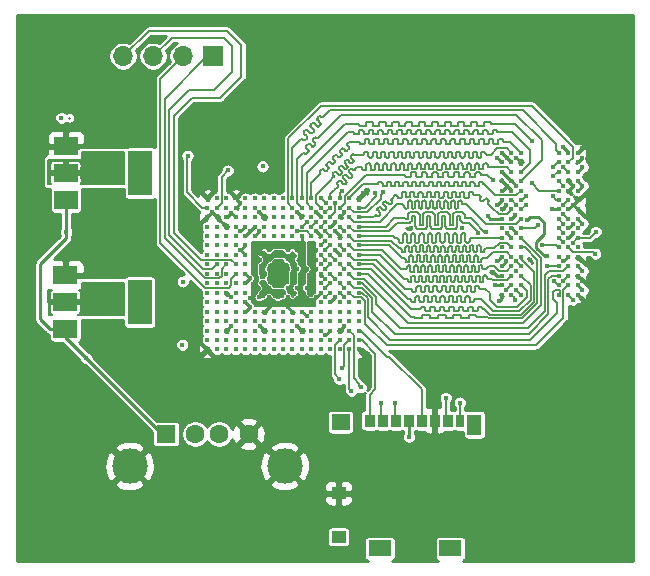
<source format=gbr>
%TF.GenerationSoftware,KiCad,Pcbnew,(5.1.7)-1*%
%TF.CreationDate,2020-12-15T14:41:59-08:00*%
%TF.ProjectId,Keychain,4b657963-6861-4696-9e2e-6b696361645f,rev?*%
%TF.SameCoordinates,Original*%
%TF.FileFunction,Copper,L1,Top*%
%TF.FilePolarity,Positive*%
%FSLAX46Y46*%
G04 Gerber Fmt 4.6, Leading zero omitted, Abs format (unit mm)*
G04 Created by KiCad (PCBNEW (5.1.7)-1) date 2020-12-15 14:41:59*
%MOMM*%
%LPD*%
G01*
G04 APERTURE LIST*
%TA.AperFunction,ComponentPad*%
%ADD10O,1.700000X1.700000*%
%TD*%
%TA.AperFunction,ComponentPad*%
%ADD11R,1.700000X1.700000*%
%TD*%
%TA.AperFunction,ComponentPad*%
%ADD12C,1.600000*%
%TD*%
%TA.AperFunction,ComponentPad*%
%ADD13R,1.600000X1.500000*%
%TD*%
%TA.AperFunction,ComponentPad*%
%ADD14C,3.000000*%
%TD*%
%TA.AperFunction,SMDPad,CuDef*%
%ADD15R,2.000000X1.500000*%
%TD*%
%TA.AperFunction,SMDPad,CuDef*%
%ADD16R,2.000000X3.800000*%
%TD*%
%TA.AperFunction,SMDPad,CuDef*%
%ADD17R,1.900000X1.350000*%
%TD*%
%TA.AperFunction,SMDPad,CuDef*%
%ADD18R,1.200000X1.000000*%
%TD*%
%TA.AperFunction,SMDPad,CuDef*%
%ADD19R,1.550000X1.350000*%
%TD*%
%TA.AperFunction,SMDPad,CuDef*%
%ADD20R,1.170000X1.800000*%
%TD*%
%TA.AperFunction,SMDPad,CuDef*%
%ADD21R,0.850000X1.100000*%
%TD*%
%TA.AperFunction,SMDPad,CuDef*%
%ADD22R,0.750000X1.100000*%
%TD*%
%TA.AperFunction,SMDPad,CuDef*%
%ADD23C,0.400000*%
%TD*%
%TA.AperFunction,ViaPad*%
%ADD24C,0.450000*%
%TD*%
%TA.AperFunction,Conductor*%
%ADD25C,0.250000*%
%TD*%
%TA.AperFunction,Conductor*%
%ADD26C,0.127000*%
%TD*%
%TA.AperFunction,Conductor*%
%ADD27C,0.100000*%
%TD*%
%TA.AperFunction,Conductor*%
%ADD28C,0.254000*%
%TD*%
G04 APERTURE END LIST*
D10*
%TO.P,J2,4*%
%TO.N,Net-(J2-Pad4)*%
X133380000Y-66870000D03*
%TO.P,J2,3*%
%TO.N,Net-(J2-Pad3)*%
X135920000Y-66870000D03*
%TO.P,J2,2*%
%TO.N,Net-(J2-Pad2)*%
X138460000Y-66870000D03*
D11*
%TO.P,J2,1*%
%TO.N,Net-(J2-Pad1)*%
X141000000Y-66870000D03*
%TD*%
D12*
%TO.P,J3,4*%
%TO.N,GND*%
X144010000Y-98860000D03*
%TO.P,J3,3*%
%TO.N,Net-(J3-Pad3)*%
X141510000Y-98860000D03*
%TO.P,J3,2*%
%TO.N,Net-(J3-Pad2)*%
X139510000Y-98860000D03*
D13*
%TO.P,J3,1*%
%TO.N,+5V*%
X137010000Y-98860000D03*
D14*
%TO.P,J3,5*%
%TO.N,GND*%
X147080000Y-101570000D03*
X133940000Y-101570000D03*
%TD*%
D15*
%TO.P,U4,1*%
%TO.N,GND*%
X128550000Y-74480000D03*
%TO.P,U4,3*%
%TO.N,+5V*%
X128550000Y-79080000D03*
%TO.P,U4,2*%
%TO.N,+1V5*%
X128550000Y-76780000D03*
D16*
%TO.P,U4,4*%
%TO.N,N/C*%
X134850000Y-76780000D03*
%TD*%
D15*
%TO.P,U3,1*%
%TO.N,GND*%
X128490000Y-85400000D03*
%TO.P,U3,3*%
%TO.N,+5V*%
X128490000Y-90000000D03*
%TO.P,U3,2*%
%TO.N,+3V3*%
X128490000Y-87700000D03*
D16*
%TO.P,U3,4*%
%TO.N,N/C*%
X134790000Y-87700000D03*
%TD*%
D17*
%TO.P,J1,11*%
%TO.N,N/C*%
X161100000Y-108545000D03*
X155130000Y-108545000D03*
D18*
%TO.P,J1,9*%
%TO.N,GND*%
X151630000Y-103870000D03*
%TO.P,J1,10*%
%TO.N,N/C*%
X151630000Y-107570000D03*
D19*
%TO.P,J1,11*%
X151805000Y-97845000D03*
D20*
X163125000Y-98070000D03*
D21*
%TO.P,J1,7*%
%TO.N,SD_D0*%
X160865000Y-97720000D03*
%TO.P,J1,6*%
%TO.N,GND*%
X159765000Y-97720000D03*
%TO.P,J1,5*%
%TO.N,SD_CLK*%
X158665000Y-97720000D03*
%TO.P,J1,4*%
%TO.N,+3V3*%
X157565000Y-97720000D03*
%TO.P,J1,3*%
%TO.N,SD_CMD*%
X156465000Y-97720000D03*
%TO.P,J1,2*%
%TO.N,SD_D3*%
X155365000Y-97720000D03*
D22*
%TO.P,J1,8*%
%TO.N,SD_D1*%
X161915000Y-97720000D03*
D21*
%TO.P,J1,1*%
%TO.N,SD_D2*%
X154265000Y-97720000D03*
%TD*%
D23*
%TO.P,U2,A1*%
%TO.N,+1V5*%
X165465000Y-75050000D03*
%TO.P,U2,B1*%
%TO.N,GND*%
X165465000Y-75850000D03*
%TO.P,U2,C1*%
%TO.N,+1V5*%
X165465000Y-76650000D03*
%TO.P,U2,D1*%
%TO.N,GND*%
X165465000Y-77450000D03*
%TO.P,U2,E1*%
X165465000Y-78250000D03*
%TO.P,U2,F1*%
%TO.N,+1V5*%
X165465000Y-79050000D03*
%TO.P,U2,G1*%
%TO.N,GND*%
X165465000Y-79850000D03*
%TO.P,U2,H1*%
%TO.N,VREFDDR*%
X165465000Y-80650000D03*
%TO.P,U2,J1*%
%TO.N,Net-(U2-PadJ1)*%
X165465000Y-81450000D03*
%TO.P,U2,K1*%
%TO.N,/DDR/ODT0*%
X165465000Y-82250000D03*
%TO.P,U2,L1*%
%TO.N,Net-(U2-PadL1)*%
X165465000Y-83050000D03*
%TO.P,U2,M1*%
%TO.N,GND*%
X165465000Y-83850000D03*
%TO.P,U2,N1*%
%TO.N,+1V5*%
X165465000Y-84650000D03*
%TO.P,U2,P1*%
%TO.N,GND*%
X165465000Y-85450000D03*
%TO.P,U2,R1*%
%TO.N,+1V5*%
X165465000Y-86250000D03*
%TO.P,U2,T1*%
%TO.N,GND*%
X165465000Y-87050000D03*
%TO.P,U2,A2*%
%TO.N,/DDR/DQL6*%
X166265000Y-75050000D03*
%TO.P,U2,B2*%
%TO.N,+1V5*%
X166265000Y-75850000D03*
%TO.P,U2,C2*%
%TO.N,/DDR/DQL7*%
X166265000Y-76650000D03*
%TO.P,U2,D2*%
%TO.N,+1V5*%
X166265000Y-77450000D03*
%TO.P,U2,E2*%
%TO.N,GND*%
X166265000Y-78250000D03*
%TO.P,U2,F2*%
%TO.N,/DDR/DQU3*%
X166265000Y-79050000D03*
%TO.P,U2,G2*%
%TO.N,/DDR/DQU7*%
X166265000Y-79850000D03*
%TO.P,U2,H2*%
%TO.N,+1V5*%
X166265000Y-80650000D03*
%TO.P,U2,J2*%
%TO.N,GND*%
X166265000Y-81450000D03*
%TO.P,U2,K2*%
%TO.N,+1V5*%
X166265000Y-82250000D03*
%TO.P,U2,L2*%
%TO.N,/DDR/CS0#*%
X166265000Y-83050000D03*
%TO.P,U2,M2*%
%TO.N,/DDR/BA0*%
X166265000Y-83850000D03*
%TO.P,U2,N2*%
%TO.N,/DDR/A3*%
X166265000Y-84650000D03*
%TO.P,U2,P2*%
%TO.N,/DDR/A5*%
X166265000Y-85450000D03*
%TO.P,U2,R2*%
%TO.N,/DDR/A7*%
X166265000Y-86250000D03*
%TO.P,U2,T2*%
%TO.N,/DDR/RESET#*%
X166265000Y-87050000D03*
%TO.P,U2,A3*%
%TO.N,/DDR/DQL1*%
X167065000Y-75050000D03*
%TO.P,U2,B3*%
%TO.N,GND*%
X167065000Y-75850000D03*
%TO.P,U2,C3*%
%TO.N,/DDR/DQL2*%
X167065000Y-76650000D03*
%TO.P,U2,D3*%
%TO.N,/DDR/DML*%
X167065000Y-77450000D03*
%TO.P,U2,E3*%
%TO.N,/DDR/DQU0*%
X167065000Y-78250000D03*
%TO.P,U2,F3*%
%TO.N,/DDR/DQSU+*%
X167065000Y-79050000D03*
%TO.P,U2,G3*%
%TO.N,/DDR/DQSU-*%
X167065000Y-79850000D03*
%TO.P,U2,H3*%
%TO.N,/DDR/DQU6*%
X167065000Y-80650000D03*
%TO.P,U2,J3*%
%TO.N,/DDR/RAS#*%
X167065000Y-81450000D03*
%TO.P,U2,K3*%
%TO.N,/DDR/CAS#*%
X167065000Y-82250000D03*
%TO.P,U2,L3*%
%TO.N,/DDR/WE#*%
X167065000Y-83050000D03*
%TO.P,U2,M3*%
%TO.N,/DDR/BA2*%
X167065000Y-83850000D03*
%TO.P,U2,N3*%
%TO.N,/DDR/A0*%
X167065000Y-84650000D03*
%TO.P,U2,P3*%
%TO.N,/DDR/A2*%
X167065000Y-85450000D03*
%TO.P,U2,R3*%
%TO.N,/DDR/A9*%
X167065000Y-86250000D03*
%TO.P,U2,T3*%
%TO.N,/DDR/A13*%
X167065000Y-87050000D03*
%TO.P,U2,A7*%
%TO.N,/DDR/DQL4*%
X170265000Y-75050000D03*
%TO.P,U2,B7*%
%TO.N,/DDR/DQSL-*%
X170265000Y-75850000D03*
%TO.P,U2,C7*%
%TO.N,/DDR/DQSL+*%
X170265000Y-76650000D03*
%TO.P,U2,D7*%
%TO.N,/DDR/DQL0*%
X170265000Y-77450000D03*
%TO.P,U2,E7*%
%TO.N,/DDR/DMU*%
X170265000Y-78250000D03*
%TO.P,U2,F7*%
%TO.N,/DDR/DQU1*%
X170265000Y-79050000D03*
%TO.P,U2,G7*%
%TO.N,+1V5*%
X170265000Y-79850000D03*
%TO.P,U2,H7*%
%TO.N,/DDR/DQU5*%
X170265000Y-80650000D03*
%TO.P,U2,J7*%
%TO.N,/DDR/CK+*%
X170265000Y-81450000D03*
%TO.P,U2,K7*%
%TO.N,/DDR/CK-*%
X170265000Y-82250000D03*
%TO.P,U2,L7*%
%TO.N,/DDR/A10*%
X170265000Y-83050000D03*
%TO.P,U2,M7*%
%TO.N,Net-(U2-PadM7)*%
X170265000Y-83850000D03*
%TO.P,U2,N7*%
%TO.N,/DDR/A12*%
X170265000Y-84650000D03*
%TO.P,U2,P7*%
%TO.N,/DDR/A1*%
X170265000Y-85450000D03*
%TO.P,U2,R7*%
%TO.N,/DDR/A11*%
X170265000Y-86250000D03*
%TO.P,U2,T7*%
%TO.N,/DDR/A14*%
X170265000Y-87050000D03*
%TO.P,U2,A8*%
%TO.N,+1V5*%
X171065000Y-75050000D03*
%TO.P,U2,B8*%
%TO.N,/DDR/DQL5*%
X171065000Y-75850000D03*
%TO.P,U2,C8*%
%TO.N,/DDR/DQL3*%
X171065000Y-76650000D03*
%TO.P,U2,D8*%
%TO.N,GND*%
X171065000Y-77450000D03*
%TO.P,U2,E8*%
X171065000Y-78250000D03*
%TO.P,U2,F8*%
%TO.N,/DDR/DQU2*%
X171065000Y-79050000D03*
%TO.P,U2,G8*%
%TO.N,GND*%
X171065000Y-79850000D03*
%TO.P,U2,H8*%
%TO.N,/DDR/DQU4*%
X171065000Y-80650000D03*
%TO.P,U2,J8*%
%TO.N,GND*%
X171065000Y-81450000D03*
%TO.P,U2,K8*%
%TO.N,+1V5*%
X171065000Y-82250000D03*
%TO.P,U2,L8*%
%TO.N,/DDR/ZQ*%
X171065000Y-83050000D03*
%TO.P,U2,M8*%
%TO.N,VREFDDR*%
X171065000Y-83850000D03*
%TO.P,U2,N8*%
%TO.N,/DDR/BA1*%
X171065000Y-84650000D03*
%TO.P,U2,P8*%
%TO.N,/DDR/A4*%
X171065000Y-85450000D03*
%TO.P,U2,R8*%
%TO.N,/DDR/A6*%
X171065000Y-86250000D03*
%TO.P,U2,T8*%
%TO.N,/DDR/A8*%
X171065000Y-87050000D03*
%TO.P,U2,A9*%
%TO.N,GND*%
X171865000Y-75050000D03*
%TO.P,U2,B9*%
X171865000Y-75850000D03*
%TO.P,U2,C9*%
%TO.N,+1V5*%
X171865000Y-76650000D03*
%TO.P,U2,D9*%
X171865000Y-77450000D03*
%TO.P,U2,E9*%
X171865000Y-78250000D03*
%TO.P,U2,F9*%
%TO.N,GND*%
X171865000Y-79050000D03*
%TO.P,U2,G9*%
X171865000Y-79850000D03*
%TO.P,U2,H9*%
%TO.N,+1V5*%
X171865000Y-80650000D03*
%TO.P,U2,J9*%
%TO.N,Net-(U2-PadJ9)*%
X171865000Y-81450000D03*
%TO.P,U2,K9*%
%TO.N,/DDR/CKE0*%
X171865000Y-82250000D03*
%TO.P,U2,L9*%
%TO.N,Net-(U2-PadL9)*%
X171865000Y-83050000D03*
%TO.P,U2,M9*%
%TO.N,GND*%
X171865000Y-83850000D03*
%TO.P,U2,N9*%
%TO.N,+1V5*%
X171865000Y-84650000D03*
%TO.P,U2,P9*%
%TO.N,GND*%
X171865000Y-85450000D03*
%TO.P,U2,R9*%
%TO.N,+1V5*%
X171865000Y-86250000D03*
%TO.P,U2,T9*%
%TO.N,GND*%
X171865000Y-87050000D03*
%TD*%
%TO.P,U1,U17*%
%TO.N,GND*%
X140531500Y-78899000D03*
%TO.P,U1,U16*%
%TO.N,Net-(U1-PadU16)*%
X141331500Y-78899000D03*
%TO.P,U1,U15*%
%TO.N,Net-(U1-PadU15)*%
X142131500Y-78899000D03*
%TO.P,U1,U14*%
%TO.N,GND*%
X142931500Y-78899000D03*
%TO.P,U1,U13*%
%TO.N,Net-(U1-PadU13)*%
X143731500Y-78899000D03*
%TO.P,U1,U12*%
%TO.N,Net-(U1-PadU12)*%
X144531500Y-78899000D03*
%TO.P,U1,U11*%
%TO.N,Net-(U1-PadU11)*%
X145331500Y-78899000D03*
%TO.P,U1,U10*%
%TO.N,Net-(U1-PadU10)*%
X146131500Y-78899000D03*
%TO.P,U1,U9*%
%TO.N,Net-(U1-PadU9)*%
X146931500Y-78899000D03*
%TO.P,U1,U8*%
%TO.N,/DDR/DQL4*%
X147731500Y-78899000D03*
%TO.P,U1,U7*%
%TO.N,/DDR/DQL3*%
X148531500Y-78899000D03*
%TO.P,U1,U6*%
%TO.N,/DDR/DQL1*%
X149331500Y-78899000D03*
%TO.P,U1,U5*%
%TO.N,/DDR/DQU2*%
X150131500Y-78899000D03*
%TO.P,U1,U4*%
%TO.N,/DDR/DQL7*%
X150931500Y-78899000D03*
%TO.P,U1,U3*%
%TO.N,/DDR/DQU1*%
X151731500Y-78899000D03*
%TO.P,U1,U2*%
%TO.N,/DDR/DQU0*%
X152531500Y-78899000D03*
%TO.P,U1,U1*%
%TO.N,GND*%
X153331500Y-78899000D03*
%TO.P,U1,T17*%
%TO.N,Net-(C30-Pad1)*%
X140531500Y-79699000D03*
%TO.P,U1,T16*%
%TO.N,Net-(C32-Pad1)*%
X141331500Y-79699000D03*
%TO.P,U1,T15*%
%TO.N,Net-(U1-PadT15)*%
X142131500Y-79699000D03*
%TO.P,U1,T14*%
%TO.N,GND*%
X142931500Y-79699000D03*
%TO.P,U1,T13*%
%TO.N,Net-(U1-PadT13)*%
X143731500Y-79699000D03*
%TO.P,U1,T12*%
%TO.N,Net-(U1-PadT12)*%
X144531500Y-79699000D03*
%TO.P,U1,T11*%
%TO.N,Net-(U1-PadT11)*%
X145331500Y-79699000D03*
%TO.P,U1,T10*%
%TO.N,Net-(U1-PadT10)*%
X146131500Y-79699000D03*
%TO.P,U1,T9*%
%TO.N,Net-(U1-PadT9)*%
X146931500Y-79699000D03*
%TO.P,U1,T8*%
%TO.N,/DDR/DQL5*%
X147731500Y-79699000D03*
%TO.P,U1,T7*%
%TO.N,/DDR/DML*%
X148531500Y-79699000D03*
%TO.P,U1,T6*%
%TO.N,/DDR/DQL2*%
X149331500Y-79699000D03*
%TO.P,U1,T5*%
%TO.N,/DDR/DQL6*%
X150131500Y-79699000D03*
%TO.P,U1,T4*%
%TO.N,/DDR/DQL0*%
X150931500Y-79699000D03*
%TO.P,U1,T3*%
%TO.N,/DDR/DMU*%
X151731500Y-79699000D03*
%TO.P,U1,T2*%
%TO.N,/DDR/DQSU-*%
X152531500Y-79699000D03*
%TO.P,U1,T1*%
%TO.N,/DDR/DQSU+*%
X153331500Y-79699000D03*
%TO.P,U1,R17*%
%TO.N,GND*%
X140531500Y-80499000D03*
%TO.P,U1,R16*%
X141331500Y-80499000D03*
%TO.P,U1,R15*%
%TO.N,HIGH_CAP*%
X142131500Y-80499000D03*
%TO.P,U1,R14*%
X142931500Y-80499000D03*
%TO.P,U1,R13*%
%TO.N,Net-(U1-PadR13)*%
X143731500Y-80499000D03*
%TO.P,U1,R12*%
%TO.N,Net-(U1-PadR12)*%
X144531500Y-80499000D03*
%TO.P,U1,R11*%
%TO.N,GND*%
X145331500Y-80499000D03*
%TO.P,U1,R10*%
%TO.N,Net-(U1-PadR10)*%
X146131500Y-80499000D03*
%TO.P,U1,R9*%
%TO.N,Net-(U1-PadR9)*%
X146931500Y-80499000D03*
%TO.P,U1,R8*%
%TO.N,Net-(U1-PadR8)*%
X147731500Y-80499000D03*
%TO.P,U1,R7*%
%TO.N,GND*%
X148531500Y-80499000D03*
%TO.P,U1,R6*%
%TO.N,Net-(U1-PadR6)*%
X149331500Y-80499000D03*
%TO.P,U1,R5*%
%TO.N,GND*%
X150131500Y-80499000D03*
%TO.P,U1,R4*%
%TO.N,/DDR/DQU3*%
X150931500Y-80499000D03*
%TO.P,U1,R3*%
%TO.N,GND*%
X151731500Y-80499000D03*
%TO.P,U1,R2*%
%TO.N,/DDR/DQU6*%
X152531500Y-80499000D03*
%TO.P,U1,R1*%
%TO.N,/DDR/DQU7*%
X153331500Y-80499000D03*
%TO.P,U1,P17*%
%TO.N,Net-(U1-PadP17)*%
X140531500Y-81299000D03*
%TO.P,U1,P16*%
%TO.N,Net-(U1-PadP16)*%
X141331500Y-81299000D03*
%TO.P,U1,P15*%
%TO.N,GND*%
X142131500Y-81299000D03*
%TO.P,U1,P14*%
%TO.N,Net-(U1-PadP14)*%
X142931500Y-81299000D03*
%TO.P,U1,P13*%
%TO.N,NVCC_PLL*%
X143731500Y-81299000D03*
%TO.P,U1,P12*%
%TO.N,+1V5*%
X144531500Y-81299000D03*
%TO.P,U1,P11*%
%TO.N,Net-(U1-PadP11)*%
X145331500Y-81299000D03*
%TO.P,U1,P10*%
%TO.N,Net-(U1-PadP10)*%
X146131500Y-81299000D03*
%TO.P,U1,P9*%
%TO.N,Net-(U1-PadP9)*%
X146931500Y-81299000D03*
%TO.P,U1,P8*%
%TO.N,Net-(U1-PadP8)*%
X147731500Y-81299000D03*
%TO.P,U1,P7*%
%TO.N,/DDR/DQSL-*%
X148531500Y-81299000D03*
%TO.P,U1,P6*%
%TO.N,/DDR/DQSL+*%
X149331500Y-81299000D03*
%TO.P,U1,P5*%
%TO.N,/DDR/DQU4*%
X150131500Y-81299000D03*
%TO.P,U1,P4*%
%TO.N,VREFDDR*%
X150931500Y-81299000D03*
%TO.P,U1,P3*%
%TO.N,/DDR/DQU5*%
X151731500Y-81299000D03*
%TO.P,U1,P2*%
%TO.N,/DDR/CK-*%
X152531500Y-81299000D03*
%TO.P,U1,P1*%
%TO.N,/DDR/CK+*%
X153331500Y-81299000D03*
%TO.P,U1,N17*%
%TO.N,Net-(U1-PadN17)*%
X140531500Y-82099000D03*
%TO.P,U1,N16*%
%TO.N,Net-(U1-PadN16)*%
X141331500Y-82099000D03*
%TO.P,U1,N15*%
%TO.N,Net-(U1-PadN15)*%
X142131500Y-82099000D03*
%TO.P,U1,N14*%
%TO.N,Net-(U1-PadN14)*%
X142931500Y-82099000D03*
%TO.P,U1,N13*%
%TO.N,+1V5*%
X143731500Y-82099000D03*
%TO.P,U1,N12*%
%TO.N,SNVS_CAP*%
X144531500Y-82099000D03*
%TO.P,U1,N11*%
%TO.N,Net-(U1-PadN11)*%
X145331500Y-82099000D03*
%TO.P,U1,N10*%
%TO.N,Net-(U1-PadN10)*%
X146131500Y-82099000D03*
%TO.P,U1,N9*%
%TO.N,Net-(U1-PadN9)*%
X146931500Y-82099000D03*
%TO.P,U1,N8*%
%TO.N,Net-(U1-PadN8)*%
X147731500Y-82099000D03*
%TO.P,U1,N7*%
%TO.N,GND*%
X148531500Y-82099000D03*
%TO.P,U1,N6*%
%TO.N,VDD_HIGH_CAP*%
X149331500Y-82099000D03*
%TO.P,U1,N5*%
%TO.N,GND*%
X150131500Y-82099000D03*
%TO.P,U1,N4*%
%TO.N,/DDR/ZQPAD*%
X150931500Y-82099000D03*
%TO.P,U1,N3*%
%TO.N,GND*%
X151731500Y-82099000D03*
%TO.P,U1,N2*%
%TO.N,/DDR/CS0#*%
X152531500Y-82099000D03*
%TO.P,U1,N1*%
%TO.N,/DDR/ODT0*%
X153331500Y-82099000D03*
%TO.P,U1,M17*%
%TO.N,Net-(U1-PadM17)*%
X140531500Y-82899000D03*
%TO.P,U1,M16*%
%TO.N,Net-(U1-PadM16)*%
X141331500Y-82899000D03*
%TO.P,U1,M15*%
%TO.N,Net-(U1-PadM15)*%
X142131500Y-82899000D03*
%TO.P,U1,M14*%
%TO.N,Net-(U1-PadM14)*%
X142931500Y-82899000D03*
%TO.P,U1,M13*%
%TO.N,+3V3*%
X143731500Y-82899000D03*
%TO.P,U1,M12*%
%TO.N,GND*%
X144531500Y-82899000D03*
%TO.P,U1,M11*%
X145331500Y-82899000D03*
%TO.P,U1,M10*%
X146131500Y-82899000D03*
%TO.P,U1,M9*%
X146931500Y-82899000D03*
%TO.P,U1,M8*%
X147731500Y-82899000D03*
%TO.P,U1,M7*%
X148531500Y-82899000D03*
%TO.P,U1,M6*%
%TO.N,+1V5*%
X149331500Y-82899000D03*
%TO.P,U1,M5*%
%TO.N,/DDR/RAS#*%
X150131500Y-82899000D03*
%TO.P,U1,M4*%
%TO.N,/DDR/A10*%
X150931500Y-82899000D03*
%TO.P,U1,M3*%
%TO.N,/DDR/CKE0*%
X151731500Y-82899000D03*
%TO.P,U1,M2*%
%TO.N,/DDR/A3*%
X152531500Y-82899000D03*
%TO.P,U1,M1*%
%TO.N,/DDR/BA0*%
X153331500Y-82899000D03*
%TO.P,U1,L17*%
%TO.N,Net-(U1-PadL17)*%
X140531500Y-83699000D03*
%TO.P,U1,L16*%
%TO.N,Net-(U1-PadL16)*%
X141331500Y-83699000D03*
%TO.P,U1,L15*%
%TO.N,Net-(U1-PadL15)*%
X142131500Y-83699000D03*
%TO.P,U1,L14*%
%TO.N,Net-(U1-PadL14)*%
X142931500Y-83699000D03*
%TO.P,U1,L13*%
%TO.N,+3V3*%
X143731500Y-83699000D03*
%TO.P,U1,L12*%
%TO.N,GND*%
X144531500Y-83699000D03*
%TO.P,U1,L11*%
%TO.N,SOC_CAP*%
X145331500Y-83699000D03*
%TO.P,U1,L10*%
X146131500Y-83699000D03*
%TO.P,U1,L9*%
X146931500Y-83699000D03*
%TO.P,U1,L8*%
X147731500Y-83699000D03*
%TO.P,U1,L7*%
%TO.N,GND*%
X148531500Y-83699000D03*
%TO.P,U1,L6*%
%TO.N,+1V5*%
X149331500Y-83699000D03*
%TO.P,U1,L5*%
%TO.N,/DDR/A0*%
X150131500Y-83699000D03*
%TO.P,U1,L4*%
%TO.N,/DDR/A12*%
X150931500Y-83699000D03*
%TO.P,U1,L3*%
%TO.N,GND*%
X151731500Y-83699000D03*
%TO.P,U1,L2*%
%TO.N,/DDR/A9*%
X152531500Y-83699000D03*
%TO.P,U1,L1*%
%TO.N,/DDR/A5*%
X153331500Y-83699000D03*
%TO.P,U1,K17*%
%TO.N,Net-(U1-PadK17)*%
X140531500Y-84499000D03*
%TO.P,U1,K16*%
%TO.N,Net-(J2-Pad3)*%
X141331500Y-84499000D03*
%TO.P,U1,K15*%
%TO.N,Net-(J2-Pad1)*%
X142131500Y-84499000D03*
%TO.P,U1,K14*%
%TO.N,Net-(J2-Pad4)*%
X142931500Y-84499000D03*
%TO.P,U1,K13*%
%TO.N,Net-(U1-PadK13)*%
X143731500Y-84499000D03*
%TO.P,U1,K12*%
%TO.N,GND*%
X144531500Y-84499000D03*
%TO.P,U1,K11*%
%TO.N,SOC_CAP*%
X145331500Y-84499000D03*
%TO.P,U1,K10*%
%TO.N,+3V3*%
X146131500Y-84499000D03*
%TO.P,U1,K9*%
X146931500Y-84499000D03*
%TO.P,U1,K8*%
%TO.N,SOC_CAP*%
X147731500Y-84499000D03*
%TO.P,U1,K7*%
%TO.N,GND*%
X148531500Y-84499000D03*
%TO.P,U1,K6*%
%TO.N,+1V5*%
X149331500Y-84499000D03*
%TO.P,U1,K5*%
%TO.N,Net-(U1-PadK5)*%
X150131500Y-84499000D03*
%TO.P,U1,K4*%
%TO.N,/DDR/A4*%
X150931500Y-84499000D03*
%TO.P,U1,K3*%
%TO.N,/DDR/A11*%
X151731500Y-84499000D03*
%TO.P,U1,K2*%
%TO.N,/DDR/BA2*%
X152531500Y-84499000D03*
%TO.P,U1,K1*%
%TO.N,/DDR/A2*%
X153331500Y-84499000D03*
%TO.P,U1,J17*%
%TO.N,Net-(U1-PadJ17)*%
X140531500Y-85299000D03*
%TO.P,U1,J16*%
%TO.N,Net-(U1-PadJ16)*%
X141331500Y-85299000D03*
%TO.P,U1,J15*%
%TO.N,Net-(U1-PadJ15)*%
X142131500Y-85299000D03*
%TO.P,U1,J14*%
%TO.N,Net-(J2-Pad2)*%
X142931500Y-85299000D03*
%TO.P,U1,J13*%
%TO.N,+3V3*%
X143731500Y-85299000D03*
%TO.P,U1,J12*%
%TO.N,GND*%
X144531500Y-85299000D03*
%TO.P,U1,J11*%
%TO.N,SOC_CAP*%
X145331500Y-85299000D03*
%TO.P,U1,J10*%
%TO.N,+3V3*%
X146131500Y-85299000D03*
%TO.P,U1,J9*%
X146931500Y-85299000D03*
%TO.P,U1,J8*%
%TO.N,SOC_CAP*%
X147731500Y-85299000D03*
%TO.P,U1,J7*%
%TO.N,GND*%
X148531500Y-85299000D03*
%TO.P,U1,J6*%
%TO.N,+1V5*%
X149331500Y-85299000D03*
%TO.P,U1,J5*%
%TO.N,GND*%
X150131500Y-85299000D03*
%TO.P,U1,J4*%
%TO.N,/DDR/A8*%
X150931500Y-85299000D03*
%TO.P,U1,J3*%
%TO.N,Net-(U1-PadJ3)*%
X151731500Y-85299000D03*
%TO.P,U1,J2*%
%TO.N,/DDR/CAS#*%
X152531500Y-85299000D03*
%TO.P,U1,J1*%
%TO.N,/DDR/WE#*%
X153331500Y-85299000D03*
%TO.P,U1,H17*%
%TO.N,Net-(U1-PadH17)*%
X140531500Y-86099000D03*
%TO.P,U1,H16*%
%TO.N,Net-(U1-PadH16)*%
X141331500Y-86099000D03*
%TO.P,U1,H15*%
%TO.N,Net-(U1-PadH15)*%
X142131500Y-86099000D03*
%TO.P,U1,H14*%
%TO.N,Net-(U1-PadH14)*%
X142931500Y-86099000D03*
%TO.P,U1,H13*%
%TO.N,+3V3*%
X143731500Y-86099000D03*
%TO.P,U1,H12*%
%TO.N,GND*%
X144531500Y-86099000D03*
%TO.P,U1,H11*%
%TO.N,ARM_CAP*%
X145331500Y-86099000D03*
%TO.P,U1,H10*%
%TO.N,+3V3*%
X146131500Y-86099000D03*
%TO.P,U1,H9*%
X146931500Y-86099000D03*
%TO.P,U1,H8*%
%TO.N,SOC_CAP*%
X147731500Y-86099000D03*
%TO.P,U1,H7*%
%TO.N,GND*%
X148531500Y-86099000D03*
%TO.P,U1,H6*%
%TO.N,+1V5*%
X149331500Y-86099000D03*
%TO.P,U1,H5*%
%TO.N,Net-(U1-PadH5)*%
X150131500Y-86099000D03*
%TO.P,U1,H4*%
%TO.N,/DDR/A7*%
X150931500Y-86099000D03*
%TO.P,U1,H3*%
%TO.N,/DDR/A13*%
X151731500Y-86099000D03*
%TO.P,U1,H2*%
%TO.N,/DDR/A1*%
X152531500Y-86099000D03*
%TO.P,U1,H1*%
%TO.N,/DDR/BA1*%
X153331500Y-86099000D03*
%TO.P,U1,G17*%
%TO.N,Net-(U1-PadG17)*%
X140531500Y-86899000D03*
%TO.P,U1,G16*%
%TO.N,Net-(U1-PadG16)*%
X141331500Y-86899000D03*
%TO.P,U1,G15*%
%TO.N,GND*%
X142131500Y-86899000D03*
%TO.P,U1,G14*%
%TO.N,Net-(U1-PadG14)*%
X142931500Y-86899000D03*
%TO.P,U1,G13*%
%TO.N,Net-(U1-PadG13)*%
X143731500Y-86899000D03*
%TO.P,U1,G12*%
%TO.N,GND*%
X144531500Y-86899000D03*
%TO.P,U1,G11*%
%TO.N,ARM_CAP*%
X145331500Y-86899000D03*
%TO.P,U1,G10*%
X146131500Y-86899000D03*
%TO.P,U1,G9*%
X146931500Y-86899000D03*
%TO.P,U1,G8*%
%TO.N,SOC_CAP*%
X147731500Y-86899000D03*
%TO.P,U1,G7*%
%TO.N,GND*%
X148531500Y-86899000D03*
%TO.P,U1,G6*%
%TO.N,+1V5*%
X149331500Y-86899000D03*
%TO.P,U1,G5*%
%TO.N,GND*%
X150131500Y-86899000D03*
%TO.P,U1,G4*%
%TO.N,/DDR/RESET#*%
X150931500Y-86899000D03*
%TO.P,U1,G3*%
%TO.N,GND*%
X151731500Y-86899000D03*
%TO.P,U1,G2*%
%TO.N,/DDR/A6*%
X152531500Y-86899000D03*
%TO.P,U1,G1*%
%TO.N,/DDR/A14*%
X153331500Y-86899000D03*
%TO.P,U1,F17*%
%TO.N,Net-(U1-PadF17)*%
X140531500Y-87699000D03*
%TO.P,U1,F16*%
%TO.N,Net-(U1-PadF16)*%
X141331500Y-87699000D03*
%TO.P,U1,F15*%
%TO.N,Net-(U1-PadF15)*%
X142131500Y-87699000D03*
%TO.P,U1,F14*%
%TO.N,Net-(U1-PadF14)*%
X142931500Y-87699000D03*
%TO.P,U1,F13*%
%TO.N,+3V3*%
X143731500Y-87699000D03*
%TO.P,U1,F12*%
%TO.N,GND*%
X144531500Y-87699000D03*
%TO.P,U1,F11*%
X145331500Y-87699000D03*
%TO.P,U1,F10*%
X146131500Y-87699000D03*
%TO.P,U1,F9*%
X146931500Y-87699000D03*
%TO.P,U1,F8*%
X147731500Y-87699000D03*
%TO.P,U1,F7*%
X148531500Y-87699000D03*
%TO.P,U1,F6*%
X149331500Y-87699000D03*
%TO.P,U1,F5*%
%TO.N,Net-(U1-PadF5)*%
X150131500Y-87699000D03*
%TO.P,U1,F4*%
%TO.N,+3V3*%
X150931500Y-87699000D03*
%TO.P,U1,F3*%
%TO.N,Net-(U1-PadF3)*%
X151731500Y-87699000D03*
%TO.P,U1,F2*%
%TO.N,Net-(U1-PadF2)*%
X152531500Y-87699000D03*
%TO.P,U1,F1*%
%TO.N,Net-(U1-PadF1)*%
X153331500Y-87699000D03*
%TO.P,U1,E17*%
%TO.N,Net-(U1-PadE17)*%
X140531500Y-88499000D03*
%TO.P,U1,E16*%
%TO.N,Net-(U1-PadE16)*%
X141331500Y-88499000D03*
%TO.P,U1,E15*%
%TO.N,Net-(U1-PadE15)*%
X142131500Y-88499000D03*
%TO.P,U1,E14*%
%TO.N,Net-(U1-PadE14)*%
X142931500Y-88499000D03*
%TO.P,U1,E13*%
%TO.N,+3V3*%
X143731500Y-88499000D03*
%TO.P,U1,E12*%
%TO.N,Net-(U1-PadE12)*%
X144531500Y-88499000D03*
%TO.P,U1,E11*%
%TO.N,GND*%
X145331500Y-88499000D03*
%TO.P,U1,E10*%
%TO.N,Net-(U1-PadE10)*%
X146131500Y-88499000D03*
%TO.P,U1,E9*%
%TO.N,Net-(U1-PadE9)*%
X146931500Y-88499000D03*
%TO.P,U1,E8*%
%TO.N,GND*%
X147731500Y-88499000D03*
%TO.P,U1,E7*%
%TO.N,+3V3*%
X148531500Y-88499000D03*
%TO.P,U1,E6*%
%TO.N,Net-(U1-PadE6)*%
X149331500Y-88499000D03*
%TO.P,U1,E5*%
%TO.N,Net-(U1-PadE5)*%
X150131500Y-88499000D03*
%TO.P,U1,E4*%
%TO.N,Net-(U1-PadE4)*%
X150931500Y-88499000D03*
%TO.P,U1,E3*%
%TO.N,Net-(U1-PadE3)*%
X151731500Y-88499000D03*
%TO.P,U1,E2*%
%TO.N,Net-(U1-PadE2)*%
X152531500Y-88499000D03*
%TO.P,U1,E1*%
%TO.N,Net-(U1-PadE1)*%
X153331500Y-88499000D03*
%TO.P,U1,D17*%
%TO.N,Net-(U1-PadD17)*%
X140531500Y-89299000D03*
%TO.P,U1,D16*%
%TO.N,Net-(U1-PadD16)*%
X141331500Y-89299000D03*
%TO.P,U1,D15*%
%TO.N,Net-(U1-PadD15)*%
X142131500Y-89299000D03*
%TO.P,U1,D14*%
%TO.N,Net-(U1-PadD14)*%
X142931500Y-89299000D03*
%TO.P,U1,D13*%
%TO.N,Net-(U1-PadD13)*%
X143731500Y-89299000D03*
%TO.P,U1,D12*%
%TO.N,Net-(U1-PadD12)*%
X144531500Y-89299000D03*
%TO.P,U1,D11*%
%TO.N,Net-(U1-PadD11)*%
X145331500Y-89299000D03*
%TO.P,U1,D10*%
%TO.N,Net-(U1-PadD10)*%
X146131500Y-89299000D03*
%TO.P,U1,D9*%
%TO.N,Net-(U1-PadD9)*%
X146931500Y-89299000D03*
%TO.P,U1,D8*%
%TO.N,Net-(U1-PadD8)*%
X147731500Y-89299000D03*
%TO.P,U1,D7*%
%TO.N,Net-(U1-PadD7)*%
X148531500Y-89299000D03*
%TO.P,U1,D6*%
%TO.N,Net-(U1-PadD6)*%
X149331500Y-89299000D03*
%TO.P,U1,D5*%
%TO.N,Net-(U1-PadD5)*%
X150131500Y-89299000D03*
%TO.P,U1,D4*%
%TO.N,Net-(U1-PadD4)*%
X150931500Y-89299000D03*
%TO.P,U1,D3*%
%TO.N,Net-(U1-PadD3)*%
X151731500Y-89299000D03*
%TO.P,U1,D2*%
%TO.N,Net-(U1-PadD2)*%
X152531500Y-89299000D03*
%TO.P,U1,D1*%
%TO.N,Net-(U1-PadD1)*%
X153331500Y-89299000D03*
%TO.P,U1,C17*%
%TO.N,Net-(U1-PadC17)*%
X140531500Y-90099000D03*
%TO.P,U1,C16*%
%TO.N,Net-(U1-PadC16)*%
X141331500Y-90099000D03*
%TO.P,U1,C15*%
%TO.N,GND*%
X142131500Y-90099000D03*
%TO.P,U1,C14*%
%TO.N,Net-(U1-PadC14)*%
X142931500Y-90099000D03*
%TO.P,U1,C13*%
%TO.N,Net-(U1-PadC13)*%
X143731500Y-90099000D03*
%TO.P,U1,C12*%
%TO.N,Net-(U1-PadC12)*%
X144531500Y-90099000D03*
%TO.P,U1,C11*%
%TO.N,GND*%
X145331500Y-90099000D03*
%TO.P,U1,C10*%
%TO.N,Net-(U1-PadC10)*%
X146131500Y-90099000D03*
%TO.P,U1,C9*%
%TO.N,Net-(U1-PadC9)*%
X146931500Y-90099000D03*
%TO.P,U1,C8*%
%TO.N,Net-(U1-PadC8)*%
X147731500Y-90099000D03*
%TO.P,U1,C7*%
%TO.N,GND*%
X148531500Y-90099000D03*
%TO.P,U1,C6*%
%TO.N,Net-(U1-PadC6)*%
X149331500Y-90099000D03*
%TO.P,U1,C5*%
%TO.N,Net-(U1-PadC5)*%
X150131500Y-90099000D03*
%TO.P,U1,C4*%
%TO.N,+3V3*%
X150931500Y-90099000D03*
%TO.P,U1,C3*%
%TO.N,GND*%
X151731500Y-90099000D03*
%TO.P,U1,C2*%
%TO.N,SD_CMD*%
X152531500Y-90099000D03*
%TO.P,U1,C1*%
%TO.N,SD_CLK*%
X153331500Y-90099000D03*
%TO.P,U1,B17*%
%TO.N,Net-(U1-PadB17)*%
X140531500Y-90899000D03*
%TO.P,U1,B16*%
%TO.N,Net-(U1-PadB16)*%
X141331500Y-90899000D03*
%TO.P,U1,B15*%
%TO.N,Net-(U1-PadB15)*%
X142131500Y-90899000D03*
%TO.P,U1,B14*%
%TO.N,Net-(U1-PadB14)*%
X142931500Y-90899000D03*
%TO.P,U1,B13*%
%TO.N,Net-(U1-PadB13)*%
X143731500Y-90899000D03*
%TO.P,U1,B12*%
%TO.N,Net-(U1-PadB12)*%
X144531500Y-90899000D03*
%TO.P,U1,B11*%
%TO.N,Net-(U1-PadB11)*%
X145331500Y-90899000D03*
%TO.P,U1,B10*%
%TO.N,Net-(U1-PadB10)*%
X146131500Y-90899000D03*
%TO.P,U1,B9*%
%TO.N,Net-(U1-PadB9)*%
X146931500Y-90899000D03*
%TO.P,U1,B8*%
%TO.N,Net-(U1-PadB8)*%
X147731500Y-90899000D03*
%TO.P,U1,B7*%
%TO.N,Net-(U1-PadB7)*%
X148531500Y-90899000D03*
%TO.P,U1,B6*%
%TO.N,Net-(U1-PadB6)*%
X149331500Y-90899000D03*
%TO.P,U1,B5*%
%TO.N,Net-(U1-PadB5)*%
X150131500Y-90899000D03*
%TO.P,U1,B4*%
%TO.N,Net-(U1-PadB4)*%
X150931500Y-90899000D03*
%TO.P,U1,B3*%
%TO.N,SD_D0*%
X151731500Y-90899000D03*
%TO.P,U1,B2*%
%TO.N,SD_D1*%
X152531500Y-90899000D03*
%TO.P,U1,B1*%
%TO.N,SD_D2*%
X153331500Y-90899000D03*
%TO.P,U1,A17*%
%TO.N,GND*%
X140531500Y-91699000D03*
%TO.P,U1,A16*%
%TO.N,Net-(U1-PadA16)*%
X141331500Y-91699000D03*
%TO.P,U1,A15*%
%TO.N,Net-(U1-PadA15)*%
X142131500Y-91699000D03*
%TO.P,U1,A14*%
%TO.N,Net-(U1-PadA14)*%
X142931500Y-91699000D03*
%TO.P,U1,A13*%
%TO.N,Net-(U1-PadA13)*%
X143731500Y-91699000D03*
%TO.P,U1,A12*%
%TO.N,Net-(U1-PadA12)*%
X144531500Y-91699000D03*
%TO.P,U1,A11*%
%TO.N,Net-(U1-PadA11)*%
X145331500Y-91699000D03*
%TO.P,U1,A10*%
%TO.N,Net-(U1-PadA10)*%
X146131500Y-91699000D03*
%TO.P,U1,A9*%
%TO.N,Net-(U1-PadA9)*%
X146931500Y-91699000D03*
%TO.P,U1,A8*%
%TO.N,Net-(U1-PadA8)*%
X147731500Y-91699000D03*
%TO.P,U1,A7*%
%TO.N,Net-(U1-PadA7)*%
X148531500Y-91699000D03*
%TO.P,U1,A6*%
%TO.N,Net-(U1-PadA6)*%
X149331500Y-91699000D03*
%TO.P,U1,A5*%
%TO.N,Net-(U1-PadA5)*%
X150131500Y-91699000D03*
%TO.P,U1,A4*%
%TO.N,Net-(U1-PadA4)*%
X150931500Y-91699000D03*
%TO.P,U1,A3*%
%TO.N,Net-(U1-PadA3)*%
X151731500Y-91699000D03*
%TO.P,U1,A2*%
%TO.N,SD_D3*%
X152531500Y-91699000D03*
%TO.P,U1,A1*%
%TO.N,GND*%
X153331500Y-91699000D03*
%TD*%
D24*
%TO.N,GND*%
X171475000Y-77850000D03*
X172275000Y-75450000D03*
X171475000Y-79450000D03*
X171475000Y-81050000D03*
X165075000Y-84250000D03*
X165875000Y-77850000D03*
X140930000Y-80090000D03*
X140120000Y-78490000D03*
X143320000Y-79310000D03*
X148121552Y-83308404D03*
X147330000Y-83300000D03*
X145730000Y-83300000D03*
X148930000Y-84900000D03*
X148130000Y-86500000D03*
X147330000Y-87290000D03*
X145730000Y-87300000D03*
X145730000Y-88110000D03*
X144940000Y-84100000D03*
X147330000Y-88100000D03*
X149730000Y-87300000D03*
X142540000Y-87300000D03*
X144150000Y-87310000D03*
X165075000Y-75450000D03*
X166675000Y-81850000D03*
X172275000Y-84250000D03*
X172275000Y-85875000D03*
X172275000Y-87450000D03*
X172275000Y-74650000D03*
X166675000Y-75450000D03*
X148125000Y-80100000D03*
X149750000Y-80100000D03*
X153725000Y-78450000D03*
X152125000Y-80100000D03*
X165850000Y-79450000D03*
X151325000Y-81700000D03*
X150525000Y-85700000D03*
X152125000Y-87300000D03*
X149725000Y-81700000D03*
X151325000Y-83300000D03*
X165225000Y-87600000D03*
X164706310Y-85106310D03*
X157725000Y-81425000D03*
X167825000Y-84150000D03*
X153943803Y-92006197D03*
X152125000Y-89700000D03*
X148125000Y-89700000D03*
X144950000Y-89700000D03*
X140100000Y-92100000D03*
X142525000Y-89700000D03*
X144925000Y-80100000D03*
X153310000Y-103750000D03*
X131000000Y-84000000D03*
X126000000Y-73000000D03*
X129000000Y-83000000D03*
X138950000Y-81675000D03*
%TO.N,+3V3*%
X146540000Y-84890000D03*
X147330000Y-84900000D03*
X145730000Y-84900000D03*
X145730000Y-85700000D03*
X144130000Y-88090000D03*
X144120000Y-85690000D03*
X151325000Y-87300000D03*
X148925000Y-88900000D03*
X150525000Y-90500000D03*
X130440000Y-86710000D03*
X131650000Y-86710000D03*
X132920000Y-86690000D03*
X132290000Y-87580000D03*
X131020000Y-87550000D03*
X130250000Y-88300000D03*
X131650000Y-88320000D03*
X133090000Y-88330000D03*
X157600000Y-99100000D03*
X143311918Y-83298999D03*
%TO.N,+1V5*%
X172275000Y-77850000D03*
X172275000Y-76250000D03*
X171475000Y-81850000D03*
X169675000Y-79850000D03*
X165875000Y-75450000D03*
X165875000Y-81850000D03*
X148930000Y-86500000D03*
X149730000Y-84900000D03*
X149730000Y-84100000D03*
X149730000Y-83290000D03*
X165850000Y-84250000D03*
X172275000Y-85050000D03*
X172275000Y-81050000D03*
X166675000Y-77850000D03*
X170675000Y-74600000D03*
X165044998Y-79459490D03*
X166587502Y-80337490D03*
X162093697Y-81393697D03*
X164875364Y-86256011D03*
%TO.N,GND*%
X173550000Y-87450000D03*
X134850000Y-92450000D03*
X138450000Y-89700000D03*
X138350000Y-87250000D03*
X132350000Y-81750000D03*
X132300000Y-72150000D03*
X144400000Y-75700000D03*
%TO.N,+3V3*%
X138400000Y-91300000D03*
X138450000Y-85950000D03*
%TO.N,+1V5*%
X166667099Y-85032597D03*
X144130598Y-81680349D03*
X130720000Y-75580000D03*
X131600000Y-75530000D03*
X132500000Y-75580000D03*
X132800000Y-76400000D03*
X132000000Y-76940000D03*
X130720000Y-77080000D03*
X130670000Y-76340000D03*
X131560000Y-76280000D03*
X172275000Y-86675000D03*
X145200000Y-76200000D03*
X128150000Y-72100000D03*
%TO.N,SOC_CAP*%
X145730000Y-84100000D03*
X147310000Y-84080000D03*
X148110000Y-84870000D03*
X147320000Y-86500000D03*
%TO.N,ARM_CAP*%
X144930000Y-87300000D03*
X145750000Y-86510000D03*
X146530000Y-87290000D03*
%TO.N,NVCC_PLL*%
X143325000Y-81700000D03*
%TO.N,SNVS_CAP*%
X144925000Y-81700000D03*
%TO.N,HIGH_CAP*%
X142550000Y-80125000D03*
%TO.N,VREFDDR*%
X151325000Y-80900000D03*
X164243750Y-80431250D03*
X167614607Y-80701365D03*
X170675000Y-84250000D03*
X169275003Y-83799997D03*
%TO.N,VDD_HIGH_CAP*%
X148125000Y-81700000D03*
%TO.N,/DDR/DQSL-*%
X148925000Y-80900000D03*
X169825000Y-76250000D03*
%TO.N,/DDR/DQSL+*%
X149725000Y-80900000D03*
X169825000Y-77050000D03*
%TO.N,/DDR/DQSU-*%
X167500000Y-79450000D03*
X155422204Y-78397204D03*
%TO.N,/DDR/DQSU+*%
X167525000Y-78675000D03*
X154675000Y-78450000D03*
%TO.N,/DDR/RESET#*%
X150525000Y-87300000D03*
X166550000Y-87525000D03*
%TO.N,/DDR/CKE0*%
X152125000Y-83300000D03*
X171450000Y-82650000D03*
X173400000Y-81750000D03*
%TO.N,/DDR/ZQPAD*%
X150525000Y-81700000D03*
%TO.N,/DDR/CK+*%
X170675000Y-81850000D03*
X164150000Y-81750000D03*
%TO.N,/DDR/CK-*%
X170650000Y-82625000D03*
X163425000Y-81850000D03*
%TO.N,/DDR/ZQ*%
X173350000Y-83600000D03*
%TO.N,/DDR/DQL3*%
X168012500Y-74012500D03*
X170675000Y-76250000D03*
%TO.N,/DDR/DQU2*%
X150537320Y-79312570D03*
X170675000Y-79450000D03*
%TO.N,/DDR/DQU1*%
X151925000Y-78300000D03*
X169750000Y-78725000D03*
%TO.N,/DDR/DQL0*%
X150525000Y-80100000D03*
X170675000Y-77850000D03*
%TO.N,/DDR/DMU*%
X164700000Y-77375000D03*
X167975000Y-77625000D03*
%TO.N,/DDR/DQU3*%
X166675000Y-79450000D03*
X151325000Y-79300000D03*
%TO.N,/DDR/DQU4*%
X150525000Y-80900000D03*
X170675000Y-80250000D03*
%TO.N,/DDR/DQU5*%
X170675000Y-81050000D03*
X152125000Y-81700000D03*
%TO.N,/DDR/RAS#*%
X150525000Y-82500000D03*
X168550000Y-81175000D03*
%TO.N,/DDR/A10*%
X150525000Y-83300000D03*
X168836894Y-82837490D03*
%TO.N,/DDR/A0*%
X150525000Y-84100000D03*
X166675000Y-84250000D03*
%TO.N,/DDR/A12*%
X151325000Y-84100000D03*
X169300000Y-84650000D03*
%TO.N,/DDR/A4*%
X150525000Y-84900000D03*
X170660426Y-85864845D03*
%TO.N,/DDR/A11*%
X152125000Y-84900000D03*
X169850000Y-85900000D03*
%TO.N,/DDR/A8*%
X151325000Y-85700000D03*
X171475000Y-87500000D03*
%TO.N,/DDR/A7*%
X150525000Y-86500000D03*
X165850000Y-86650000D03*
%TO.N,/DDR/A13*%
X152125000Y-86500000D03*
X166675000Y-86650000D03*
%TO.N,SD_D1*%
X161900000Y-96200000D03*
X151900000Y-93300000D03*
%TO.N,SD_D0*%
X160700000Y-95800000D03*
X151700000Y-94200000D03*
%TO.N,SD_CMD*%
X153500000Y-94900000D03*
X156400000Y-96200000D03*
%TO.N,SD_D3*%
X152700000Y-95200000D03*
X155200000Y-96200000D03*
%TO.N,+5V*%
X130285000Y-92465000D03*
X128570000Y-81770000D03*
%TO.N,Net-(C30-Pad1)*%
X138850000Y-75300000D03*
%TO.N,Net-(C32-Pad1)*%
X142250000Y-76550000D03*
%TD*%
D25*
%TO.N,GND*%
X171865000Y-75850000D02*
X171865000Y-75860000D01*
X171075000Y-78250000D02*
X171475000Y-77850000D01*
X171065000Y-78250000D02*
X171075000Y-78250000D01*
X171865000Y-79050000D02*
X171875000Y-79050000D01*
X171875000Y-75850000D02*
X172275000Y-75450000D01*
X171865000Y-75850000D02*
X171875000Y-75850000D01*
X171865000Y-79850000D02*
X171875000Y-79850000D01*
X171075000Y-79850000D02*
X171475000Y-79450000D01*
X171065000Y-79850000D02*
X171075000Y-79850000D01*
X171865000Y-83850000D02*
X171875000Y-83850000D01*
X171865000Y-85450000D02*
X171875000Y-85450000D01*
X171865000Y-87050000D02*
X171875000Y-87050000D01*
X171075000Y-81450000D02*
X171475000Y-81050000D01*
X171065000Y-81450000D02*
X171075000Y-81450000D01*
X165465000Y-83860000D02*
X165075000Y-84250000D01*
X165465000Y-83850000D02*
X165465000Y-83860000D01*
X165465000Y-77450000D02*
X165465000Y-77460000D01*
X165465000Y-78250000D02*
X165465000Y-78260000D01*
X165465000Y-79850000D02*
X165465000Y-79860000D01*
X166265000Y-78240000D02*
X165875000Y-77850000D01*
X166265000Y-78250000D02*
X166265000Y-78240000D01*
X166265000Y-81450000D02*
X166265000Y-81440000D01*
X141331500Y-80491500D02*
X140930000Y-80090000D01*
X141331500Y-80499000D02*
X141331500Y-80491500D01*
X140930000Y-80100500D02*
X140531500Y-80499000D01*
X140930000Y-80090000D02*
X140930000Y-80100500D01*
X140529000Y-78899000D02*
X140120000Y-78490000D01*
X140531500Y-78899000D02*
X140529000Y-78899000D01*
X142931500Y-79698500D02*
X143320000Y-79310000D01*
X142931500Y-79699000D02*
X142931500Y-79698500D01*
X142931500Y-78921500D02*
X143320000Y-79310000D01*
X142931500Y-78899000D02*
X142931500Y-78921500D01*
X148530956Y-82899000D02*
X148121552Y-83308404D01*
X148531500Y-82899000D02*
X148530956Y-82899000D01*
X148512148Y-83699000D02*
X148121552Y-83308404D01*
X148531500Y-83699000D02*
X148512148Y-83699000D01*
X147731500Y-82918352D02*
X148121552Y-83308404D01*
X147731500Y-82899000D02*
X147731500Y-82918352D01*
X147731000Y-82899000D02*
X147330000Y-83300000D01*
X147731500Y-82899000D02*
X147731000Y-82899000D01*
X146931500Y-82901500D02*
X147330000Y-83300000D01*
X146931500Y-82899000D02*
X146931500Y-82901500D01*
X146931500Y-82899000D02*
X146131500Y-82899000D01*
X145331000Y-82899000D02*
X144940000Y-83290000D01*
X145331500Y-82899000D02*
X145331000Y-82899000D01*
X144549000Y-82899000D02*
X144940000Y-83290000D01*
X144531500Y-82899000D02*
X144549000Y-82899000D01*
X144531500Y-83698500D02*
X144940000Y-83290000D01*
X144531500Y-83699000D02*
X144531500Y-83698500D01*
X145331500Y-82901500D02*
X145730000Y-83300000D01*
X145331500Y-82899000D02*
X145331500Y-82901500D01*
X146131000Y-82899000D02*
X145730000Y-83300000D01*
X146131500Y-82899000D02*
X146131000Y-82899000D01*
X148531000Y-83699000D02*
X148130000Y-84100000D01*
X148531500Y-83699000D02*
X148531000Y-83699000D01*
X148529000Y-84499000D02*
X148130000Y-84100000D01*
X148531500Y-84499000D02*
X148529000Y-84499000D01*
X148531500Y-84501500D02*
X148930000Y-84900000D01*
X148531500Y-84499000D02*
X148531500Y-84501500D01*
X148531500Y-85298500D02*
X148930000Y-84900000D01*
X148531500Y-85299000D02*
X148531500Y-85298500D01*
X148531500Y-85299000D02*
X148531500Y-85311500D01*
X148531500Y-86099000D02*
X148531500Y-86088500D01*
X148531000Y-86099000D02*
X148130000Y-86500000D01*
X148531500Y-86099000D02*
X148531000Y-86099000D01*
X148529000Y-86899000D02*
X148130000Y-86500000D01*
X148531500Y-86899000D02*
X148529000Y-86899000D01*
X148531000Y-86899000D02*
X148130000Y-87300000D01*
X148531500Y-86899000D02*
X148531000Y-86899000D01*
X148529000Y-87699000D02*
X148130000Y-87300000D01*
X148531500Y-87699000D02*
X148529000Y-87699000D01*
X147731500Y-87698500D02*
X148130000Y-87300000D01*
X147731500Y-87699000D02*
X147731500Y-87698500D01*
X147731500Y-87691500D02*
X147330000Y-87290000D01*
X147731500Y-87699000D02*
X147731500Y-87691500D01*
X146931500Y-87688500D02*
X147330000Y-87290000D01*
X146931500Y-87699000D02*
X146931500Y-87688500D01*
X146129000Y-87699000D02*
X145730000Y-87300000D01*
X146131500Y-87699000D02*
X146129000Y-87699000D01*
X145331500Y-87698500D02*
X145730000Y-87300000D01*
X145331500Y-87699000D02*
X145331500Y-87698500D01*
X145331500Y-87699000D02*
X145331500Y-87679589D01*
X144531500Y-87699000D02*
X144541099Y-87699000D01*
X144531500Y-86899000D02*
X144550911Y-86899000D01*
X145341000Y-88499000D02*
X145730000Y-88110000D01*
X145331500Y-88499000D02*
X145341000Y-88499000D01*
X146131500Y-87708500D02*
X145730000Y-88110000D01*
X146131500Y-87699000D02*
X146131500Y-87708500D01*
X145331500Y-87711500D02*
X145730000Y-88110000D01*
X145331500Y-87699000D02*
X145331500Y-87711500D01*
X144531500Y-86898500D02*
X144930000Y-86500000D01*
X144531500Y-86899000D02*
X144531500Y-86898500D01*
X144531500Y-86101500D02*
X144930000Y-86500000D01*
X144531500Y-86099000D02*
X144531500Y-86101500D01*
X144531500Y-86099000D02*
X144531500Y-86098500D01*
X144531500Y-85299000D02*
X144531500Y-85301500D01*
X144531500Y-85299000D02*
X144531500Y-84499000D01*
X144541000Y-84499000D02*
X144940000Y-84100000D01*
X144531500Y-84499000D02*
X144541000Y-84499000D01*
X144539000Y-83699000D02*
X144940000Y-84100000D01*
X144531500Y-83699000D02*
X144539000Y-83699000D01*
X147729000Y-88499000D02*
X147330000Y-88100000D01*
X147731500Y-88499000D02*
X147729000Y-88499000D01*
X147731000Y-87699000D02*
X147330000Y-88100000D01*
X147731500Y-87699000D02*
X147731000Y-87699000D01*
X146931500Y-87701500D02*
X147330000Y-88100000D01*
X146931500Y-87699000D02*
X146931500Y-87701500D01*
X148531500Y-87698500D02*
X148930000Y-87300000D01*
X148531500Y-87699000D02*
X148531500Y-87698500D01*
X149329000Y-87699000D02*
X148930000Y-87300000D01*
X149331500Y-87699000D02*
X149329000Y-87699000D01*
X148531500Y-86901500D02*
X148930000Y-87300000D01*
X148531500Y-86899000D02*
X148531500Y-86901500D01*
X149331500Y-87698500D02*
X149730000Y-87300000D01*
X149331500Y-87699000D02*
X149331500Y-87698500D01*
X150131000Y-86899000D02*
X149730000Y-87300000D01*
X150131500Y-86899000D02*
X150131000Y-86899000D01*
X144331501Y-87499001D02*
X144531500Y-87699000D01*
X144531500Y-86992538D02*
X144331501Y-87192537D01*
X144531500Y-86899000D02*
X144531500Y-86992538D01*
X145131501Y-87898999D02*
X145331500Y-87699000D01*
X144823037Y-87898999D02*
X145131501Y-87898999D01*
X144623038Y-87699000D02*
X144823037Y-87898999D01*
X144531500Y-87699000D02*
X144623038Y-87699000D01*
X142139000Y-86899000D02*
X142540000Y-87300000D01*
X142131500Y-86899000D02*
X142139000Y-86899000D01*
X146731501Y-87898999D02*
X146931500Y-87699000D01*
X146331499Y-87898999D02*
X146731501Y-87898999D01*
X146131500Y-87699000D02*
X146331499Y-87898999D01*
X144331501Y-87328499D02*
X144168499Y-87328499D01*
X144331501Y-87192537D02*
X144331501Y-87328499D01*
X144168499Y-87328499D02*
X144150000Y-87310000D01*
X144331501Y-87328499D02*
X144331501Y-87499001D01*
X144731499Y-85498999D02*
X144531500Y-85299000D01*
X144731499Y-85899001D02*
X144731499Y-85498999D01*
X144531500Y-86099000D02*
X144731499Y-85899001D01*
X148531500Y-82899000D02*
X148531500Y-82099000D01*
X165465000Y-75840000D02*
X165075000Y-75450000D01*
X165465000Y-75850000D02*
X165465000Y-75840000D01*
X165475000Y-78250000D02*
X165875000Y-77850000D01*
X165465000Y-78250000D02*
X165475000Y-78250000D01*
X165475000Y-77450000D02*
X165875000Y-77850000D01*
X165465000Y-77450000D02*
X165475000Y-77450000D01*
X166275000Y-81450000D02*
X166675000Y-81850000D01*
X166265000Y-81450000D02*
X166275000Y-81450000D01*
X171875000Y-83850000D02*
X172275000Y-84250000D01*
X171865000Y-85465000D02*
X172275000Y-85875000D01*
X171865000Y-85450000D02*
X171865000Y-85465000D01*
X171875000Y-87050000D02*
X172275000Y-87450000D01*
X171865000Y-79060000D02*
X171475000Y-79450000D01*
X171865000Y-79050000D02*
X171865000Y-79060000D01*
X171865000Y-79840000D02*
X171475000Y-79450000D01*
X171865000Y-79850000D02*
X171865000Y-79840000D01*
X171075000Y-77450000D02*
X171475000Y-77850000D01*
X171065000Y-77450000D02*
X171075000Y-77450000D01*
X171865000Y-75050000D02*
X171875000Y-75050000D01*
X171875000Y-75050000D02*
X172275000Y-74650000D01*
X167065000Y-75840000D02*
X166675000Y-75450000D01*
X167065000Y-75850000D02*
X167065000Y-75840000D01*
X148524000Y-80499000D02*
X148125000Y-80100000D01*
X148531500Y-80499000D02*
X148524000Y-80499000D01*
X150131500Y-80481500D02*
X149750000Y-80100000D01*
X150131500Y-80499000D02*
X150131500Y-80481500D01*
D26*
X153725000Y-78505500D02*
X153725000Y-78450000D01*
D25*
X165465000Y-79835000D02*
X165850000Y-79450000D01*
X165465000Y-79850000D02*
X165465000Y-79835000D01*
D26*
X151731500Y-82099000D02*
X151731500Y-82106500D01*
D25*
X151724000Y-82099000D02*
X151325000Y-81700000D01*
X151731500Y-82099000D02*
X151724000Y-82099000D01*
X150131500Y-82099000D02*
X150131500Y-82093500D01*
X151731500Y-80493500D02*
X152125000Y-80100000D01*
X151731500Y-80499000D02*
X151731500Y-80493500D01*
X153331500Y-78843500D02*
X153725000Y-78450000D01*
X153331500Y-78899000D02*
X153331500Y-78843500D01*
D26*
X151731500Y-83699000D02*
X151731500Y-83706500D01*
X150131500Y-85306500D02*
X150525000Y-85700000D01*
X150131500Y-85299000D02*
X150131500Y-85306500D01*
X151731500Y-86906500D02*
X152125000Y-87300000D01*
X151731500Y-86899000D02*
X151731500Y-86906500D01*
D25*
X150124000Y-82099000D02*
X149725000Y-81700000D01*
X150131500Y-82099000D02*
X150124000Y-82099000D01*
X151724000Y-83699000D02*
X151325000Y-83300000D01*
X151731500Y-83699000D02*
X151724000Y-83699000D01*
X165465000Y-87050000D02*
X165465000Y-87360000D01*
X165465000Y-87360000D02*
X165225000Y-87600000D01*
X165050000Y-85450000D02*
X164706310Y-85106310D01*
X165465000Y-85450000D02*
X165050000Y-85450000D01*
X153636606Y-91699000D02*
X153943803Y-92006197D01*
X153331500Y-91699000D02*
X153636606Y-91699000D01*
X151731500Y-90093500D02*
X152125000Y-89700000D01*
X151731500Y-90099000D02*
X151731500Y-90093500D01*
X148524000Y-90099000D02*
X148125000Y-89700000D01*
X148531500Y-90099000D02*
X148524000Y-90099000D01*
X145331500Y-90081500D02*
X144950000Y-89700000D01*
X145331500Y-90099000D02*
X145331500Y-90081500D01*
X140501000Y-91699000D02*
X140100000Y-92100000D01*
X140531500Y-91699000D02*
X140501000Y-91699000D01*
X142131500Y-90093500D02*
X142525000Y-89700000D01*
X142131500Y-90099000D02*
X142131500Y-90093500D01*
X145324000Y-80499000D02*
X144925000Y-80100000D01*
X145331500Y-80499000D02*
X145324000Y-80499000D01*
X153190000Y-103870000D02*
X153310000Y-103750000D01*
X151630000Y-103870000D02*
X153190000Y-103870000D01*
X141331500Y-80499000D02*
X142131500Y-81299000D01*
%TO.N,+3V3*%
X146931500Y-84499000D02*
X146131500Y-84499000D01*
X146131500Y-84499000D02*
X146131500Y-85299000D01*
X146131500Y-85299000D02*
X146131500Y-86099000D01*
X146131500Y-86099000D02*
X146931500Y-86099000D01*
X146931500Y-85299000D02*
X146931500Y-84499000D01*
X146931500Y-85299000D02*
X146131500Y-85299000D01*
X146931000Y-84499000D02*
X146540000Y-84890000D01*
X146931500Y-84499000D02*
X146931000Y-84499000D01*
X146931000Y-85299000D02*
X146530000Y-85700000D01*
X146931500Y-85299000D02*
X146931000Y-85299000D01*
X146931500Y-85298500D02*
X147330000Y-84900000D01*
X146931500Y-85299000D02*
X146931500Y-85298500D01*
X146931500Y-86099000D02*
X146931500Y-86098500D01*
X146129000Y-85299000D02*
X145730000Y-84900000D01*
X146131500Y-85299000D02*
X146129000Y-85299000D01*
X146129000Y-86099000D02*
X145730000Y-85700000D01*
X146131500Y-86099000D02*
X146129000Y-86099000D01*
X143731500Y-85299000D02*
X143731500Y-85301500D01*
X143731500Y-86099000D02*
X143731500Y-86078500D01*
X143731500Y-88488500D02*
X144130000Y-88090000D01*
X143731500Y-88499000D02*
X143731500Y-88488500D01*
X143739000Y-87699000D02*
X144130000Y-88090000D01*
X143731500Y-87699000D02*
X143739000Y-87699000D01*
D26*
X144130000Y-85700000D02*
X144120000Y-85690000D01*
D25*
X143731500Y-86078500D02*
X144120000Y-85690000D01*
X143731500Y-85301500D02*
X144120000Y-85690000D01*
X146532500Y-85700000D02*
X146530000Y-85700000D01*
X146931500Y-86099000D02*
X146532500Y-85700000D01*
X146530500Y-85700000D02*
X146532500Y-85700000D01*
X146530500Y-85698000D02*
X146530500Y-85700000D01*
X146131500Y-85299000D02*
X146530500Y-85698000D01*
X146540000Y-84890500D02*
X146131500Y-85299000D01*
X146540000Y-84890000D02*
X146540000Y-84890500D01*
X146540000Y-84907500D02*
X146931500Y-85299000D01*
X146540000Y-84890000D02*
X146540000Y-84907500D01*
X146522500Y-84890000D02*
X146131500Y-84499000D01*
X146540000Y-84890000D02*
X146522500Y-84890000D01*
X145730500Y-84900000D02*
X146131500Y-84499000D01*
X145730000Y-84900000D02*
X145730500Y-84900000D01*
X147330000Y-84897500D02*
X146931500Y-84499000D01*
X147330000Y-84900000D02*
X147330000Y-84897500D01*
X145730500Y-85700000D02*
X146131500Y-85299000D01*
X145730000Y-85700000D02*
X145730500Y-85700000D01*
X150931500Y-87693500D02*
X151325000Y-87300000D01*
X150931500Y-87699000D02*
X150931500Y-87693500D01*
X148531500Y-88506500D02*
X148925000Y-88900000D01*
X148531500Y-88499000D02*
X148531500Y-88506500D01*
X150926000Y-90099000D02*
X150525000Y-90500000D01*
X150931500Y-90099000D02*
X150926000Y-90099000D01*
X157565000Y-99065000D02*
X157600000Y-99100000D01*
X157565000Y-97720000D02*
X157565000Y-99065000D01*
X143331500Y-83299000D02*
X143311903Y-83299000D01*
X143731500Y-82899000D02*
X143331500Y-83299000D01*
X143731500Y-83699000D02*
X143331500Y-83299000D01*
X143311904Y-83298999D02*
X143311918Y-83298999D01*
X143311903Y-83299000D02*
X143311904Y-83298999D01*
%TO.N,+1V5*%
X171065000Y-75050000D02*
X171075000Y-75050000D01*
X171875000Y-78250000D02*
X172275000Y-77850000D01*
X171865000Y-78250000D02*
X171875000Y-78250000D01*
X171875000Y-76650000D02*
X172275000Y-76250000D01*
X171865000Y-76650000D02*
X171875000Y-76650000D01*
X171865000Y-80650000D02*
X171875000Y-80650000D01*
X171865000Y-84650000D02*
X171875000Y-84650000D01*
X171865000Y-86250000D02*
X171875000Y-86250000D01*
X171075000Y-82250000D02*
X171475000Y-81850000D01*
X171065000Y-82250000D02*
X171075000Y-82250000D01*
X170265000Y-79850000D02*
X169675000Y-79850000D01*
X165465000Y-86250000D02*
X165465000Y-86260000D01*
X165465000Y-84650000D02*
X165465000Y-84660000D01*
X165465000Y-75050000D02*
X165465000Y-75060000D01*
X166265000Y-75840000D02*
X165875000Y-75450000D01*
X166265000Y-75850000D02*
X166265000Y-75840000D01*
X166265000Y-77450000D02*
X166265000Y-77440000D01*
X166265000Y-80650000D02*
X166265000Y-80640000D01*
X166265000Y-82240000D02*
X165875000Y-81850000D01*
X166265000Y-82250000D02*
X166265000Y-82240000D01*
X149329000Y-86899000D02*
X148930000Y-86500000D01*
X149331500Y-86899000D02*
X149329000Y-86899000D01*
X149331000Y-86099000D02*
X148930000Y-86500000D01*
X149331500Y-86099000D02*
X149331000Y-86099000D01*
X149331500Y-86099000D02*
X149331500Y-86098500D01*
X149331500Y-85299000D02*
X149331500Y-85301500D01*
X149331500Y-85298500D02*
X149730000Y-84900000D01*
X149331500Y-85299000D02*
X149331500Y-85298500D01*
X149331500Y-84501500D02*
X149730000Y-84900000D01*
X149331500Y-84499000D02*
X149331500Y-84501500D01*
X149331500Y-84498500D02*
X149730000Y-84100000D01*
X149331500Y-84499000D02*
X149331500Y-84498500D01*
X149331500Y-83701500D02*
X149730000Y-84100000D01*
X149331500Y-83699000D02*
X149331500Y-83701500D01*
X149331500Y-83688500D02*
X149730000Y-83290000D01*
X149331500Y-83699000D02*
X149331500Y-83688500D01*
X149339000Y-82899000D02*
X149730000Y-83290000D01*
X149331500Y-82899000D02*
X149339000Y-82899000D01*
X149331500Y-86099000D02*
X149331500Y-85299000D01*
X165475000Y-75050000D02*
X165875000Y-75450000D01*
X165465000Y-75050000D02*
X165475000Y-75050000D01*
X165465000Y-84635000D02*
X165850000Y-84250000D01*
X165465000Y-84650000D02*
X165465000Y-84635000D01*
X165465000Y-86250000D02*
X165475000Y-86250000D01*
X171865000Y-86250000D02*
X171865000Y-86260000D01*
X171865000Y-84650000D02*
X171865000Y-84660271D01*
X171875000Y-84650000D02*
X172275000Y-85050000D01*
X171865000Y-86265000D02*
X172275000Y-86675000D01*
X171865000Y-86250000D02*
X171865000Y-86265000D01*
X171875000Y-80650000D02*
X172275000Y-81050000D01*
X171875000Y-77450000D02*
X172275000Y-77850000D01*
X171865000Y-77450000D02*
X171875000Y-77450000D01*
D26*
X166265000Y-77450000D02*
X166265000Y-77465000D01*
D25*
X165465000Y-76650000D02*
X165465000Y-76669419D01*
X166265000Y-77450000D02*
X166245581Y-77450000D01*
X166275000Y-77450000D02*
X166675000Y-77850000D01*
X166265000Y-77450000D02*
X166275000Y-77450000D01*
X171065000Y-74990000D02*
X170675000Y-74600000D01*
X171065000Y-75050000D02*
X171065000Y-74990000D01*
X165055510Y-79459490D02*
X165044998Y-79459490D01*
X165465000Y-79050000D02*
X165055510Y-79459490D01*
X166265000Y-80650000D02*
X166577510Y-80337490D01*
X166577510Y-80337490D02*
X166587502Y-80337490D01*
X164881375Y-86250000D02*
X164875364Y-86256011D01*
X165465000Y-86250000D02*
X164881375Y-86250000D01*
X165465000Y-76650000D02*
X166265000Y-77450000D01*
%TO.N,GND*%
X173575000Y-87425000D02*
X173550000Y-87450000D01*
%TO.N,+1V5*%
X143731500Y-82079447D02*
X144130598Y-81680349D01*
X143731500Y-82099000D02*
X143731500Y-82079447D01*
X144511947Y-81299000D02*
X144130598Y-81680349D01*
X144531500Y-81299000D02*
X144511947Y-81299000D01*
X128840000Y-72100000D02*
X128839996Y-72099996D01*
%TO.N,SOC_CAP*%
X145331500Y-85299000D02*
X145328996Y-85299000D01*
X145331500Y-84499000D02*
X145312144Y-84499000D01*
X145331500Y-84498500D02*
X145730000Y-84100000D01*
X145331500Y-84499000D02*
X145331500Y-84498500D01*
X145331500Y-83701500D02*
X145730000Y-84100000D01*
X145331500Y-83699000D02*
X145331500Y-83701500D01*
X146131000Y-83699000D02*
X145730000Y-84100000D01*
X146131500Y-83699000D02*
X146131000Y-83699000D01*
X146131500Y-83699000D02*
X146931500Y-83699000D01*
X146931500Y-83701500D02*
X147310000Y-84080000D01*
X146931500Y-83699000D02*
X146931500Y-83701500D01*
X147691000Y-83699000D02*
X147310000Y-84080000D01*
X147731500Y-83699000D02*
X147691000Y-83699000D01*
X147729000Y-84499000D02*
X147310000Y-84080000D01*
X147731500Y-84499000D02*
X147729000Y-84499000D01*
X147739000Y-84499000D02*
X148110000Y-84870000D01*
X147731500Y-84499000D02*
X147739000Y-84499000D01*
X147731500Y-85248500D02*
X148110000Y-84870000D01*
X147731500Y-85299000D02*
X147731500Y-85248500D01*
X147931499Y-85899001D02*
X147731500Y-86099000D01*
X147931499Y-85498999D02*
X147931499Y-85899001D01*
X147731500Y-85299000D02*
X147931499Y-85498999D01*
X147721000Y-86099000D02*
X147320000Y-86500000D01*
X147731500Y-86099000D02*
X147721000Y-86099000D01*
X147719000Y-86899000D02*
X147320000Y-86500000D01*
X147731500Y-86899000D02*
X147719000Y-86899000D01*
X145131501Y-84698999D02*
X145331500Y-84499000D01*
X145131501Y-85007463D02*
X145131501Y-84698999D01*
X145331500Y-85207462D02*
X145131501Y-85007463D01*
X145331500Y-85299000D02*
X145331500Y-85207462D01*
%TO.N,ARM_CAP*%
X146131500Y-86891500D02*
X145750000Y-86510000D01*
X146131500Y-86899000D02*
X146131500Y-86891500D01*
X145361000Y-86899000D02*
X145750000Y-86510000D01*
X145331500Y-86899000D02*
X145361000Y-86899000D01*
X145339000Y-86099000D02*
X145750000Y-86510000D01*
X145331500Y-86099000D02*
X145339000Y-86099000D01*
X146131500Y-86899000D02*
X146139000Y-86899000D01*
X145331500Y-86899000D02*
X145331000Y-86899000D01*
X145331000Y-86899000D02*
X144930000Y-87300000D01*
X146921000Y-86899000D02*
X146530000Y-87290000D01*
X146931500Y-86899000D02*
X146921000Y-86899000D01*
X146522500Y-87290000D02*
X146131500Y-86899000D01*
X146530000Y-87290000D02*
X146522500Y-87290000D01*
%TO.N,NVCC_PLL*%
X143726000Y-81299000D02*
X143325000Y-81700000D01*
X143731500Y-81299000D02*
X143726000Y-81299000D01*
%TO.N,SNVS_CAP*%
X144531500Y-82093500D02*
X144925000Y-81700000D01*
X144531500Y-82099000D02*
X144531500Y-82093500D01*
%TO.N,HIGH_CAP*%
X142924000Y-80499000D02*
X142550000Y-80125000D01*
X142931500Y-80499000D02*
X142924000Y-80499000D01*
X142176000Y-80499000D02*
X142550000Y-80125000D01*
X142131500Y-80499000D02*
X142176000Y-80499000D01*
%TO.N,VREFDDR*%
X150931500Y-81299000D02*
X150931500Y-81293500D01*
X150931500Y-81299000D02*
X150949000Y-81299000D01*
X150931500Y-81293500D02*
X151325000Y-80900000D01*
X164462500Y-80650000D02*
X164243750Y-80431250D01*
X165465000Y-80650000D02*
X164462500Y-80650000D01*
X171065000Y-83860000D02*
X170675000Y-84250000D01*
X171065000Y-83850000D02*
X171065000Y-83860000D01*
X169081799Y-83799997D02*
X169275003Y-83799997D01*
X168359892Y-83078090D02*
X169081799Y-83799997D01*
X168359892Y-82608528D02*
X168359892Y-83078090D01*
X169027001Y-80946039D02*
X169027001Y-81941419D01*
X168557328Y-80476366D02*
X169027001Y-80946039D01*
X167839606Y-80476366D02*
X168557328Y-80476366D01*
X167614607Y-80701365D02*
X167839606Y-80476366D01*
X169027001Y-81941419D02*
X168359892Y-82608528D01*
D26*
%TO.N,VDD_HIGH_CAP*%
X148932500Y-81700000D02*
X148125000Y-81700000D01*
X149331500Y-82099000D02*
X148932500Y-81700000D01*
%TO.N,/DDR/DQSL-*%
X148531500Y-81293500D02*
X148925000Y-80900000D01*
X148531500Y-81299000D02*
X148531500Y-81293500D01*
X170225000Y-75850000D02*
X169825000Y-76250000D01*
X170265000Y-75850000D02*
X170225000Y-75850000D01*
%TO.N,/DDR/DQSL+*%
X149331500Y-81293500D02*
X149725000Y-80900000D01*
X149331500Y-81299000D02*
X149331500Y-81293500D01*
X170225000Y-76650000D02*
X169825000Y-77050000D01*
X170265000Y-76650000D02*
X170225000Y-76650000D01*
%TO.N,/DDR/DQSU-*%
X152531500Y-79699000D02*
X152531500Y-79693500D01*
X167100000Y-79850000D02*
X167500000Y-79450000D01*
X167065000Y-79850000D02*
X167100000Y-79850000D01*
X153528442Y-80080000D02*
X154070000Y-80080000D01*
X153518941Y-80089501D02*
X153528442Y-80080000D01*
X153144059Y-80089501D02*
X153518941Y-80089501D01*
X153134558Y-80080000D02*
X153144059Y-80089501D01*
X152912500Y-80080000D02*
X153134558Y-80080000D01*
X152531500Y-79699000D02*
X152912500Y-80080000D01*
X155212704Y-78937296D02*
X154070000Y-80080000D01*
X155212704Y-78606704D02*
X155212704Y-78937296D01*
X155422204Y-78397204D02*
X155212704Y-78606704D01*
%TO.N,/DDR/DQSU+*%
X153331500Y-79699000D02*
X153331500Y-79693500D01*
X167150000Y-79050000D02*
X167525000Y-78675000D01*
X167065000Y-79050000D02*
X167150000Y-79050000D01*
X153331500Y-79699000D02*
X153851000Y-79699000D01*
X154831704Y-78718296D02*
X153851000Y-79699000D01*
X154831704Y-78606704D02*
X154831704Y-78718296D01*
X154675000Y-78450000D02*
X154831704Y-78606704D01*
%TO.N,/DDR/RESET#*%
X150926000Y-86899000D02*
X150525000Y-87300000D01*
X150931500Y-86899000D02*
X150926000Y-86899000D01*
X166550000Y-87335000D02*
X166550000Y-87525000D01*
X166265000Y-87050000D02*
X166550000Y-87335000D01*
%TO.N,/DDR/CKE0*%
X151731500Y-82906500D02*
X152125000Y-83300000D01*
X151731500Y-82899000D02*
X151731500Y-82906500D01*
X171850000Y-82250000D02*
X171450000Y-82650000D01*
X171865000Y-82250000D02*
X171850000Y-82250000D01*
X172240000Y-82250000D02*
X171865000Y-82250000D01*
X172900000Y-82250000D02*
X173400000Y-81750000D01*
X172240000Y-82250000D02*
X172900000Y-82250000D01*
%TO.N,/DDR/ZQPAD*%
X150924000Y-82099000D02*
X150525000Y-81700000D01*
X150931500Y-82099000D02*
X150924000Y-82099000D01*
%TO.N,/DDR/CK+*%
X170275000Y-81450000D02*
X170675000Y-81850000D01*
X170265000Y-81450000D02*
X170275000Y-81450000D01*
X153336510Y-81304010D02*
X153331500Y-81299000D01*
X155676000Y-81299000D02*
X153331500Y-81299000D01*
X156365500Y-80609500D02*
X155676000Y-81299000D01*
X156973448Y-80609500D02*
X156365500Y-80609500D01*
X157489500Y-80618033D02*
X156973448Y-80609500D01*
X157489500Y-80406009D02*
X157489500Y-80618033D01*
X157498298Y-80327917D02*
X157489500Y-80406009D01*
X157524254Y-80253740D02*
X157498298Y-80327917D01*
X157566065Y-80187199D02*
X157524254Y-80253740D01*
X157621634Y-80131630D02*
X157566065Y-80187199D01*
X157688175Y-80089819D02*
X157621634Y-80131630D01*
X157762352Y-80063863D02*
X157688175Y-80089819D01*
X157840444Y-80055065D02*
X157762352Y-80063863D01*
X158154555Y-80055065D02*
X157840444Y-80055065D01*
X158232647Y-80063863D02*
X158154555Y-80055065D01*
X158306824Y-80089819D02*
X158232647Y-80063863D01*
X158373365Y-80131630D02*
X158306824Y-80089819D01*
X158428934Y-80187199D02*
X158373365Y-80131630D01*
X158470745Y-80253740D02*
X158428934Y-80187199D01*
X158496701Y-80327917D02*
X158470745Y-80253740D01*
X158505500Y-80406009D02*
X158496701Y-80327917D01*
X158505500Y-80800000D02*
X158505500Y-80406009D01*
X158488434Y-80800000D02*
X158505500Y-80800000D01*
X158488434Y-81172468D02*
X158488434Y-80800000D01*
X158759500Y-81172468D02*
X158488434Y-81172468D01*
X158759500Y-80406009D02*
X158759500Y-81172468D01*
X158768298Y-80327917D02*
X158759500Y-80406009D01*
X158794254Y-80253740D02*
X158768298Y-80327917D01*
X161010745Y-80253740D02*
X160968934Y-80187199D01*
X161036701Y-80327917D02*
X161010745Y-80253740D01*
X158891634Y-80131630D02*
X158836065Y-80187199D01*
X161045500Y-80800000D02*
X161045500Y-80406009D01*
X161299500Y-81172468D02*
X161028434Y-81172468D01*
X161308298Y-80319384D02*
X161299500Y-80397476D01*
X161376065Y-80178666D02*
X161334254Y-80245207D01*
X159502647Y-80063863D02*
X159424555Y-80055065D01*
X161431634Y-80123097D02*
X161376065Y-80178666D01*
X159643365Y-80131630D02*
X159576824Y-80089819D01*
X161028434Y-80800000D02*
X161045500Y-80800000D01*
X161498175Y-80081286D02*
X161431634Y-80123097D01*
X161572352Y-80055330D02*
X161498175Y-80081286D01*
X161045500Y-80406009D02*
X161036701Y-80327917D01*
X161964555Y-80046532D02*
X161650444Y-80046532D01*
X161028434Y-81172468D02*
X161028434Y-80800000D01*
X159775500Y-80406009D02*
X159766701Y-80327917D01*
X164150000Y-81750000D02*
X163975000Y-81750000D01*
X161299500Y-80397476D02*
X161299500Y-81172468D01*
X163975000Y-81750000D02*
X163154010Y-80929010D01*
X162116824Y-80081286D02*
X162042647Y-80055330D01*
X160772647Y-80063863D02*
X160694555Y-80055065D01*
X163154010Y-80929010D02*
X163144786Y-80929010D01*
X162825276Y-80609500D02*
X162315500Y-80609500D01*
X161650444Y-80046532D02*
X161572352Y-80055330D01*
X159576824Y-80089819D02*
X159502647Y-80063863D01*
X159424555Y-80055065D02*
X159110444Y-80055065D01*
X162315500Y-80609500D02*
X162315500Y-80397476D01*
X163144786Y-80929010D02*
X162825276Y-80609500D01*
X162315500Y-80397476D02*
X162306701Y-80319384D01*
X160029500Y-81172468D02*
X159758434Y-81172468D01*
X162306701Y-80319384D02*
X162280745Y-80245207D01*
X159032352Y-80063863D02*
X158958175Y-80089819D01*
X162280745Y-80245207D02*
X162238934Y-80178666D01*
X162042647Y-80055330D02*
X161964555Y-80046532D01*
X162238934Y-80178666D02*
X162183365Y-80123097D01*
X159110444Y-80055065D02*
X159032352Y-80063863D01*
X161334254Y-80245207D02*
X161308298Y-80319384D01*
X160846824Y-80089819D02*
X160772647Y-80063863D01*
X162183365Y-80123097D02*
X162116824Y-80081286D01*
X160968934Y-80187199D02*
X160913365Y-80131630D01*
X160913365Y-80131630D02*
X160846824Y-80089819D01*
X160302352Y-80063863D02*
X160228175Y-80089819D01*
X160694555Y-80055065D02*
X160380444Y-80055065D01*
X160380444Y-80055065D02*
X160302352Y-80063863D01*
X160228175Y-80089819D02*
X160161634Y-80131630D01*
X160161634Y-80131630D02*
X160106065Y-80187199D01*
X160106065Y-80187199D02*
X160064254Y-80253740D01*
X160064254Y-80253740D02*
X160038298Y-80327917D01*
X160038298Y-80327917D02*
X160029500Y-80406009D01*
X160029500Y-80406009D02*
X160029500Y-81172468D01*
X159758434Y-81172468D02*
X159758434Y-80800000D01*
X159758434Y-80800000D02*
X159775500Y-80800000D01*
X159775500Y-80800000D02*
X159775500Y-80406009D01*
X159766701Y-80327917D02*
X159740745Y-80253740D01*
X159740745Y-80253740D02*
X159698934Y-80187199D01*
X158958175Y-80089819D02*
X158891634Y-80131630D01*
X159698934Y-80187199D02*
X159643365Y-80131630D01*
X158836065Y-80187199D02*
X158794254Y-80253740D01*
%TO.N,/DDR/CK-*%
X170275000Y-82250000D02*
X170650000Y-82625000D01*
X170265000Y-82250000D02*
X170275000Y-82250000D01*
X152922001Y-81689501D02*
X152531500Y-81299000D01*
X152912500Y-81680000D02*
X152531500Y-81299000D01*
X153134558Y-81680000D02*
X152912500Y-81680000D01*
X153144059Y-81689501D02*
X153134558Y-81680000D01*
X153518941Y-81689501D02*
X153144059Y-81689501D01*
X155895000Y-81680000D02*
X153528442Y-81680000D01*
X157654758Y-80955745D02*
X157580581Y-80981701D01*
X157721299Y-80913934D02*
X157654758Y-80955745D01*
X157776868Y-80858365D02*
X157721299Y-80913934D01*
X157818679Y-80791824D02*
X157776868Y-80858365D01*
X157844635Y-80717647D02*
X157818679Y-80791824D01*
X157853434Y-80639555D02*
X157844635Y-80717647D01*
X158124500Y-81193991D02*
X158124500Y-80427532D01*
X158133298Y-81272083D02*
X158124500Y-81193991D01*
X158159254Y-81346260D02*
X158133298Y-81272083D01*
X158201065Y-81412801D02*
X158159254Y-81346260D01*
X158256634Y-81468370D02*
X158201065Y-81412801D01*
X158323175Y-81510181D02*
X158256634Y-81468370D01*
X158397352Y-81536137D02*
X158323175Y-81510181D01*
X158475444Y-81544935D02*
X158397352Y-81536137D01*
X158789555Y-81544935D02*
X158475444Y-81544935D01*
X158867647Y-81536137D02*
X158789555Y-81544935D01*
X158941824Y-81510181D02*
X158867647Y-81536137D01*
X159008365Y-81468370D02*
X158941824Y-81510181D01*
X159063934Y-81412801D02*
X159008365Y-81468370D01*
X159105745Y-81346260D02*
X159063934Y-81412801D01*
X159131701Y-81272083D02*
X159105745Y-81346260D01*
X159140500Y-81193991D02*
X159131701Y-81272083D01*
X159140500Y-80800000D02*
X159140500Y-81193991D01*
X159123434Y-80800000D02*
X159140500Y-80800000D01*
X159123434Y-80427532D02*
X159123434Y-80800000D01*
X161671701Y-81272083D02*
X161645745Y-81346260D01*
X160863175Y-81510181D02*
X160796634Y-81468370D01*
X156584500Y-80990500D02*
X155895000Y-81680000D01*
X162075167Y-80913934D02*
X162019598Y-80858365D01*
X160796634Y-81468370D02*
X160741065Y-81412801D01*
X159526634Y-81468370D02*
X159471065Y-81412801D01*
X159593175Y-81510181D02*
X159526634Y-81468370D01*
X161671967Y-80427532D02*
X161671967Y-80800000D01*
X161548365Y-81468370D02*
X161481824Y-81510181D01*
X157580581Y-80981701D02*
X157502489Y-80990500D01*
X161645745Y-81346260D02*
X161603934Y-81412801D01*
X159667352Y-81536137D02*
X159593175Y-81510181D01*
X161671967Y-80800000D02*
X161680500Y-80800000D01*
X162019598Y-80858365D02*
X161977787Y-80791824D01*
X162667474Y-80990500D02*
X162293977Y-80990500D01*
X160410500Y-81193991D02*
X160401701Y-81272083D01*
X157502489Y-80990500D02*
X156584500Y-80990500D01*
X162141708Y-80955745D02*
X162075167Y-80913934D01*
X162215885Y-80981701D02*
X162141708Y-80955745D01*
X157853434Y-80427532D02*
X157853434Y-80639555D01*
X159429254Y-81346260D02*
X159403298Y-81272083D01*
X161680500Y-80800000D02*
X161680500Y-81193991D01*
X159394500Y-81193991D02*
X159394500Y-80427532D01*
X161603934Y-81412801D02*
X161548365Y-81468370D01*
X161943033Y-80639555D02*
X161943033Y-80427532D01*
X160137647Y-81536137D02*
X160059555Y-81544935D01*
X161015444Y-81544935D02*
X160937352Y-81536137D01*
X160059555Y-81544935D02*
X159745444Y-81544935D01*
X160937352Y-81536137D02*
X160863175Y-81510181D01*
X159471065Y-81412801D02*
X159429254Y-81346260D01*
X162293977Y-80990500D02*
X162215885Y-80981701D01*
X160333934Y-81412801D02*
X160278365Y-81468370D01*
X160741065Y-81412801D02*
X160699254Y-81346260D01*
X159394500Y-80427532D02*
X159123434Y-80427532D01*
X153528442Y-81680000D02*
X153518941Y-81689501D01*
X159745444Y-81544935D02*
X159667352Y-81536137D01*
X160673298Y-81272083D02*
X160664500Y-81193991D01*
X160393434Y-80427532D02*
X160393434Y-80800000D01*
X160393434Y-80800000D02*
X160410500Y-80800000D01*
X160375745Y-81346260D02*
X160333934Y-81412801D01*
X160664500Y-80427532D02*
X160393434Y-80427532D01*
X160699254Y-81346260D02*
X160673298Y-81272083D01*
X160664500Y-81193991D02*
X160664500Y-80427532D01*
X160278365Y-81468370D02*
X160211824Y-81510181D01*
X160410500Y-80800000D02*
X160410500Y-81193991D01*
X163425000Y-81748026D02*
X162667474Y-80990500D01*
X160401701Y-81272083D02*
X160375745Y-81346260D01*
X160211824Y-81510181D02*
X160137647Y-81536137D01*
X161977787Y-80791824D02*
X161951831Y-80717647D01*
X161951831Y-80717647D02*
X161943033Y-80639555D01*
X158124500Y-80427532D02*
X157853434Y-80427532D01*
X161943033Y-80427532D02*
X161671967Y-80427532D01*
X159403298Y-81272083D02*
X159394500Y-81193991D01*
X161680500Y-81193991D02*
X161671701Y-81272083D01*
X161481824Y-81510181D02*
X161407647Y-81536137D01*
X161407647Y-81536137D02*
X161329555Y-81544935D01*
X161329555Y-81544935D02*
X161015444Y-81544935D01*
X163425000Y-81748026D02*
X163425000Y-81850000D01*
X163425000Y-81850000D02*
X163425000Y-81850000D01*
%TO.N,/DDR/ZQ*%
X171455501Y-83440501D02*
X171065000Y-83050000D01*
X173190501Y-83440501D02*
X173350000Y-83600000D01*
X171455501Y-83440501D02*
X173190501Y-83440501D01*
%TO.N,/DDR/DQL4*%
X170265000Y-75050000D02*
X170265000Y-75035000D01*
X170065001Y-74850001D02*
X170265000Y-75050000D01*
X150900000Y-71450000D02*
X167225000Y-71450000D01*
X150228297Y-72041835D02*
X150261885Y-72041836D01*
X150082500Y-71963328D02*
X150112762Y-71977903D01*
X150049752Y-71955855D02*
X150082500Y-71963328D01*
X149926892Y-71998845D02*
X149953154Y-71977902D01*
X149810363Y-72161655D02*
X149817836Y-72128909D01*
X150065485Y-72496646D02*
X149853353Y-72284515D01*
X150086427Y-72522908D02*
X150065485Y-72496646D01*
X150165287Y-72019787D02*
X150195549Y-72034362D01*
X149817836Y-72128909D02*
X149832411Y-72098645D01*
X150101001Y-72553171D02*
X150086427Y-72522908D01*
X149832411Y-72098645D02*
X149853353Y-72072383D01*
X150108475Y-72585918D02*
X150101001Y-72553171D01*
X150101001Y-72652254D02*
X150108475Y-72619507D01*
X150065485Y-72708778D02*
X150086427Y-72682517D01*
X149991946Y-72782318D02*
X150065485Y-72708778D01*
X149935421Y-72817834D02*
X149965684Y-72803260D01*
X149953154Y-71977902D02*
X149983416Y-71963329D01*
X149902674Y-72825308D02*
X149935421Y-72817834D01*
X149836338Y-72817834D02*
X149869085Y-72825308D01*
X149806075Y-72803260D02*
X149836338Y-72817834D01*
X149511159Y-72534669D02*
X149541421Y-72549244D01*
X149282012Y-72643724D02*
X149355551Y-72570186D01*
X149853353Y-72072383D02*
X149926892Y-71998845D01*
X149261070Y-72669986D02*
X149282012Y-72643724D01*
X149246495Y-72700250D02*
X149261070Y-72669986D01*
X150324895Y-72019788D02*
X150351158Y-71998844D01*
X149239022Y-72732996D02*
X149246495Y-72700250D01*
X149239021Y-72766586D02*
X149239022Y-72732996D01*
X150108475Y-72619507D02*
X150108475Y-72585918D01*
X148667681Y-73304337D02*
X148675154Y-73271591D01*
X149869085Y-72825308D02*
X149902674Y-72825308D01*
X148667680Y-73337927D02*
X148667681Y-73304337D01*
X149779814Y-72782318D02*
X149806075Y-72803260D01*
X148689728Y-73400937D02*
X148675155Y-73370673D01*
X149537134Y-73190848D02*
X149537134Y-73157259D01*
X150195549Y-72034362D02*
X150228297Y-72041835D01*
X148810472Y-73120584D02*
X148840734Y-73106011D01*
X167225000Y-71450000D02*
X170065001Y-74290001D01*
X149444823Y-72527195D02*
X149478411Y-72527196D01*
X148922803Y-73639328D02*
X148710671Y-73427197D01*
X149567683Y-72570186D02*
X149779814Y-72782318D01*
X148943745Y-73665590D02*
X148922803Y-73639328D01*
X150086427Y-72682517D02*
X150101001Y-72652254D01*
X148965793Y-73728600D02*
X148958319Y-73695853D01*
X150016164Y-71955854D02*
X150049752Y-71955855D01*
X149817837Y-72227991D02*
X149810362Y-72195245D01*
X148943745Y-73825199D02*
X148958319Y-73794936D01*
X149412075Y-72534670D02*
X149444823Y-72527195D01*
X148922803Y-73851460D02*
X148943745Y-73825199D01*
X149541421Y-72549244D02*
X149567683Y-72570186D01*
X148792739Y-73960516D02*
X148823002Y-73945942D01*
X149494144Y-73280119D02*
X149515086Y-73253858D01*
X149515086Y-73253858D02*
X149529660Y-73223595D01*
X149983416Y-71963329D02*
X150016164Y-71955854D01*
X149853353Y-72284515D02*
X149832410Y-72258255D01*
X147731500Y-74618500D02*
X148425000Y-73925000D01*
X149364080Y-73389175D02*
X149394343Y-73374601D01*
X149529660Y-73124512D02*
X149515086Y-73094249D01*
X148663393Y-73945942D02*
X148693656Y-73960516D01*
X148710671Y-73427197D02*
X148689728Y-73400937D01*
X149261069Y-72829596D02*
X149246496Y-72799332D01*
X149965684Y-72803260D02*
X149991946Y-72782318D01*
X148451261Y-73904057D02*
X148481524Y-73889483D01*
X149832410Y-72258255D02*
X149817837Y-72227991D01*
X148514271Y-73882009D02*
X148547860Y-73882009D01*
X149810362Y-72195245D02*
X149810363Y-72161655D01*
X148675155Y-73370673D02*
X148667680Y-73337927D01*
X148710671Y-73215065D02*
X148784210Y-73141527D01*
X149355551Y-72570186D02*
X149381813Y-72549243D01*
X148580607Y-73889483D02*
X148610870Y-73904057D01*
X149264997Y-73389175D02*
X149297744Y-73396649D01*
X149381813Y-72549243D02*
X149412075Y-72534670D01*
X148823002Y-73945942D02*
X148849264Y-73925000D01*
X148547860Y-73882009D02*
X148580607Y-73889483D01*
X148996342Y-73141527D02*
X149208473Y-73353659D01*
X149478411Y-72527196D02*
X149511159Y-72534669D01*
X148610870Y-73904057D02*
X148663393Y-73945942D01*
X148675154Y-73271591D02*
X148689729Y-73241327D01*
X148693656Y-73960516D02*
X148726403Y-73967990D01*
X148784210Y-73141527D02*
X148810472Y-73120584D01*
X148939818Y-73106010D02*
X148970080Y-73120585D01*
X148907070Y-73098537D02*
X148939818Y-73106010D01*
X148759992Y-73967990D02*
X148792739Y-73960516D01*
X148726403Y-73967990D02*
X148759992Y-73967990D01*
X148689729Y-73241327D02*
X148710671Y-73215065D01*
X148840734Y-73106011D02*
X148873482Y-73098536D01*
X148873482Y-73098536D02*
X148907070Y-73098537D01*
X148970080Y-73120585D02*
X148996342Y-73141527D01*
X150112762Y-71977903D02*
X150165287Y-72019787D01*
X149282012Y-72855856D02*
X149261069Y-72829596D01*
X170065001Y-74290001D02*
X170065001Y-74850001D01*
X148958319Y-73794936D02*
X148965793Y-73762189D01*
X149208473Y-73353659D02*
X149234734Y-73374601D01*
X148425000Y-73925000D02*
X148451261Y-73904057D01*
X149234734Y-73374601D02*
X149264997Y-73389175D01*
X149297744Y-73396649D02*
X149331333Y-73396649D01*
X150294633Y-72034361D02*
X150324895Y-72019788D01*
X148481524Y-73889483D02*
X148514271Y-73882009D01*
X149331333Y-73396649D02*
X149364080Y-73389175D01*
X149394343Y-73374601D02*
X149420605Y-73353659D01*
X150351158Y-71998844D02*
X150900000Y-71450000D01*
X147731500Y-78899000D02*
X147731500Y-74618500D01*
X149420605Y-73353659D02*
X149494144Y-73280119D01*
X148958319Y-73695853D02*
X148943745Y-73665590D01*
X149529660Y-73223595D02*
X149537134Y-73190848D01*
X149537134Y-73157259D02*
X149529660Y-73124512D01*
X148849264Y-73925000D02*
X148922803Y-73851460D01*
X149515086Y-73094249D02*
X149494144Y-73067987D01*
X150261885Y-72041836D02*
X150294633Y-72034361D01*
X149494144Y-73067987D02*
X149282012Y-72855856D01*
X148965793Y-73762189D02*
X148965793Y-73728600D01*
X149246496Y-72799332D02*
X149239021Y-72766586D01*
%TO.N,/DDR/DQL3*%
X171065000Y-76650000D02*
X171065000Y-76640000D01*
X171065000Y-76640000D02*
X170675000Y-76250000D01*
X155645903Y-72768389D02*
X155638507Y-72747253D01*
X155673651Y-72803184D02*
X155657816Y-72787349D01*
X153476611Y-72815097D02*
X153457651Y-72803184D01*
X160565388Y-72815097D02*
X160544252Y-72822493D01*
X153342252Y-72627508D02*
X153320000Y-72625000D01*
X161098252Y-72427507D02*
X161076000Y-72425000D01*
X161138348Y-72446816D02*
X161119388Y-72434903D01*
X153422507Y-72747253D02*
X153417492Y-72702748D01*
X161154183Y-72462651D02*
X161138348Y-72446816D01*
X153971492Y-72747253D02*
X153964096Y-72768389D01*
X161173492Y-72502747D02*
X161166096Y-72481611D01*
X153936348Y-72803184D02*
X153917388Y-72815097D01*
X161176000Y-72525000D02*
X161173492Y-72502747D01*
X161176000Y-72725000D02*
X161176000Y-72525000D01*
X155626096Y-72481611D02*
X155614183Y-72462651D01*
X161178507Y-72747253D02*
X161176000Y-72725000D01*
X155657816Y-72787349D02*
X155645903Y-72768389D01*
X161185903Y-72768389D02*
X161178507Y-72747253D01*
X155633492Y-72502747D02*
X155626096Y-72481611D01*
X161213651Y-72803184D02*
X161197816Y-72787349D01*
X155558252Y-72427507D02*
X155536000Y-72425000D01*
X161232611Y-72815097D02*
X161213651Y-72803184D01*
X156090000Y-72825000D02*
X155736000Y-72825000D01*
X155636000Y-72525000D02*
X155633492Y-72502747D01*
X161253747Y-72822493D02*
X161232611Y-72815097D01*
X156741492Y-72502747D02*
X156734096Y-72481611D01*
X154584611Y-72815097D02*
X154565651Y-72803184D01*
X161652252Y-72822493D02*
X161630000Y-72825000D01*
X154528000Y-72525000D02*
X154525492Y-72502747D01*
X161708183Y-72787349D02*
X161692348Y-72803184D01*
X155636000Y-72725000D02*
X155636000Y-72525000D01*
X161720096Y-72768389D02*
X161708183Y-72787349D01*
X153974000Y-72725000D02*
X153971492Y-72747253D01*
X161730000Y-72525000D02*
X161730000Y-72725000D01*
X153976507Y-72502747D02*
X153974000Y-72525000D01*
X161732507Y-72502747D02*
X161730000Y-72525000D01*
X154605747Y-72822493D02*
X154584611Y-72815097D01*
X161751816Y-72462651D02*
X161739903Y-72481611D01*
X156246611Y-72434903D02*
X156227651Y-72446816D01*
X161767651Y-72446816D02*
X161751816Y-72462651D01*
X153410096Y-72681612D02*
X153398183Y-72662652D01*
X161786611Y-72434903D02*
X161767651Y-72446816D01*
X161830000Y-72425000D02*
X161807747Y-72427507D01*
X152150000Y-72625000D02*
X148531500Y-76243500D01*
X162184000Y-72425000D02*
X161830000Y-72425000D01*
X154565651Y-72803184D02*
X154549816Y-72787349D01*
X162206252Y-72427507D02*
X162184000Y-72425000D01*
X156211816Y-72462651D02*
X156199903Y-72481611D01*
X162227388Y-72434903D02*
X162206252Y-72427507D01*
X156180096Y-72768389D02*
X156168183Y-72787349D01*
X155025388Y-72815097D02*
X155004252Y-72822493D01*
X162246348Y-72446816D02*
X162227388Y-72434903D01*
X161276000Y-72825000D02*
X161253747Y-72822493D01*
X157241388Y-72815097D02*
X157220252Y-72822493D01*
X155004252Y-72822493D02*
X154982000Y-72825000D01*
X162262183Y-72462651D02*
X162246348Y-72446816D01*
X154030611Y-72434903D02*
X154011651Y-72446816D01*
X162274096Y-72481611D02*
X162262183Y-72462651D01*
X155692611Y-72815097D02*
X155673651Y-72803184D01*
X162281492Y-72502747D02*
X162274096Y-72481611D01*
X157298000Y-72725000D02*
X157295492Y-72747253D01*
X154471388Y-72434903D02*
X154450252Y-72427507D01*
X162284000Y-72525000D02*
X162281492Y-72502747D01*
X154428000Y-72425000D02*
X154074000Y-72425000D01*
X162286507Y-72747253D02*
X162284000Y-72725000D01*
X162284000Y-72725000D02*
X162284000Y-72525000D01*
X156687388Y-72434903D02*
X156666252Y-72427507D01*
X161727492Y-72747253D02*
X161720096Y-72768389D01*
X156133388Y-72815097D02*
X156112252Y-72822493D01*
X155079492Y-72747253D02*
X155072096Y-72768389D01*
X162305816Y-72787349D02*
X162293903Y-72768389D01*
X154450252Y-72427507D02*
X154428000Y-72425000D01*
X162321651Y-72803184D02*
X162305816Y-72787349D01*
X161197816Y-72787349D02*
X161185903Y-72768389D01*
X156152348Y-72803184D02*
X156133388Y-72815097D01*
X156199903Y-72481611D02*
X156192507Y-72502747D01*
X162340611Y-72815097D02*
X162321651Y-72803184D01*
X153429903Y-72768389D02*
X153422507Y-72747253D01*
X162361747Y-72822493D02*
X162340611Y-72815097D01*
X161692348Y-72803184D02*
X161673388Y-72815097D01*
X157220252Y-72822493D02*
X157198000Y-72825000D01*
X153896252Y-72822493D02*
X153874000Y-72825000D01*
X162384000Y-72825000D02*
X162361747Y-72822493D01*
X156753903Y-72768389D02*
X156746507Y-72747253D01*
X162760252Y-72822493D02*
X162738000Y-72825000D01*
X161807747Y-72427507D02*
X161786611Y-72434903D01*
X156666252Y-72427507D02*
X156644000Y-72425000D01*
X161630000Y-72825000D02*
X161276000Y-72825000D01*
X156781651Y-72803184D02*
X156765816Y-72787349D01*
X155091903Y-72481611D02*
X155084507Y-72502747D01*
X162816183Y-72787349D02*
X162800348Y-72803184D01*
X153952183Y-72787349D02*
X153936348Y-72803184D01*
X162915747Y-72427507D02*
X162894611Y-72434903D01*
X162781388Y-72815097D02*
X162760252Y-72822493D01*
X156290000Y-72425000D02*
X156267747Y-72427507D01*
X155159747Y-72427507D02*
X155138611Y-72434903D01*
X163946000Y-72725000D02*
X163943492Y-72747253D01*
X160622000Y-72725000D02*
X160619492Y-72747253D01*
X157260348Y-72803184D02*
X157241388Y-72815097D01*
X163967816Y-72462651D02*
X163955903Y-72481611D01*
X157852000Y-72725000D02*
X157852000Y-72525000D01*
X155713747Y-72822493D02*
X155692611Y-72815097D01*
X164002611Y-72434903D02*
X163983651Y-72446816D01*
X154530507Y-72747253D02*
X154528000Y-72725000D01*
X163292000Y-72425000D02*
X162938000Y-72425000D01*
X157288096Y-72768389D02*
X157276183Y-72787349D01*
X164023747Y-72427507D02*
X164002611Y-72434903D01*
X154074000Y-72425000D02*
X154051747Y-72427507D01*
X162838000Y-72725000D02*
X162835492Y-72747253D01*
X160678611Y-72434903D02*
X160659651Y-72446816D01*
X155103816Y-72462651D02*
X155091903Y-72481611D01*
X168012500Y-74012500D02*
X167987500Y-74012500D01*
X156800611Y-72815097D02*
X156781651Y-72803184D01*
X153983903Y-72481611D02*
X153976507Y-72502747D01*
X160699747Y-72427507D02*
X160678611Y-72434903D01*
X157842096Y-72481611D02*
X157830183Y-72462651D01*
X160722000Y-72425000D02*
X160699747Y-72427507D01*
X156112252Y-72822493D02*
X156090000Y-72825000D01*
X164400000Y-72425000D02*
X164046000Y-72425000D01*
X160622000Y-72525000D02*
X160622000Y-72725000D01*
X158960000Y-72725000D02*
X158960000Y-72525000D01*
X155138611Y-72434903D02*
X155119651Y-72446816D01*
X163429651Y-72803184D02*
X163413816Y-72787349D01*
X153917388Y-72815097D02*
X153896252Y-72822493D01*
X160643816Y-72462651D02*
X160631903Y-72481611D01*
X157849492Y-72502747D02*
X157842096Y-72481611D01*
X156168183Y-72787349D02*
X156152348Y-72803184D01*
X164443388Y-72434903D02*
X164422252Y-72427507D01*
X156187492Y-72747253D02*
X156180096Y-72768389D01*
X164462348Y-72446816D02*
X164443388Y-72434903D01*
X163983651Y-72446816D02*
X163967816Y-72462651D01*
X158406000Y-72725000D02*
X158403492Y-72747253D01*
X156821747Y-72822493D02*
X156800611Y-72815097D01*
X163389492Y-72502747D02*
X163382096Y-72481611D01*
X157398000Y-72425000D02*
X157375747Y-72427507D01*
X155614183Y-72462651D02*
X155598348Y-72446816D01*
X166600000Y-72625000D02*
X164600000Y-72625000D01*
X153964096Y-72768389D02*
X153952183Y-72787349D01*
X162838000Y-72525000D02*
X162838000Y-72725000D01*
X157852000Y-72525000D02*
X157849492Y-72502747D01*
X160612096Y-72768389D02*
X160600183Y-72787349D01*
X156744000Y-72725000D02*
X156744000Y-72525000D01*
X164600000Y-72625000D02*
X164577747Y-72622492D01*
X163946000Y-72525000D02*
X163946000Y-72725000D01*
X158406000Y-72525000D02*
X158406000Y-72725000D01*
X155598348Y-72446816D02*
X155579388Y-72434903D01*
X164509903Y-72568388D02*
X164502507Y-72547252D01*
X158957492Y-72502747D02*
X158950096Y-72481611D01*
X164577747Y-72622492D02*
X164556611Y-72615096D01*
X157795388Y-72434903D02*
X157774252Y-72427507D01*
X158403492Y-72747253D02*
X158396096Y-72768389D01*
X164537651Y-72603183D02*
X164521816Y-72587348D01*
X157861903Y-72768389D02*
X157854507Y-72747253D01*
X155082000Y-72725000D02*
X155079492Y-72747253D01*
X162847903Y-72481611D02*
X162840507Y-72502747D01*
X162800348Y-72803184D02*
X162781388Y-72815097D01*
X156227651Y-72446816D02*
X156211816Y-72462651D01*
X163948507Y-72502747D02*
X163946000Y-72525000D01*
X158860000Y-72425000D02*
X158506000Y-72425000D01*
X161673388Y-72815097D02*
X161652252Y-72822493D01*
X157300507Y-72502747D02*
X157298000Y-72525000D01*
X154506183Y-72462651D02*
X154490348Y-72446816D01*
X161166096Y-72481611D02*
X161154183Y-72462651D01*
X158443651Y-72446816D02*
X158427816Y-72462651D01*
X164556611Y-72615096D02*
X164537651Y-72603183D01*
X163955903Y-72481611D02*
X163948507Y-72502747D01*
X158408507Y-72502747D02*
X158406000Y-72525000D01*
X156746507Y-72747253D02*
X156744000Y-72725000D01*
X164497492Y-72502747D02*
X164490096Y-72481611D01*
X156706348Y-72446816D02*
X156687388Y-72434903D01*
X157908611Y-72815097D02*
X157889651Y-72803184D01*
X153398183Y-72662652D02*
X153382348Y-72646817D01*
X163354348Y-72446816D02*
X163335388Y-72434903D01*
X162293903Y-72768389D02*
X162286507Y-72747253D01*
X156744000Y-72525000D02*
X156741492Y-72502747D01*
X153382348Y-72646817D02*
X153363388Y-72634904D01*
X160619492Y-72747253D02*
X160612096Y-72768389D01*
X157952000Y-72825000D02*
X157929747Y-72822493D01*
X164502507Y-72547252D02*
X164497492Y-72502747D01*
X157774252Y-72427507D02*
X157752000Y-72425000D01*
X160624507Y-72502747D02*
X160622000Y-72525000D01*
X155638507Y-72747253D02*
X155636000Y-72725000D01*
X164490096Y-72481611D02*
X164478183Y-72462651D01*
X160584348Y-72803184D02*
X160565388Y-72815097D01*
X155182000Y-72425000D02*
X155159747Y-72427507D01*
X164478183Y-72462651D02*
X164462348Y-72446816D01*
X158415903Y-72481611D02*
X158408507Y-72502747D01*
X153874000Y-72825000D02*
X153520000Y-72825000D01*
X163392000Y-72525000D02*
X163389492Y-72502747D01*
X162828096Y-72768389D02*
X162816183Y-72787349D01*
X156722183Y-72462651D02*
X156706348Y-72446816D01*
X155579388Y-72434903D02*
X155558252Y-72427507D01*
X163889388Y-72815097D02*
X163868252Y-72822493D01*
X158938183Y-72462651D02*
X158922348Y-72446816D01*
X154537903Y-72768389D02*
X154530507Y-72747253D01*
X162738000Y-72825000D02*
X162384000Y-72825000D01*
X155736000Y-72825000D02*
X155713747Y-72822493D01*
X163868252Y-72822493D02*
X163846000Y-72825000D01*
X153441816Y-72787349D02*
X153429903Y-72768389D01*
X162835492Y-72747253D02*
X162828096Y-72768389D01*
X161739903Y-72481611D02*
X161732507Y-72502747D01*
X156644000Y-72425000D02*
X156290000Y-72425000D01*
X153974000Y-72525000D02*
X153974000Y-72725000D01*
X160600183Y-72787349D02*
X160584348Y-72803184D01*
X158306000Y-72825000D02*
X157952000Y-72825000D01*
X163846000Y-72825000D02*
X163492000Y-72825000D01*
X158462611Y-72434903D02*
X158443651Y-72446816D01*
X157295492Y-72747253D02*
X157288096Y-72768389D01*
X162840507Y-72502747D02*
X162838000Y-72525000D01*
X161119388Y-72434903D02*
X161098252Y-72427507D01*
X155536000Y-72425000D02*
X155182000Y-72425000D01*
X163492000Y-72825000D02*
X163469747Y-72822493D01*
X167987500Y-74012500D02*
X166600000Y-72625000D01*
X158396096Y-72768389D02*
X158384183Y-72787349D01*
X153417492Y-72702748D02*
X153410096Y-72681612D01*
X161076000Y-72425000D02*
X160722000Y-72425000D01*
X163469747Y-72822493D02*
X163448611Y-72815097D01*
X157830183Y-72462651D02*
X157814348Y-72446816D01*
X153457651Y-72803184D02*
X153441816Y-72787349D01*
X160659651Y-72446816D02*
X160643816Y-72462651D01*
X163401903Y-72768389D02*
X163394507Y-72747253D01*
X157752000Y-72425000D02*
X157398000Y-72425000D01*
X157375747Y-72427507D02*
X157354611Y-72434903D01*
X155119651Y-72446816D02*
X155103816Y-72462651D01*
X162875651Y-72446816D02*
X162859816Y-72462651D01*
X163936096Y-72768389D02*
X163924183Y-72787349D01*
X156267747Y-72427507D02*
X156246611Y-72434903D01*
X160631903Y-72481611D02*
X160624507Y-72502747D01*
X156190000Y-72725000D02*
X156187492Y-72747253D01*
X163392000Y-72725000D02*
X163392000Y-72525000D01*
X164521816Y-72587348D02*
X164509903Y-72568388D01*
X156192507Y-72502747D02*
X156190000Y-72525000D01*
X148531500Y-76243500D02*
X148531500Y-78899000D01*
X163335388Y-72434903D02*
X163314252Y-72427507D01*
X163314252Y-72427507D02*
X163292000Y-72425000D01*
X156734096Y-72481611D02*
X156722183Y-72462651D01*
X157276183Y-72787349D02*
X157260348Y-72803184D01*
X163382096Y-72481611D02*
X163370183Y-72462651D01*
X161730000Y-72725000D02*
X161727492Y-72747253D01*
X156190000Y-72525000D02*
X156190000Y-72725000D01*
X157298000Y-72525000D02*
X157298000Y-72725000D01*
X163370183Y-72462651D02*
X163354348Y-72446816D01*
X163908348Y-72803184D02*
X163889388Y-72815097D01*
X156765816Y-72787349D02*
X156753903Y-72768389D01*
X154051747Y-72427507D02*
X154030611Y-72434903D01*
X162938000Y-72425000D02*
X162915747Y-72427507D01*
X157198000Y-72825000D02*
X156844000Y-72825000D01*
X162894611Y-72434903D02*
X162875651Y-72446816D01*
X156844000Y-72825000D02*
X156821747Y-72822493D01*
X162859816Y-72462651D02*
X162847903Y-72481611D01*
X160544252Y-72822493D02*
X160522000Y-72825000D01*
X155082000Y-72525000D02*
X155082000Y-72725000D01*
X160522000Y-72825000D02*
X160168000Y-72825000D01*
X160168000Y-72825000D02*
X160145747Y-72822493D01*
X160145747Y-72822493D02*
X160124611Y-72815097D01*
X160124611Y-72815097D02*
X160105651Y-72803184D01*
X153363388Y-72634904D02*
X153342252Y-72627508D01*
X160105651Y-72803184D02*
X160089816Y-72787349D01*
X155084507Y-72502747D02*
X155082000Y-72525000D01*
X160089816Y-72787349D02*
X160077903Y-72768389D01*
X153520000Y-72825000D02*
X153497747Y-72822493D01*
X160077903Y-72768389D02*
X160070507Y-72747253D01*
X154518096Y-72481611D02*
X154506183Y-72462651D01*
X160070507Y-72747253D02*
X160068000Y-72725000D01*
X154628000Y-72825000D02*
X154605747Y-72822493D01*
X160068000Y-72725000D02*
X160068000Y-72525000D01*
X160068000Y-72525000D02*
X160065492Y-72502747D01*
X154549816Y-72787349D02*
X154537903Y-72768389D01*
X160065492Y-72502747D02*
X160058096Y-72481611D01*
X155060183Y-72787349D02*
X155044348Y-72803184D01*
X160058096Y-72481611D02*
X160046183Y-72462651D01*
X160046183Y-72462651D02*
X160030348Y-72446816D01*
X160030348Y-72446816D02*
X160011388Y-72434903D01*
X154011651Y-72446816D02*
X153995816Y-72462651D01*
X160011388Y-72434903D02*
X159990252Y-72427507D01*
X159990252Y-72427507D02*
X159968000Y-72425000D01*
X155044348Y-72803184D02*
X155025388Y-72815097D01*
X159968000Y-72425000D02*
X159614000Y-72425000D01*
X153497747Y-72822493D02*
X153476611Y-72815097D01*
X159614000Y-72425000D02*
X159591747Y-72427507D01*
X159591747Y-72427507D02*
X159570611Y-72434903D01*
X159570611Y-72434903D02*
X159551651Y-72446816D01*
X153995816Y-72462651D02*
X153983903Y-72481611D01*
X159551651Y-72446816D02*
X159535816Y-72462651D01*
X159535816Y-72462651D02*
X159523903Y-72481611D01*
X154982000Y-72825000D02*
X154628000Y-72825000D01*
X159523903Y-72481611D02*
X159516507Y-72502747D01*
X159516507Y-72502747D02*
X159514000Y-72525000D01*
X154490348Y-72446816D02*
X154471388Y-72434903D01*
X159514000Y-72525000D02*
X159514000Y-72725000D01*
X159514000Y-72725000D02*
X159511492Y-72747253D01*
X155072096Y-72768389D02*
X155060183Y-72787349D01*
X159511492Y-72747253D02*
X159504096Y-72768389D01*
X153320000Y-72625000D02*
X152150000Y-72625000D01*
X159504096Y-72768389D02*
X159492183Y-72787349D01*
X154525492Y-72502747D02*
X154518096Y-72481611D01*
X159492183Y-72787349D02*
X159476348Y-72803184D01*
X154528000Y-72725000D02*
X154528000Y-72525000D01*
X159476348Y-72803184D02*
X159457388Y-72815097D01*
X159457388Y-72815097D02*
X159436252Y-72822493D01*
X159436252Y-72822493D02*
X159414000Y-72825000D01*
X159414000Y-72825000D02*
X159060000Y-72825000D01*
X159060000Y-72825000D02*
X159037747Y-72822493D01*
X159037747Y-72822493D02*
X159016611Y-72815097D01*
X159016611Y-72815097D02*
X158997651Y-72803184D01*
X158997651Y-72803184D02*
X158981816Y-72787349D01*
X158981816Y-72787349D02*
X158969903Y-72768389D01*
X158969903Y-72768389D02*
X158962507Y-72747253D01*
X158962507Y-72747253D02*
X158960000Y-72725000D01*
X163943492Y-72747253D02*
X163936096Y-72768389D01*
X158960000Y-72525000D02*
X158957492Y-72502747D01*
X163394507Y-72747253D02*
X163392000Y-72725000D01*
X158950096Y-72481611D02*
X158938183Y-72462651D01*
X164422252Y-72427507D02*
X164400000Y-72425000D01*
X158922348Y-72446816D02*
X158903388Y-72434903D01*
X163448611Y-72815097D02*
X163429651Y-72803184D01*
X158903388Y-72434903D02*
X158882252Y-72427507D01*
X158882252Y-72427507D02*
X158860000Y-72425000D01*
X164046000Y-72425000D02*
X164023747Y-72427507D01*
X158506000Y-72425000D02*
X158483747Y-72427507D01*
X158483747Y-72427507D02*
X158462611Y-72434903D01*
X163924183Y-72787349D02*
X163908348Y-72803184D01*
X158427816Y-72462651D02*
X158415903Y-72481611D01*
X158384183Y-72787349D02*
X158368348Y-72803184D01*
X158368348Y-72803184D02*
X158349388Y-72815097D01*
X158349388Y-72815097D02*
X158328252Y-72822493D01*
X158328252Y-72822493D02*
X158306000Y-72825000D01*
X157929747Y-72822493D02*
X157908611Y-72815097D01*
X157889651Y-72803184D02*
X157873816Y-72787349D01*
X157873816Y-72787349D02*
X157861903Y-72768389D01*
X157854507Y-72747253D02*
X157852000Y-72725000D01*
X157814348Y-72446816D02*
X157795388Y-72434903D01*
X157354611Y-72434903D02*
X157335651Y-72446816D01*
X157335651Y-72446816D02*
X157319816Y-72462651D01*
X157319816Y-72462651D02*
X157307903Y-72481611D01*
X163413816Y-72787349D02*
X163401903Y-72768389D01*
X157307903Y-72481611D02*
X157300507Y-72502747D01*
%TO.N,/DDR/DQL1*%
X150255952Y-76392058D02*
X150234120Y-76397041D01*
X150278345Y-76392058D02*
X150255952Y-76392058D01*
X150300176Y-76397041D02*
X150278345Y-76392058D01*
X150320351Y-76406757D02*
X150300176Y-76397041D01*
X150337859Y-76420719D02*
X150320351Y-76406757D01*
X150479281Y-76562142D02*
X150337859Y-76420719D01*
X150496789Y-76576104D02*
X150479281Y-76562142D01*
X150516963Y-76585821D02*
X150496789Y-76576104D01*
X150538796Y-76590803D02*
X150516963Y-76585821D01*
X150561188Y-76590803D02*
X150538796Y-76590803D01*
X150583019Y-76585821D02*
X150561188Y-76590803D01*
X150603195Y-76576104D02*
X150583019Y-76585821D01*
X150620703Y-76562142D02*
X150603195Y-76576104D01*
X150764951Y-76417893D02*
X150620703Y-76562142D01*
X150778913Y-76400385D02*
X150764951Y-76417893D01*
X150788630Y-76380209D02*
X150778913Y-76400385D01*
X150793612Y-76358378D02*
X150788630Y-76380209D01*
X150793613Y-76335984D02*
X150793612Y-76358378D01*
X150788630Y-76314153D02*
X150793613Y-76335984D01*
X150778913Y-76293979D02*
X150788630Y-76314153D01*
X150764951Y-76276471D02*
X150778913Y-76293979D01*
X150623528Y-76135049D02*
X150764951Y-76276471D01*
X150609566Y-76117541D02*
X150623528Y-76135049D01*
X150599850Y-76097366D02*
X150609566Y-76117541D01*
X150594867Y-76075534D02*
X150599850Y-76097366D01*
X150594867Y-76053142D02*
X150594867Y-76075534D01*
X150599850Y-76031310D02*
X150594867Y-76053142D01*
X150609566Y-76011135D02*
X150599850Y-76031310D01*
X150623528Y-75993627D02*
X150609566Y-76011135D01*
X150767778Y-75849378D02*
X150623528Y-75993627D01*
X150785286Y-75835416D02*
X150767778Y-75849378D01*
X150805461Y-75825700D02*
X150785286Y-75835416D01*
X150827293Y-75820717D02*
X150805461Y-75825700D01*
X150849686Y-75820717D02*
X150827293Y-75820717D01*
X150871517Y-75825700D02*
X150849686Y-75820717D01*
X150891692Y-75835416D02*
X150871517Y-75825700D01*
X150909200Y-75849378D02*
X150891692Y-75835416D01*
X151050622Y-75990801D02*
X150909200Y-75849378D01*
X151068130Y-76004763D02*
X151050622Y-75990801D01*
X151088304Y-76014480D02*
X151068130Y-76004763D01*
X151110137Y-76019462D02*
X151088304Y-76014480D01*
X151132529Y-76019462D02*
X151110137Y-76019462D01*
X151154360Y-76014480D02*
X151132529Y-76019462D01*
X151174536Y-76004763D02*
X151154360Y-76014480D01*
X151192044Y-75990801D02*
X151174536Y-76004763D01*
X151336292Y-75846552D02*
X151192044Y-75990801D01*
X151350254Y-75829044D02*
X151336292Y-75846552D01*
X151359971Y-75808868D02*
X151350254Y-75829044D01*
X151364953Y-75787037D02*
X151359971Y-75808868D01*
X151364954Y-75764643D02*
X151364953Y-75787037D01*
X151359971Y-75742812D02*
X151364954Y-75764643D01*
X151350254Y-75722638D02*
X151359971Y-75742812D01*
X151336292Y-75705130D02*
X151350254Y-75722638D01*
X151194869Y-75563708D02*
X151336292Y-75705130D01*
X151180907Y-75546200D02*
X151194869Y-75563708D01*
X151171191Y-75526025D02*
X151180907Y-75546200D01*
X151166208Y-75504193D02*
X151171191Y-75526025D01*
X151166208Y-75481801D02*
X151166208Y-75504193D01*
X151171191Y-75459969D02*
X151166208Y-75481801D01*
X151180907Y-75439794D02*
X151171191Y-75459969D01*
X151194869Y-75422286D02*
X151180907Y-75439794D01*
X151339119Y-75278037D02*
X151194869Y-75422286D01*
X151356627Y-75264075D02*
X151339119Y-75278037D01*
X151376802Y-75254359D02*
X151356627Y-75264075D01*
X151398634Y-75249376D02*
X151376802Y-75254359D01*
X151421027Y-75249376D02*
X151398634Y-75249376D01*
X151442858Y-75254359D02*
X151421027Y-75249376D01*
X151463033Y-75264075D02*
X151442858Y-75254359D01*
X151480541Y-75278037D02*
X151463033Y-75264075D01*
X151621963Y-75419460D02*
X151480541Y-75278037D01*
X151639471Y-75433422D02*
X151621963Y-75419460D01*
X151659645Y-75443139D02*
X151639471Y-75433422D01*
X151681478Y-75448121D02*
X151659645Y-75443139D01*
X151703870Y-75448121D02*
X151681478Y-75448121D01*
X151725701Y-75443139D02*
X151703870Y-75448121D01*
X151745877Y-75433422D02*
X151725701Y-75443139D01*
X151763385Y-75419460D02*
X151745877Y-75433422D01*
X151907633Y-75275211D02*
X151763385Y-75419460D01*
X151921595Y-75257703D02*
X151907633Y-75275211D01*
X151931312Y-75237527D02*
X151921595Y-75257703D01*
X151936294Y-75215696D02*
X151931312Y-75237527D01*
X151936295Y-75193302D02*
X151936294Y-75215696D01*
X151931312Y-75171471D02*
X151936295Y-75193302D01*
X151921595Y-75151297D02*
X151931312Y-75171471D01*
X151907633Y-75133789D02*
X151921595Y-75151297D01*
X151766210Y-74992367D02*
X151907633Y-75133789D01*
X151752248Y-74974859D02*
X151766210Y-74992367D01*
X151742532Y-74954684D02*
X151752248Y-74974859D01*
X151737549Y-74932852D02*
X151742532Y-74954684D01*
X151737549Y-74910460D02*
X151737549Y-74932852D01*
X151742532Y-74888628D02*
X151737549Y-74910460D01*
X151752248Y-74868453D02*
X151742532Y-74888628D01*
X151766210Y-74850945D02*
X151752248Y-74868453D01*
X159186000Y-74300000D02*
X159163747Y-74297493D01*
X164720183Y-73937651D02*
X164704348Y-73921816D01*
X159390000Y-74300000D02*
X159186000Y-74300000D01*
X159412252Y-74297493D02*
X159390000Y-74300000D01*
X159433388Y-74290097D02*
X159412252Y-74297493D01*
X159452348Y-74278184D02*
X159433388Y-74290097D01*
X159468183Y-74262349D02*
X159452348Y-74278184D01*
X159480096Y-74243389D02*
X159468183Y-74262349D01*
X159490000Y-74200000D02*
X159487492Y-74222253D01*
X164819747Y-74297493D02*
X164798611Y-74290097D01*
X159490000Y-74000000D02*
X159490000Y-74200000D01*
X165528183Y-73937651D02*
X165512348Y-73921816D01*
X159492507Y-73977747D02*
X159490000Y-74000000D01*
X159499903Y-73956611D02*
X159492507Y-73977747D01*
X165606611Y-74090096D02*
X165587651Y-74078183D01*
X159527651Y-73921816D02*
X159511816Y-73937651D01*
X164763816Y-74262349D02*
X164751903Y-74243389D01*
X159546611Y-73909903D02*
X159527651Y-73921816D01*
X159567747Y-73902507D02*
X159546611Y-73909903D01*
X159590000Y-73900000D02*
X159567747Y-73902507D01*
X159794000Y-73900000D02*
X159590000Y-73900000D01*
X159816252Y-73902507D02*
X159794000Y-73900000D01*
X159837388Y-73909903D02*
X159816252Y-73902507D01*
X159856348Y-73921816D02*
X159837388Y-73909903D01*
X159872183Y-73937651D02*
X159856348Y-73921816D01*
X164415747Y-73902507D02*
X164394611Y-73909903D01*
X159884096Y-73956611D02*
X159872183Y-73937651D01*
X159891492Y-73977747D02*
X159884096Y-73956611D01*
X159894000Y-74000000D02*
X159891492Y-73977747D01*
X159894000Y-74200000D02*
X159894000Y-74000000D01*
X159896507Y-74222253D02*
X159894000Y-74200000D01*
X159903903Y-74243389D02*
X159896507Y-74222253D01*
X159915816Y-74262349D02*
X159903903Y-74243389D01*
X159931651Y-74278184D02*
X159915816Y-74262349D01*
X164642000Y-73900000D02*
X164438000Y-73900000D01*
X159971747Y-74297493D02*
X159950611Y-74290097D01*
X159994000Y-74300000D02*
X159971747Y-74297493D01*
X160198000Y-74300000D02*
X159994000Y-74300000D01*
X160220252Y-74297493D02*
X160198000Y-74300000D01*
X160241388Y-74290097D02*
X160220252Y-74297493D01*
X160260348Y-74278184D02*
X160241388Y-74290097D01*
X160276183Y-74262349D02*
X160260348Y-74278184D01*
X160288096Y-74243389D02*
X160276183Y-74262349D01*
X160295492Y-74222253D02*
X160288096Y-74243389D01*
X160298000Y-74200000D02*
X160295492Y-74222253D01*
X160298000Y-74000000D02*
X160298000Y-74200000D01*
X160300507Y-73977747D02*
X160298000Y-74000000D01*
X160307903Y-73956611D02*
X160300507Y-73977747D01*
X160319816Y-73937651D02*
X160307903Y-73956611D01*
X160335651Y-73921816D02*
X160319816Y-73937651D01*
X160354611Y-73909903D02*
X160335651Y-73921816D01*
X160375747Y-73902507D02*
X160354611Y-73909903D01*
X160398000Y-73900000D02*
X160375747Y-73902507D01*
X160602000Y-73900000D02*
X160398000Y-73900000D01*
X160624252Y-73902507D02*
X160602000Y-73900000D01*
X160645388Y-73909903D02*
X160624252Y-73902507D01*
X160664348Y-73921816D02*
X160645388Y-73909903D01*
X160680183Y-73937651D02*
X160664348Y-73921816D01*
X160692096Y-73956611D02*
X160680183Y-73937651D01*
X160699492Y-73977747D02*
X160692096Y-73956611D01*
X160702000Y-74000000D02*
X160699492Y-73977747D01*
X160702000Y-74200000D02*
X160702000Y-74000000D01*
X160704507Y-74222253D02*
X160702000Y-74200000D01*
X160711903Y-74243389D02*
X160704507Y-74222253D01*
X160723816Y-74262349D02*
X160711903Y-74243389D01*
X160739651Y-74278184D02*
X160723816Y-74262349D01*
X160758611Y-74290097D02*
X160739651Y-74278184D01*
X164438000Y-73900000D02*
X164415747Y-73902507D01*
X160779747Y-74297493D02*
X160758611Y-74290097D01*
X160802000Y-74300000D02*
X160779747Y-74297493D01*
X161006000Y-74300000D02*
X160802000Y-74300000D01*
X161028252Y-74297493D02*
X161006000Y-74300000D01*
X161049388Y-74290097D02*
X161028252Y-74297493D01*
X161068348Y-74278184D02*
X161049388Y-74290097D01*
X161084183Y-74262349D02*
X161068348Y-74278184D01*
X161096096Y-74243389D02*
X161084183Y-74262349D01*
X161103492Y-74222253D02*
X161096096Y-74243389D01*
X161106000Y-74200000D02*
X161103492Y-74222253D01*
X161106000Y-74000000D02*
X161106000Y-74200000D01*
X164664252Y-73902507D02*
X164642000Y-73900000D01*
X161108507Y-73977747D02*
X161106000Y-74000000D01*
X161115903Y-73956611D02*
X161108507Y-73977747D01*
X161127816Y-73937651D02*
X161115903Y-73956611D01*
X161143651Y-73921816D02*
X161127816Y-73937651D01*
X161162611Y-73909903D02*
X161143651Y-73921816D01*
X161183747Y-73902507D02*
X161162611Y-73909903D01*
X161206000Y-73900000D02*
X161183747Y-73902507D01*
X161410000Y-73900000D02*
X161206000Y-73900000D01*
X161432252Y-73902507D02*
X161410000Y-73900000D01*
X161453388Y-73909903D02*
X161432252Y-73902507D01*
X161472348Y-73921816D02*
X161453388Y-73909903D01*
X161488183Y-73937651D02*
X161472348Y-73921816D01*
X161500096Y-73956611D02*
X161488183Y-73937651D01*
X161507492Y-73977747D02*
X161500096Y-73956611D01*
X161510000Y-74000000D02*
X161507492Y-73977747D01*
X161510000Y-74200000D02*
X161510000Y-74000000D01*
X161512507Y-74222253D02*
X161510000Y-74200000D01*
X161519903Y-74243389D02*
X161512507Y-74222253D01*
X161531816Y-74262349D02*
X161519903Y-74243389D01*
X161547651Y-74278184D02*
X161531816Y-74262349D01*
X161566611Y-74290097D02*
X161547651Y-74278184D01*
X161587747Y-74297493D02*
X161566611Y-74290097D01*
X161610000Y-74300000D02*
X161587747Y-74297493D01*
X161814000Y-74300000D02*
X161610000Y-74300000D01*
X161836252Y-74297493D02*
X161814000Y-74300000D01*
X161857388Y-74290097D02*
X161836252Y-74297493D01*
X161876348Y-74278184D02*
X161857388Y-74290097D01*
X161892183Y-74262349D02*
X161876348Y-74278184D01*
X161904096Y-74243389D02*
X161892183Y-74262349D01*
X161911492Y-74222253D02*
X161904096Y-74243389D01*
X161914000Y-74200000D02*
X161911492Y-74222253D01*
X161914000Y-74000000D02*
X161914000Y-74200000D01*
X161916507Y-73977747D02*
X161914000Y-74000000D01*
X161923903Y-73956611D02*
X161916507Y-73977747D01*
X161935816Y-73937651D02*
X161923903Y-73956611D01*
X161951651Y-73921816D02*
X161935816Y-73937651D01*
X161970611Y-73909903D02*
X161951651Y-73921816D01*
X161991747Y-73902507D02*
X161970611Y-73909903D01*
X162014000Y-73900000D02*
X161991747Y-73902507D01*
X162218000Y-73900000D02*
X162014000Y-73900000D01*
X162240252Y-73902507D02*
X162218000Y-73900000D01*
X162261388Y-73909903D02*
X162240252Y-73902507D01*
X162280348Y-73921816D02*
X162261388Y-73909903D01*
X162296183Y-73937651D02*
X162280348Y-73921816D01*
X162308096Y-73956611D02*
X162296183Y-73937651D01*
X162315492Y-73977747D02*
X162308096Y-73956611D01*
X162318000Y-74000000D02*
X162315492Y-73977747D01*
X162318000Y-74200000D02*
X162318000Y-74000000D01*
X162320507Y-74222253D02*
X162318000Y-74200000D01*
X162327903Y-74243389D02*
X162320507Y-74222253D01*
X162339816Y-74262349D02*
X162327903Y-74243389D01*
X162355651Y-74278184D02*
X162339816Y-74262349D01*
X162374611Y-74290097D02*
X162355651Y-74278184D01*
X162395747Y-74297493D02*
X162374611Y-74290097D01*
X162418000Y-74300000D02*
X162395747Y-74297493D01*
X162622000Y-74300000D02*
X162418000Y-74300000D01*
X159950611Y-74290097D02*
X159931651Y-74278184D01*
X159487492Y-74222253D02*
X159480096Y-74243389D01*
X162719492Y-74222253D02*
X162712096Y-74243389D01*
X163123492Y-73977747D02*
X163116096Y-73956611D01*
X164685388Y-73909903D02*
X164664252Y-73902507D01*
X158334611Y-74290097D02*
X158315651Y-74278184D01*
X163430000Y-74300000D02*
X163226000Y-74300000D01*
X162722000Y-74000000D02*
X162722000Y-74200000D01*
X163530000Y-74200000D02*
X163527492Y-74222253D01*
X164779651Y-74278184D02*
X164763816Y-74262349D01*
X156762000Y-74300000D02*
X156739747Y-74297493D01*
X164338000Y-74200000D02*
X164335492Y-74222253D01*
X163104183Y-73937651D02*
X163088348Y-73921816D01*
X165571816Y-74062348D02*
X165559903Y-74043388D01*
X159048348Y-73921816D02*
X159029388Y-73909903D01*
X163877388Y-73909903D02*
X163856252Y-73902507D01*
X163473388Y-74290097D02*
X163452252Y-74297493D01*
X163048252Y-73902507D02*
X163026000Y-73900000D01*
X164704348Y-73921816D02*
X164685388Y-73909903D01*
X158782000Y-73900000D02*
X158759747Y-73902507D01*
X163856252Y-73902507D02*
X163834000Y-73900000D01*
X162822000Y-73900000D02*
X162799747Y-73902507D01*
X166115000Y-74100000D02*
X165650000Y-74100000D01*
X156966000Y-74300000D02*
X156762000Y-74300000D01*
X165068252Y-74297493D02*
X165046000Y-74300000D01*
X156640183Y-73937651D02*
X156624348Y-73921816D01*
X164260252Y-74297493D02*
X164238000Y-74300000D01*
X164744507Y-74222253D02*
X164742000Y-74200000D01*
X157028348Y-74278184D02*
X157009388Y-74290097D01*
X164375651Y-73921816D02*
X164359816Y-73937651D01*
X163971651Y-74278184D02*
X163955816Y-74262349D01*
X165202611Y-73909903D02*
X165183651Y-73921816D01*
X157066000Y-74200000D02*
X157063492Y-74222253D01*
X164340507Y-73977747D02*
X164338000Y-74000000D01*
X163607747Y-73902507D02*
X163586611Y-73909903D01*
X167065000Y-75050000D02*
X166115000Y-74100000D01*
X159107816Y-74262349D02*
X159095903Y-74243389D01*
X164300348Y-74278184D02*
X164281388Y-74290097D01*
X164335492Y-74222253D02*
X164328096Y-74243389D01*
X163026000Y-73900000D02*
X162822000Y-73900000D01*
X165547492Y-73977747D02*
X165540096Y-73956611D01*
X158682000Y-74200000D02*
X158679492Y-74222253D01*
X165540096Y-73956611D02*
X165528183Y-73937651D01*
X156652096Y-73956611D02*
X156640183Y-73937651D01*
X164328096Y-74243389D02*
X164316183Y-74262349D01*
X163630000Y-73900000D02*
X163607747Y-73902507D01*
X165450000Y-73900000D02*
X165246000Y-73900000D01*
X156662000Y-74200000D02*
X156662000Y-74000000D01*
X163508183Y-74262349D02*
X163492348Y-74278184D01*
X164359816Y-73937651D02*
X164347903Y-73956611D01*
X165512348Y-73921816D02*
X165493388Y-73909903D01*
X158315651Y-74278184D02*
X158299816Y-74262349D01*
X163532507Y-73977747D02*
X163530000Y-74000000D01*
X164347903Y-73956611D02*
X164340507Y-73977747D01*
X165650000Y-74100000D02*
X165627747Y-74097492D01*
X156605388Y-73909903D02*
X156584252Y-73902507D01*
X164751903Y-74243389D02*
X164744507Y-74222253D01*
X157852183Y-74262349D02*
X157836348Y-74278184D01*
X163934000Y-74200000D02*
X163934000Y-74000000D01*
X163567651Y-73921816D02*
X163551816Y-73937651D01*
X165559903Y-74043388D02*
X165552507Y-74022252D01*
X157068507Y-73977747D02*
X157066000Y-74000000D01*
X162778611Y-73909903D02*
X162759651Y-73921816D01*
X163896348Y-73921816D02*
X163877388Y-73909903D01*
X165493388Y-73909903D02*
X165472252Y-73902507D01*
X156683816Y-74262349D02*
X156671903Y-74243389D01*
X163912183Y-73937651D02*
X163896348Y-73921816D01*
X164034000Y-74300000D02*
X164011747Y-74297493D01*
X165246000Y-73900000D02*
X165223747Y-73902507D01*
X156699651Y-74278184D02*
X156683816Y-74262349D01*
X163492348Y-74278184D02*
X163473388Y-74290097D01*
X164316183Y-74262349D02*
X164300348Y-74278184D01*
X165223747Y-73902507D02*
X165202611Y-73909903D01*
X156659492Y-73977747D02*
X156652096Y-73956611D01*
X159511816Y-73937651D02*
X159499903Y-73956611D01*
X163126000Y-74200000D02*
X163126000Y-74000000D01*
X165167816Y-73937651D02*
X165155903Y-73956611D01*
X158280507Y-74222253D02*
X158278000Y-74200000D01*
X165472252Y-73902507D02*
X165450000Y-73900000D01*
X157796252Y-74297493D02*
X157774000Y-74300000D01*
X162799747Y-73902507D02*
X162778611Y-73909903D01*
X163551816Y-73937651D02*
X163539903Y-73956611D01*
X165148507Y-73977747D02*
X165146000Y-74000000D01*
X156358000Y-73900000D02*
X156335747Y-73902507D01*
X163182611Y-74290097D02*
X163163651Y-74278184D01*
X163539903Y-73956611D02*
X163532507Y-73977747D01*
X165627747Y-74097492D02*
X165606611Y-74090096D01*
X158268096Y-73956611D02*
X158256183Y-73937651D01*
X163088348Y-73921816D02*
X163069388Y-73909903D01*
X163069388Y-73909903D02*
X163048252Y-73902507D01*
X165146000Y-74200000D02*
X165143492Y-74222253D01*
X158256183Y-73937651D02*
X158240348Y-73921816D01*
X163990611Y-74290097D02*
X163971651Y-74278184D01*
X164338000Y-74000000D02*
X164338000Y-74200000D01*
X165143492Y-74222253D02*
X165136096Y-74243389D01*
X157507651Y-74278184D02*
X157491816Y-74262349D01*
X163116096Y-73956611D02*
X163104183Y-73937651D01*
X165124183Y-74262349D02*
X165108348Y-74278184D01*
X159123651Y-74278184D02*
X159107816Y-74262349D01*
X165146000Y-74000000D02*
X165146000Y-74200000D01*
X157044183Y-74262349D02*
X157028348Y-74278184D01*
X163943903Y-74243389D02*
X163936507Y-74222253D01*
X163530000Y-74000000D02*
X163530000Y-74200000D01*
X165108348Y-74278184D02*
X165089388Y-74290097D01*
X157009388Y-74290097D02*
X156988252Y-74297493D01*
X164281388Y-74290097D02*
X164260252Y-74297493D01*
X165183651Y-73921816D02*
X165167816Y-73937651D01*
X158738611Y-73909903D02*
X158719651Y-73921816D01*
X164238000Y-74300000D02*
X164034000Y-74300000D01*
X165136096Y-74243389D02*
X165124183Y-74262349D01*
X159088507Y-74222253D02*
X159086000Y-74200000D01*
X164011747Y-74297493D02*
X163990611Y-74290097D01*
X163955816Y-74262349D02*
X163943903Y-74243389D01*
X165155903Y-73956611D02*
X165148507Y-73977747D01*
X157063492Y-74222253D02*
X157056096Y-74243389D01*
X163936507Y-74222253D02*
X163934000Y-74200000D01*
X164742000Y-74000000D02*
X164739492Y-73977747D01*
X158660183Y-74262349D02*
X158644348Y-74278184D01*
X163934000Y-74000000D02*
X163931492Y-73977747D01*
X164739492Y-73977747D02*
X164732096Y-73956611D01*
X158278000Y-74000000D02*
X158275492Y-73977747D01*
X163931492Y-73977747D02*
X163924096Y-73956611D01*
X164798611Y-74290097D02*
X164779651Y-74278184D01*
X158682000Y-74000000D02*
X158682000Y-74200000D01*
X163924096Y-73956611D02*
X163912183Y-73937651D01*
X164742000Y-74200000D02*
X164742000Y-74000000D01*
X158378000Y-74300000D02*
X158355747Y-74297493D01*
X163834000Y-73900000D02*
X163630000Y-73900000D01*
X163586611Y-73909903D02*
X163567651Y-73921816D01*
X165046000Y-74300000D02*
X164842000Y-74300000D01*
X158986000Y-73900000D02*
X158782000Y-73900000D01*
X163527492Y-74222253D02*
X163520096Y-74243389D01*
X163520096Y-74243389D02*
X163508183Y-74262349D01*
X164842000Y-74300000D02*
X164819747Y-74297493D01*
X158275492Y-73977747D02*
X158268096Y-73956611D01*
X163452252Y-74297493D02*
X163430000Y-74300000D01*
X163226000Y-74300000D02*
X163203747Y-74297493D01*
X163203747Y-74297493D02*
X163182611Y-74290097D01*
X165552507Y-74022252D02*
X165547492Y-73977747D01*
X158684507Y-73977747D02*
X158682000Y-74000000D01*
X163163651Y-74278184D02*
X163147816Y-74262349D01*
X164732096Y-73956611D02*
X164720183Y-73937651D01*
X158719651Y-73921816D02*
X158703816Y-73937651D01*
X163147816Y-74262349D02*
X163135903Y-74243389D01*
X163135903Y-74243389D02*
X163128507Y-74222253D01*
X165089388Y-74290097D02*
X165068252Y-74297493D01*
X159008252Y-73902507D02*
X158986000Y-73900000D01*
X163128507Y-74222253D02*
X163126000Y-74200000D01*
X165587651Y-74078183D02*
X165571816Y-74062348D01*
X158582000Y-74300000D02*
X158378000Y-74300000D01*
X163126000Y-74000000D02*
X163123492Y-73977747D01*
X162759651Y-73921816D02*
X162743816Y-73937651D01*
X162743816Y-73937651D02*
X162731903Y-73956611D01*
X162731903Y-73956611D02*
X162724507Y-73977747D01*
X162724507Y-73977747D02*
X162722000Y-74000000D01*
X162722000Y-74200000D02*
X162719492Y-74222253D01*
X162712096Y-74243389D02*
X162700183Y-74262349D01*
X162700183Y-74262349D02*
X162684348Y-74278184D01*
X162684348Y-74278184D02*
X162665388Y-74290097D01*
X162665388Y-74290097D02*
X162644252Y-74297493D01*
X162644252Y-74297493D02*
X162622000Y-74300000D01*
X159163747Y-74297493D02*
X159142611Y-74290097D01*
X159142611Y-74290097D02*
X159123651Y-74278184D01*
X159095903Y-74243389D02*
X159088507Y-74222253D01*
X159086000Y-74200000D02*
X159086000Y-74000000D01*
X159086000Y-74000000D02*
X159083492Y-73977747D01*
X159083492Y-73977747D02*
X159076096Y-73956611D01*
X159076096Y-73956611D02*
X159064183Y-73937651D01*
X159064183Y-73937651D02*
X159048348Y-73921816D01*
X159029388Y-73909903D02*
X159008252Y-73902507D01*
X158759747Y-73902507D02*
X158738611Y-73909903D01*
X158703816Y-73937651D02*
X158691903Y-73956611D01*
X158691903Y-73956611D02*
X158684507Y-73977747D01*
X158679492Y-74222253D02*
X158672096Y-74243389D01*
X158672096Y-74243389D02*
X158660183Y-74262349D01*
X158644348Y-74278184D02*
X158625388Y-74290097D01*
X158625388Y-74290097D02*
X158604252Y-74297493D01*
X158604252Y-74297493D02*
X158582000Y-74300000D01*
X158355747Y-74297493D02*
X158334611Y-74290097D01*
X158299816Y-74262349D02*
X158287903Y-74243389D01*
X158287903Y-74243389D02*
X158280507Y-74222253D01*
X158278000Y-74200000D02*
X158278000Y-74000000D01*
X158240348Y-73921816D02*
X158221388Y-73909903D01*
X158221388Y-73909903D02*
X158200252Y-73902507D01*
X158200252Y-73902507D02*
X158178000Y-73900000D01*
X158178000Y-73900000D02*
X157974000Y-73900000D01*
X157974000Y-73900000D02*
X157951747Y-73902507D01*
X157951747Y-73902507D02*
X157930611Y-73909903D01*
X157930611Y-73909903D02*
X157911651Y-73921816D01*
X157911651Y-73921816D02*
X157895816Y-73937651D01*
X157895816Y-73937651D02*
X157883903Y-73956611D01*
X157883903Y-73956611D02*
X157876507Y-73977747D01*
X157876507Y-73977747D02*
X157874000Y-74000000D01*
X157874000Y-74000000D02*
X157874000Y-74200000D01*
X157874000Y-74200000D02*
X157871492Y-74222253D01*
X157871492Y-74222253D02*
X157864096Y-74243389D01*
X157864096Y-74243389D02*
X157852183Y-74262349D01*
X157836348Y-74278184D02*
X157817388Y-74290097D01*
X157817388Y-74290097D02*
X157796252Y-74297493D01*
X157774000Y-74300000D02*
X157570000Y-74300000D01*
X157570000Y-74300000D02*
X157547747Y-74297493D01*
X157547747Y-74297493D02*
X157526611Y-74290097D01*
X157526611Y-74290097D02*
X157507651Y-74278184D01*
X157491816Y-74262349D02*
X157479903Y-74243389D01*
X157479903Y-74243389D02*
X157472507Y-74222253D01*
X157472507Y-74222253D02*
X157470000Y-74200000D01*
X157470000Y-74200000D02*
X157470000Y-74000000D01*
X157470000Y-74000000D02*
X157467492Y-73977747D01*
X157467492Y-73977747D02*
X157460096Y-73956611D01*
X157460096Y-73956611D02*
X157448183Y-73937651D01*
X157448183Y-73937651D02*
X157432348Y-73921816D01*
X157432348Y-73921816D02*
X157413388Y-73909903D01*
X157413388Y-73909903D02*
X157392252Y-73902507D01*
X157392252Y-73902507D02*
X157370000Y-73900000D01*
X157370000Y-73900000D02*
X157166000Y-73900000D01*
X157166000Y-73900000D02*
X157143747Y-73902507D01*
X157143747Y-73902507D02*
X157122611Y-73909903D01*
X157122611Y-73909903D02*
X157103651Y-73921816D01*
X157103651Y-73921816D02*
X157087816Y-73937651D01*
X157087816Y-73937651D02*
X157075903Y-73956611D01*
X157075903Y-73956611D02*
X157068507Y-73977747D01*
X157066000Y-74000000D02*
X157066000Y-74200000D01*
X157056096Y-74243389D02*
X157044183Y-74262349D01*
X156988252Y-74297493D02*
X156966000Y-74300000D01*
X156739747Y-74297493D02*
X156718611Y-74290097D01*
X156718611Y-74290097D02*
X156699651Y-74278184D01*
X156671903Y-74243389D02*
X156664507Y-74222253D01*
X156664507Y-74222253D02*
X156662000Y-74200000D01*
X156662000Y-74000000D02*
X156659492Y-73977747D01*
X156624348Y-73921816D02*
X156605388Y-73909903D01*
X156584252Y-73902507D02*
X156562000Y-73900000D01*
X156562000Y-73900000D02*
X156358000Y-73900000D01*
X156335747Y-73902507D02*
X156314611Y-73909903D01*
X156314611Y-73909903D02*
X156295651Y-73921816D01*
X156295651Y-73921816D02*
X156279816Y-73937651D01*
X150023526Y-76624483D02*
X150023526Y-76646875D01*
X156279816Y-73937651D02*
X156267903Y-73956611D01*
X156267903Y-73956611D02*
X156260507Y-73977747D01*
X156260507Y-73977747D02*
X156258000Y-74000000D01*
X156258000Y-74000000D02*
X156258000Y-74200000D01*
X156258000Y-74200000D02*
X156255492Y-74222253D01*
X156255492Y-74222253D02*
X156248096Y-74243389D01*
X156248096Y-74243389D02*
X156236183Y-74262349D01*
X156236183Y-74262349D02*
X156220348Y-74278184D01*
X156220348Y-74278184D02*
X156201388Y-74290097D01*
X156201388Y-74290097D02*
X156180252Y-74297493D01*
X156180252Y-74297493D02*
X156158000Y-74300000D01*
X150075864Y-76744072D02*
X150080847Y-76765904D01*
X156158000Y-74300000D02*
X155954000Y-74300000D01*
X155954000Y-74300000D02*
X155931747Y-74297493D01*
X150028509Y-76668707D02*
X150038225Y-76688882D01*
X155931747Y-74297493D02*
X155910611Y-74290097D01*
X155910611Y-74290097D02*
X155891651Y-74278184D01*
X155891651Y-74278184D02*
X155875816Y-74262349D01*
X155875816Y-74262349D02*
X155863903Y-74243389D01*
X155863903Y-74243389D02*
X155856507Y-74222253D01*
X155856507Y-74222253D02*
X155854000Y-74200000D01*
X155854000Y-74200000D02*
X155854000Y-74000000D01*
X155854000Y-74000000D02*
X155851492Y-73977747D01*
X150080847Y-76788297D02*
X150075864Y-76810128D01*
X155851492Y-73977747D02*
X155844096Y-73956611D01*
X150213945Y-76406757D02*
X150196437Y-76420719D01*
X155844096Y-73956611D02*
X155832183Y-73937651D01*
X155832183Y-73937651D02*
X155816348Y-73921816D01*
X155816348Y-73921816D02*
X155797388Y-73909903D01*
X155797388Y-73909903D02*
X155776252Y-73902507D01*
X155776252Y-73902507D02*
X155754000Y-73900000D01*
X155754000Y-73900000D02*
X155550000Y-73900000D01*
X155550000Y-73900000D02*
X155527747Y-73902507D01*
X155527747Y-73902507D02*
X155506611Y-73909903D01*
X155506611Y-73909903D02*
X155487651Y-73921816D01*
X155487651Y-73921816D02*
X155471816Y-73937651D01*
X155471816Y-73937651D02*
X155459903Y-73956611D01*
X155459903Y-73956611D02*
X155452507Y-73977747D01*
X150028509Y-76602651D02*
X150023526Y-76624483D01*
X155452507Y-73977747D02*
X155450000Y-74000000D01*
X155450000Y-74000000D02*
X155450000Y-74200000D01*
X150066148Y-76830303D02*
X150052187Y-76847811D01*
X155450000Y-74200000D02*
X155447492Y-74222253D01*
X150052187Y-76847811D02*
X149834239Y-77065761D01*
X155447492Y-74222253D02*
X155440096Y-74243389D01*
X155440096Y-74243389D02*
X155428183Y-74262349D01*
X155428183Y-74262349D02*
X155412348Y-74278184D01*
X155412348Y-74278184D02*
X155393388Y-74290097D01*
X155393388Y-74290097D02*
X155372252Y-74297493D01*
X155372252Y-74297493D02*
X155350000Y-74300000D01*
X155350000Y-74300000D02*
X155146000Y-74300000D01*
X155146000Y-74300000D02*
X155123747Y-74297493D01*
X155123747Y-74297493D02*
X155102611Y-74290097D01*
X155102611Y-74290097D02*
X155083651Y-74278184D01*
X155083651Y-74278184D02*
X155067816Y-74262349D01*
X155067816Y-74262349D02*
X155055903Y-74243389D01*
X155055903Y-74243389D02*
X155048507Y-74222253D01*
X155048507Y-74222253D02*
X155046000Y-74200000D01*
X155046000Y-74200000D02*
X155046000Y-74000000D01*
X150080847Y-76765904D02*
X150080847Y-76788297D01*
X155046000Y-74000000D02*
X155043492Y-73977747D01*
X155043492Y-73977747D02*
X155036096Y-73956611D01*
X155036096Y-73956611D02*
X155024183Y-73937651D01*
X155024183Y-73937651D02*
X155008348Y-73921816D01*
X155008348Y-73921816D02*
X154989388Y-73909903D01*
X154989388Y-73909903D02*
X154968252Y-73902507D01*
X154968252Y-73902507D02*
X154946000Y-73900000D01*
X154946000Y-73900000D02*
X154742000Y-73900000D01*
X154742000Y-73900000D02*
X154719747Y-73902507D01*
X154719747Y-73902507D02*
X154698611Y-73909903D01*
X154698611Y-73909903D02*
X154679651Y-73921816D01*
X154679651Y-73921816D02*
X154663816Y-73937651D01*
X149331500Y-77568500D02*
X149331500Y-78899000D01*
X154663816Y-73937651D02*
X154651903Y-73956611D01*
X154651903Y-73956611D02*
X154644507Y-73977747D01*
X150023526Y-76646875D02*
X150028509Y-76668707D01*
X154644507Y-73977747D02*
X154642000Y-74000000D01*
X154642000Y-74000000D02*
X154642000Y-74200000D01*
X154642000Y-74200000D02*
X154639492Y-74222253D01*
X150038225Y-76582476D02*
X150028509Y-76602651D01*
X164394611Y-73909903D02*
X164375651Y-73921816D01*
X154639492Y-74222253D02*
X154632096Y-74243389D01*
X154632096Y-74243389D02*
X154620183Y-74262349D01*
X154620183Y-74262349D02*
X154604348Y-74278184D01*
X154604348Y-74278184D02*
X154585388Y-74290097D01*
X154585388Y-74290097D02*
X154564252Y-74297493D01*
X154564252Y-74297493D02*
X154542000Y-74300000D01*
X154542000Y-74300000D02*
X154338000Y-74300000D01*
X154338000Y-74300000D02*
X154315747Y-74297493D01*
X154315747Y-74297493D02*
X154294611Y-74290097D01*
X154294611Y-74290097D02*
X154275651Y-74278184D01*
X154275651Y-74278184D02*
X154259816Y-74262349D01*
X150075864Y-76810128D02*
X150066148Y-76830303D01*
X154259816Y-74262349D02*
X154247903Y-74243389D01*
X154247903Y-74243389D02*
X154240507Y-74222253D01*
X154240507Y-74222253D02*
X154238000Y-74200000D01*
X154238000Y-74200000D02*
X154238000Y-74000000D01*
X154238000Y-74000000D02*
X154235492Y-73977747D01*
X154235492Y-73977747D02*
X154228096Y-73956611D01*
X154228096Y-73956611D02*
X154216183Y-73937651D01*
X154216183Y-73937651D02*
X154200348Y-73921816D01*
X154200348Y-73921816D02*
X154181388Y-73909903D01*
X154181388Y-73909903D02*
X154160252Y-73902507D01*
X154160252Y-73902507D02*
X154138000Y-73900000D01*
X149834239Y-77065761D02*
X149331500Y-77568500D01*
X154138000Y-73900000D02*
X153934000Y-73900000D01*
X150234120Y-76397041D02*
X150213945Y-76406757D01*
X153934000Y-73900000D02*
X153911747Y-73902507D01*
X153911747Y-73902507D02*
X153890611Y-73909903D01*
X153890611Y-73909903D02*
X153871651Y-73921816D01*
X150196437Y-76420719D02*
X150052187Y-76564968D01*
X153871651Y-73921816D02*
X153855816Y-73937651D01*
X153855816Y-73937651D02*
X153843903Y-73956611D01*
X153843903Y-73956611D02*
X153836507Y-73977747D01*
X153836507Y-73977747D02*
X153834000Y-74000000D01*
X153834000Y-74000000D02*
X153834000Y-74200000D01*
X153834000Y-74200000D02*
X153831492Y-74222253D01*
X153831492Y-74222253D02*
X153824096Y-74243389D01*
X153824096Y-74243389D02*
X153812183Y-74262349D01*
X153812183Y-74262349D02*
X153796348Y-74278184D01*
X153796348Y-74278184D02*
X153777388Y-74290097D01*
X153777388Y-74290097D02*
X153756252Y-74297493D01*
X150066148Y-76723897D02*
X150075864Y-76744072D01*
X153756252Y-74297493D02*
X153734000Y-74300000D01*
X153734000Y-74300000D02*
X153530000Y-74300000D01*
X153530000Y-74300000D02*
X153507747Y-74297493D01*
X153507747Y-74297493D02*
X153486611Y-74290097D01*
X153486611Y-74290097D02*
X153467651Y-74278184D01*
X153467651Y-74278184D02*
X153451816Y-74262349D01*
X153451816Y-74262349D02*
X153439903Y-74243389D01*
X150038225Y-76688882D02*
X150066148Y-76723897D01*
X153439903Y-74243389D02*
X153432507Y-74222253D01*
X153432507Y-74222253D02*
X153427492Y-74177748D01*
X153427492Y-74177748D02*
X153420096Y-74156612D01*
X153420096Y-74156612D02*
X153408183Y-74137652D01*
X153408183Y-74137652D02*
X153392348Y-74121817D01*
X153392348Y-74121817D02*
X153373388Y-74109904D01*
X153373388Y-74109904D02*
X153352252Y-74102508D01*
X153352252Y-74102508D02*
X153330000Y-74100000D01*
X153330000Y-74100000D02*
X152800000Y-74100000D01*
X152800000Y-74100000D02*
X152764645Y-74135355D01*
X152764645Y-74135355D02*
X152747137Y-74149316D01*
X150052187Y-76564968D02*
X150038225Y-76582476D01*
X152747137Y-74149316D02*
X152726962Y-74159032D01*
X152726962Y-74159032D02*
X152705130Y-74164015D01*
X152705130Y-74164015D02*
X152682737Y-74164015D01*
X152682737Y-74164015D02*
X152660906Y-74159032D01*
X152660906Y-74159032D02*
X152640731Y-74149316D01*
X152640731Y-74149316D02*
X152605715Y-74121393D01*
X152605715Y-74121393D02*
X152585540Y-74111677D01*
X152585540Y-74111677D02*
X152563708Y-74106694D01*
X152563708Y-74106694D02*
X152541315Y-74106694D01*
X152541315Y-74106694D02*
X152519484Y-74111677D01*
X152519484Y-74111677D02*
X152499309Y-74121393D01*
X152499309Y-74121393D02*
X152481801Y-74135355D01*
X152481801Y-74135355D02*
X152337551Y-74279604D01*
X152337551Y-74279604D02*
X152323589Y-74297112D01*
X152323589Y-74297112D02*
X152313873Y-74317287D01*
X152313873Y-74317287D02*
X152308890Y-74339119D01*
X152308890Y-74339119D02*
X152308890Y-74361511D01*
X152308890Y-74361511D02*
X152313873Y-74383343D01*
X152313873Y-74383343D02*
X152323589Y-74403518D01*
X152323589Y-74403518D02*
X152337551Y-74421026D01*
X152337551Y-74421026D02*
X152478974Y-74562448D01*
X152478974Y-74562448D02*
X152492936Y-74579956D01*
X152492936Y-74579956D02*
X152502653Y-74600130D01*
X152502653Y-74600130D02*
X152507636Y-74621961D01*
X152507636Y-74621961D02*
X152507635Y-74644355D01*
X152507635Y-74644355D02*
X152502653Y-74666186D01*
X152502653Y-74666186D02*
X152492936Y-74686362D01*
X152492936Y-74686362D02*
X152478974Y-74703870D01*
X152478974Y-74703870D02*
X152334726Y-74848119D01*
X152334726Y-74848119D02*
X152317218Y-74862081D01*
X152317218Y-74862081D02*
X152297042Y-74871798D01*
X152297042Y-74871798D02*
X152275211Y-74876780D01*
X152275211Y-74876780D02*
X152252819Y-74876780D01*
X152252819Y-74876780D02*
X152230986Y-74871798D01*
X152230986Y-74871798D02*
X152210812Y-74862081D01*
X152210812Y-74862081D02*
X152193304Y-74848119D01*
X152193304Y-74848119D02*
X152051882Y-74706696D01*
X152051882Y-74706696D02*
X152034374Y-74692734D01*
X152034374Y-74692734D02*
X152014199Y-74683018D01*
X152014199Y-74683018D02*
X151992368Y-74678035D01*
X151992368Y-74678035D02*
X151969975Y-74678035D01*
X151969975Y-74678035D02*
X151948143Y-74683018D01*
X151948143Y-74683018D02*
X151927968Y-74692734D01*
X151927968Y-74692734D02*
X151910460Y-74706696D01*
X151910460Y-74706696D02*
X151766210Y-74850945D01*
%TO.N,/DDR/DQU2*%
X150131500Y-78906750D02*
X150537320Y-79312570D01*
X150131500Y-78899000D02*
X150131500Y-78906750D01*
X171065000Y-79060000D02*
X170675000Y-79450000D01*
X171065000Y-79050000D02*
X171065000Y-79060000D01*
%TO.N,/DDR/DQL7*%
X150931500Y-78543500D02*
X150931500Y-78899000D01*
X151242367Y-78232633D02*
X150931500Y-78543500D01*
X151549162Y-77925835D02*
X151242367Y-78232633D01*
X151570104Y-77899573D02*
X151549162Y-77925835D01*
X151584678Y-77869310D02*
X151570104Y-77899573D01*
X151592152Y-77836563D02*
X151584678Y-77869310D01*
X151592152Y-77802974D02*
X151592152Y-77836563D01*
X151584678Y-77770227D02*
X151592152Y-77802974D01*
X151570104Y-77739964D02*
X151584678Y-77770227D01*
X151528219Y-77687442D02*
X151570104Y-77739964D01*
X151513645Y-77657179D02*
X151528219Y-77687442D01*
X151506171Y-77624432D02*
X151513645Y-77657179D01*
X151506171Y-77590843D02*
X151506171Y-77624432D01*
X151513645Y-77558095D02*
X151506171Y-77590843D01*
X151528219Y-77527832D02*
X151513645Y-77558095D01*
X151549162Y-77501571D02*
X151528219Y-77527832D01*
X151587346Y-77463388D02*
X151549162Y-77501571D01*
X151613608Y-77442446D02*
X151587346Y-77463388D01*
X151643871Y-77427872D02*
X151613608Y-77442446D01*
X151676618Y-77420398D02*
X151643871Y-77427872D01*
X151710207Y-77420398D02*
X151676618Y-77420398D01*
X151742954Y-77427872D02*
X151710207Y-77420398D01*
X151773217Y-77442446D02*
X151742954Y-77427872D01*
X151799478Y-77463388D02*
X151773217Y-77442446D01*
X152011612Y-77675523D02*
X151799478Y-77463388D01*
X152037873Y-77696466D02*
X152011612Y-77675523D01*
X152068135Y-77711041D02*
X152037873Y-77696466D01*
X152100883Y-77718514D02*
X152068135Y-77711041D01*
X152134471Y-77718515D02*
X152100883Y-77718514D01*
X152167219Y-77711041D02*
X152134471Y-77718515D01*
X152197483Y-77696466D02*
X152167219Y-77711041D01*
X152223744Y-77675523D02*
X152197483Y-77696466D01*
X152261926Y-77637340D02*
X152223744Y-77675523D01*
X152282868Y-77611078D02*
X152261926Y-77637340D01*
X152297443Y-77580814D02*
X152282868Y-77611078D01*
X152304916Y-77548068D02*
X152297443Y-77580814D01*
X152304917Y-77514478D02*
X152304916Y-77548068D01*
X152297442Y-77481732D02*
X152304917Y-77514478D01*
X152282869Y-77451468D02*
X152297442Y-77481732D01*
X152261926Y-77425208D02*
X152282869Y-77451468D01*
X152049791Y-77213074D02*
X152261926Y-77425208D01*
X152028848Y-77186813D02*
X152049791Y-77213074D01*
X152014274Y-77156550D02*
X152028848Y-77186813D01*
X152006800Y-77123803D02*
X152014274Y-77156550D01*
X152006800Y-77090214D02*
X152006800Y-77123803D01*
X152014274Y-77057466D02*
X152006800Y-77090214D01*
X152028848Y-77027203D02*
X152014274Y-77057466D01*
X152049791Y-77000942D02*
X152028848Y-77027203D01*
X158686000Y-76450000D02*
X158663747Y-76447493D01*
X158840000Y-76450000D02*
X158686000Y-76450000D01*
X158883388Y-76440097D02*
X158862252Y-76447493D01*
X158902348Y-76428184D02*
X158883388Y-76440097D01*
X158918183Y-76412349D02*
X158902348Y-76428184D01*
X158930096Y-76393389D02*
X158918183Y-76412349D01*
X158940000Y-76350000D02*
X158937492Y-76372253D01*
X158940000Y-76100000D02*
X158940000Y-76350000D01*
X158943760Y-76066621D02*
X158940000Y-76100000D01*
X158972725Y-76006476D02*
X158954854Y-76034917D01*
X158996476Y-75982725D02*
X158972725Y-76006476D01*
X159024917Y-75964854D02*
X158996476Y-75982725D01*
X159056621Y-75953760D02*
X159024917Y-75964854D01*
X159090000Y-75950000D02*
X159056621Y-75953760D01*
X159144000Y-75950000D02*
X159090000Y-75950000D01*
X159177378Y-75953760D02*
X159144000Y-75950000D01*
X159279145Y-76034917D02*
X159261274Y-76006476D01*
X159290239Y-76066621D02*
X159279145Y-76034917D01*
X159294000Y-76350000D02*
X159294000Y-76100000D01*
X159296507Y-76372253D02*
X159294000Y-76350000D01*
X159303903Y-76393389D02*
X159296507Y-76372253D01*
X159331651Y-76428184D02*
X159315816Y-76412349D01*
X159350611Y-76440097D02*
X159331651Y-76428184D01*
X159371747Y-76447493D02*
X159350611Y-76440097D01*
X159394000Y-76450000D02*
X159371747Y-76447493D01*
X159548000Y-76450000D02*
X159394000Y-76450000D01*
X159570252Y-76447493D02*
X159548000Y-76450000D01*
X159610348Y-76428184D02*
X159591388Y-76440097D01*
X159626183Y-76412349D02*
X159610348Y-76428184D01*
X159638096Y-76393389D02*
X159626183Y-76412349D01*
X159648000Y-76350000D02*
X159645492Y-76372253D01*
X159651760Y-76066621D02*
X159648000Y-76100000D01*
X159662854Y-76034917D02*
X159651760Y-76066621D01*
X159680725Y-76006476D02*
X159662854Y-76034917D01*
X159704476Y-75982725D02*
X159680725Y-76006476D01*
X159732917Y-75964854D02*
X159704476Y-75982725D01*
X159764621Y-75953760D02*
X159732917Y-75964854D01*
X159798000Y-75950000D02*
X159764621Y-75953760D01*
X159852000Y-75950000D02*
X159798000Y-75950000D01*
X159885378Y-75953760D02*
X159852000Y-75950000D01*
X159917082Y-75964854D02*
X159885378Y-75953760D01*
X159945523Y-75982725D02*
X159917082Y-75964854D01*
X159969274Y-76006476D02*
X159945523Y-75982725D01*
X159987145Y-76034917D02*
X159969274Y-76006476D01*
X159998239Y-76066621D02*
X159987145Y-76034917D01*
X160002000Y-76100000D02*
X159998239Y-76066621D01*
X160002000Y-76375000D02*
X160002000Y-76100000D01*
X160005134Y-76402816D02*
X160002000Y-76375000D01*
X160014378Y-76429236D02*
X160005134Y-76402816D01*
X160029271Y-76452937D02*
X160014378Y-76429236D01*
X160049063Y-76472729D02*
X160029271Y-76452937D01*
X160072764Y-76487622D02*
X160049063Y-76472729D01*
X160099184Y-76496866D02*
X160072764Y-76487622D01*
X160127000Y-76500000D02*
X160099184Y-76496866D01*
X160231000Y-76500000D02*
X160127000Y-76500000D01*
X160258815Y-76496866D02*
X160231000Y-76500000D01*
X160285235Y-76487622D02*
X160258815Y-76496866D01*
X160308936Y-76472729D02*
X160285235Y-76487622D01*
X160328728Y-76452937D02*
X160308936Y-76472729D01*
X160343621Y-76429236D02*
X160328728Y-76452937D01*
X160352865Y-76402816D02*
X160343621Y-76429236D01*
X160356000Y-76375000D02*
X160352865Y-76402816D01*
X160356000Y-76100000D02*
X160356000Y-76375000D01*
X160359760Y-76066621D02*
X160356000Y-76100000D01*
X160370854Y-76034917D02*
X160359760Y-76066621D01*
X160388725Y-76006476D02*
X160370854Y-76034917D01*
X160412476Y-75982725D02*
X160388725Y-76006476D01*
X160440917Y-75964854D02*
X160412476Y-75982725D01*
X160472621Y-75953760D02*
X160440917Y-75964854D01*
X160506000Y-75950000D02*
X160472621Y-75953760D01*
X160560000Y-75950000D02*
X160506000Y-75950000D01*
X160593378Y-75953760D02*
X160560000Y-75950000D01*
X160625082Y-75964854D02*
X160593378Y-75953760D01*
X160653523Y-75982725D02*
X160625082Y-75964854D01*
X160677274Y-76006476D02*
X160653523Y-75982725D01*
X160695145Y-76034917D02*
X160677274Y-76006476D01*
X160706239Y-76066621D02*
X160695145Y-76034917D01*
X160710000Y-76100000D02*
X160706239Y-76066621D01*
X160710000Y-76350000D02*
X160710000Y-76100000D01*
X160712507Y-76372253D02*
X160710000Y-76350000D01*
X160719903Y-76393389D02*
X160712507Y-76372253D01*
X160731816Y-76412349D02*
X160719903Y-76393389D01*
X160747651Y-76428184D02*
X160731816Y-76412349D01*
X160766611Y-76440097D02*
X160747651Y-76428184D01*
X160787747Y-76447493D02*
X160766611Y-76440097D01*
X160810000Y-76450000D02*
X160787747Y-76447493D01*
X160964000Y-76450000D02*
X160810000Y-76450000D01*
X160986252Y-76447493D02*
X160964000Y-76450000D01*
X161007388Y-76440097D02*
X160986252Y-76447493D01*
X161026348Y-76428184D02*
X161007388Y-76440097D01*
X161042183Y-76412349D02*
X161026348Y-76428184D01*
X161054096Y-76393389D02*
X161042183Y-76412349D01*
X161061492Y-76372253D02*
X161054096Y-76393389D01*
X161064000Y-76350000D02*
X161061492Y-76372253D01*
X161064000Y-76100000D02*
X161064000Y-76350000D01*
X161078854Y-76034917D02*
X161067760Y-76066621D01*
X163896000Y-76350000D02*
X163893492Y-76372253D01*
X161096725Y-76006476D02*
X161078854Y-76034917D01*
X161120476Y-75982725D02*
X161096725Y-76006476D01*
X161148917Y-75964854D02*
X161120476Y-75982725D01*
X161180621Y-75953760D02*
X161148917Y-75964854D01*
X161214000Y-75950000D02*
X161180621Y-75953760D01*
X161268000Y-75950000D02*
X161214000Y-75950000D01*
X161301378Y-75953760D02*
X161268000Y-75950000D01*
X161333082Y-75964854D02*
X161301378Y-75953760D01*
X161385274Y-76006476D02*
X161361523Y-75982725D01*
X161403145Y-76034917D02*
X161385274Y-76006476D01*
X161418000Y-76100000D02*
X161414239Y-76066621D01*
X161420507Y-76372253D02*
X161418000Y-76350000D01*
X161439816Y-76412349D02*
X161427903Y-76393389D01*
X161455651Y-76428184D02*
X161439816Y-76412349D01*
X161495747Y-76447493D02*
X161474611Y-76440097D01*
X161518000Y-76450000D02*
X161495747Y-76447493D01*
X163188000Y-76100000D02*
X163188000Y-76375000D01*
X152210836Y-76919769D02*
X152177247Y-76919769D01*
X161750183Y-76412349D02*
X161734348Y-76428184D01*
X163202854Y-76034917D02*
X163191760Y-76066621D01*
X161474611Y-76440097D02*
X161455651Y-76428184D01*
X163175621Y-76429236D02*
X163160728Y-76452937D01*
X163220725Y-76006476D02*
X163202854Y-76034917D01*
X162111145Y-76034917D02*
X162093274Y-76006476D01*
X164235145Y-76034917D02*
X164217274Y-76006476D01*
X163244476Y-75982725D02*
X163220725Y-76006476D01*
X162069523Y-75982725D02*
X162041082Y-75964854D01*
X161067760Y-76066621D02*
X161064000Y-76100000D01*
X163272917Y-75964854D02*
X163244476Y-75982725D01*
X162182611Y-76440097D02*
X162163651Y-76428184D01*
X163304621Y-75953760D02*
X163272917Y-75964854D01*
X161786854Y-76034917D02*
X161775760Y-76066621D01*
X163392000Y-75950000D02*
X163338000Y-75950000D01*
X163425378Y-75953760D02*
X163392000Y-75950000D01*
X161804725Y-76006476D02*
X161786854Y-76034917D01*
X163457082Y-75964854D02*
X163425378Y-75953760D01*
X163485523Y-75982725D02*
X163457082Y-75964854D01*
X162122239Y-76066621D02*
X162111145Y-76034917D01*
X163509274Y-76006476D02*
X163485523Y-75982725D01*
X163527145Y-76034917D02*
X163509274Y-76006476D01*
X163538239Y-76066621D02*
X163527145Y-76034917D01*
X163542000Y-76100000D02*
X163538239Y-76066621D01*
X161976000Y-75950000D02*
X161922000Y-75950000D01*
X163542000Y-76350000D02*
X163542000Y-76100000D01*
X161775760Y-76066621D02*
X161772000Y-76100000D01*
X161414239Y-76066621D02*
X161403145Y-76034917D01*
X163188000Y-76375000D02*
X163184865Y-76402816D01*
X163551903Y-76393389D02*
X163544507Y-76372253D01*
X162402252Y-76447493D02*
X162380000Y-76450000D01*
X163563816Y-76412349D02*
X163551903Y-76393389D01*
X162423388Y-76440097D02*
X162402252Y-76447493D01*
X163579651Y-76428184D02*
X163563816Y-76412349D01*
X162135903Y-76393389D02*
X162128507Y-76372253D01*
X163598611Y-76440097D02*
X163579651Y-76428184D01*
X163619747Y-76447493D02*
X163598611Y-76440097D01*
X161427903Y-76393389D02*
X161420507Y-76372253D01*
X164366621Y-76246239D02*
X164334917Y-76235145D01*
X163642000Y-76450000D02*
X163619747Y-76447493D01*
X163796000Y-76450000D02*
X163642000Y-76450000D01*
X163818252Y-76447493D02*
X163796000Y-76450000D01*
X163839388Y-76440097D02*
X163818252Y-76447493D01*
X162126000Y-76100000D02*
X162122239Y-76066621D01*
X164193523Y-75982725D02*
X164165082Y-75964854D01*
X164334917Y-76235145D02*
X164306476Y-76217274D01*
X161828476Y-75982725D02*
X161804725Y-76006476D01*
X163338000Y-75950000D02*
X163304621Y-75953760D01*
X161361523Y-75982725D02*
X161333082Y-75964854D01*
X162959000Y-76500000D02*
X162931184Y-76496866D01*
X163899760Y-76066621D02*
X163896000Y-76100000D01*
X164253760Y-76133378D02*
X164246239Y-76066621D01*
X162093274Y-76006476D02*
X162069523Y-75982725D01*
X164264854Y-76165082D02*
X164253760Y-76133378D01*
X162126000Y-76350000D02*
X162126000Y-76100000D01*
X164282725Y-76193523D02*
X164264854Y-76165082D01*
X159261274Y-76006476D02*
X159237523Y-75982725D01*
X159591388Y-76440097D02*
X159570252Y-76447493D01*
X162483760Y-76066621D02*
X162480000Y-76100000D01*
X154692000Y-76400000D02*
X154688239Y-76433379D01*
X163191760Y-76066621D02*
X163188000Y-76100000D01*
X162203747Y-76447493D02*
X162182611Y-76440097D01*
X163160728Y-76452937D02*
X163140936Y-76472729D01*
X163910854Y-76034917D02*
X163899760Y-76066621D01*
X161888621Y-75953760D02*
X161856917Y-75964854D01*
X164306476Y-76217274D02*
X164282725Y-76193523D01*
X161772000Y-76100000D02*
X161772000Y-76350000D01*
X164246239Y-76066621D02*
X164235145Y-76034917D01*
X164400000Y-76250000D02*
X164366621Y-76246239D01*
X152087975Y-76962759D02*
X152049791Y-77000942D01*
X161418000Y-76350000D02*
X161418000Y-76100000D01*
X163090815Y-76496866D02*
X163063000Y-76500000D01*
X163184865Y-76402816D02*
X163175621Y-76429236D01*
X162470096Y-76393389D02*
X162458183Y-76412349D01*
X165865000Y-76250000D02*
X164400000Y-76250000D01*
X162009378Y-75953760D02*
X161976000Y-75950000D01*
X163117235Y-76487622D02*
X163090815Y-76496866D01*
X162163651Y-76428184D02*
X162147816Y-76412349D01*
X164217274Y-76006476D02*
X164193523Y-75982725D01*
X163544507Y-76372253D02*
X163542000Y-76350000D01*
X162041082Y-75964854D02*
X162009378Y-75953760D01*
X163140936Y-76472729D02*
X163117235Y-76487622D01*
X166265000Y-76650000D02*
X165865000Y-76250000D01*
X152177247Y-76919769D02*
X152144500Y-76927243D01*
X163928725Y-76006476D02*
X163910854Y-76034917D01*
X162480000Y-76350000D02*
X162477492Y-76372253D01*
X164165082Y-75964854D02*
X164133378Y-75953760D01*
X164133378Y-75953760D02*
X164100000Y-75950000D01*
X164100000Y-75950000D02*
X164046000Y-75950000D01*
X161856917Y-75964854D02*
X161828476Y-75982725D01*
X164046000Y-75950000D02*
X164012621Y-75953760D01*
X161694252Y-76447493D02*
X161672000Y-76450000D01*
X163980917Y-75964854D02*
X163952476Y-75982725D01*
X162442348Y-76428184D02*
X162423388Y-76440097D01*
X164012621Y-75953760D02*
X163980917Y-75964854D01*
X163952476Y-75982725D02*
X163928725Y-76006476D01*
X162480000Y-76100000D02*
X162480000Y-76350000D01*
X163896000Y-76100000D02*
X163896000Y-76350000D01*
X161772000Y-76350000D02*
X161769492Y-76372253D01*
X163893492Y-76372253D02*
X163886096Y-76393389D01*
X161715388Y-76440097D02*
X161694252Y-76447493D01*
X163063000Y-76500000D02*
X162959000Y-76500000D01*
X163886096Y-76393389D02*
X163874183Y-76412349D01*
X162477492Y-76372253D02*
X162470096Y-76393389D01*
X163874183Y-76412349D02*
X163858348Y-76428184D01*
X163858348Y-76428184D02*
X163839388Y-76440097D01*
X161922000Y-75950000D02*
X161888621Y-75953760D01*
X162717378Y-75953760D02*
X162684000Y-75950000D01*
X152601512Y-77217885D02*
X152568764Y-77210412D01*
X161762096Y-76393389D02*
X161750183Y-76412349D01*
X161734348Y-76428184D02*
X161715388Y-76440097D01*
X158937492Y-76372253D02*
X158930096Y-76393389D01*
X162630000Y-75950000D02*
X162596621Y-75953760D01*
X152923598Y-76505120D02*
X152890009Y-76505120D01*
X162147816Y-76412349D02*
X162135903Y-76393389D01*
X159648000Y-76100000D02*
X159648000Y-76350000D01*
X162596621Y-75953760D02*
X162564917Y-75964854D01*
X152614866Y-76441187D02*
X152588604Y-76462130D01*
X161769492Y-76372253D02*
X161762096Y-76393389D01*
X158862252Y-76447493D02*
X158840000Y-76450000D01*
X162564917Y-75964854D02*
X162536476Y-75982725D01*
X152762555Y-77136711D02*
X152724373Y-77174894D01*
X161672000Y-76450000D02*
X161518000Y-76450000D01*
X159237523Y-75982725D02*
X159209082Y-75964854D01*
X162536476Y-75982725D02*
X162512725Y-76006476D01*
X152273846Y-76941817D02*
X152243583Y-76927243D01*
X159294000Y-76100000D02*
X159290239Y-76066621D01*
X162931184Y-76496866D02*
X162904764Y-76487622D01*
X153513378Y-76253761D02*
X153480000Y-76250000D01*
X158954854Y-76034917D02*
X158943760Y-76066621D01*
X162904764Y-76487622D02*
X162881063Y-76472729D01*
X152956345Y-76497646D02*
X152923598Y-76505120D01*
X162881063Y-76472729D02*
X162861271Y-76452937D01*
X159645492Y-76372253D02*
X159638096Y-76393389D01*
X162861271Y-76452937D02*
X162846378Y-76429236D01*
X152144500Y-76927243D02*
X152114237Y-76941817D01*
X162846378Y-76429236D02*
X162837134Y-76402816D01*
X162837134Y-76402816D02*
X162834000Y-76375000D01*
X162834000Y-76375000D02*
X162834000Y-76100000D01*
X162834000Y-76100000D02*
X162830239Y-76066621D01*
X162830239Y-76066621D02*
X162819145Y-76034917D01*
X162819145Y-76034917D02*
X162801274Y-76006476D01*
X162801274Y-76006476D02*
X162777523Y-75982725D01*
X162777523Y-75982725D02*
X162749082Y-75964854D01*
X159315816Y-76412349D02*
X159303903Y-76393389D01*
X162749082Y-75964854D02*
X162717378Y-75953760D01*
X159209082Y-75964854D02*
X159177378Y-75953760D01*
X162684000Y-75950000D02*
X162630000Y-75950000D01*
X162512725Y-76006476D02*
X162494854Y-76034917D01*
X153746621Y-76546240D02*
X153714917Y-76535146D01*
X162494854Y-76034917D02*
X162483760Y-76066621D01*
X153662725Y-76493524D02*
X153644854Y-76465083D01*
X162458183Y-76412349D02*
X162442348Y-76428184D01*
X162380000Y-76450000D02*
X162226000Y-76450000D01*
X162226000Y-76450000D02*
X162203747Y-76447493D01*
X162128507Y-76372253D02*
X162126000Y-76350000D01*
X158663747Y-76447493D02*
X158642611Y-76440097D01*
X158642611Y-76440097D02*
X158623651Y-76428184D01*
X158623651Y-76428184D02*
X158607816Y-76412349D01*
X158607816Y-76412349D02*
X158595903Y-76393389D01*
X158595903Y-76393389D02*
X158588507Y-76372253D01*
X158588507Y-76372253D02*
X158586000Y-76350000D01*
X158586000Y-76350000D02*
X158586000Y-76100000D01*
X158586000Y-76100000D02*
X158582239Y-76066621D01*
X158582239Y-76066621D02*
X158571145Y-76034917D01*
X158571145Y-76034917D02*
X158553274Y-76006476D01*
X158553274Y-76006476D02*
X158529523Y-75982725D01*
X158529523Y-75982725D02*
X158501082Y-75964854D01*
X158501082Y-75964854D02*
X158469378Y-75953760D01*
X158469378Y-75953760D02*
X158436000Y-75950000D01*
X158436000Y-75950000D02*
X158382000Y-75950000D01*
X158382000Y-75950000D02*
X158348621Y-75953760D01*
X158348621Y-75953760D02*
X158316917Y-75964854D01*
X158316917Y-75964854D02*
X158288476Y-75982725D01*
X158288476Y-75982725D02*
X158264725Y-76006476D01*
X158264725Y-76006476D02*
X158246854Y-76034917D01*
X158246854Y-76034917D02*
X158235760Y-76066621D01*
X158235760Y-76066621D02*
X158232000Y-76100000D01*
X158232000Y-76100000D02*
X158232000Y-76350000D01*
X158232000Y-76350000D02*
X158229492Y-76372253D01*
X158229492Y-76372253D02*
X158222096Y-76393389D01*
X158222096Y-76393389D02*
X158210183Y-76412349D01*
X158210183Y-76412349D02*
X158194348Y-76428184D01*
X158194348Y-76428184D02*
X158175388Y-76440097D01*
X158175388Y-76440097D02*
X158154252Y-76447493D01*
X158154252Y-76447493D02*
X158132000Y-76450000D01*
X158132000Y-76450000D02*
X157978000Y-76450000D01*
X157978000Y-76450000D02*
X157955747Y-76447493D01*
X157955747Y-76447493D02*
X157934611Y-76440097D01*
X157934611Y-76440097D02*
X157915651Y-76428184D01*
X157915651Y-76428184D02*
X157899816Y-76412349D01*
X157899816Y-76412349D02*
X157887903Y-76393389D01*
X157887903Y-76393389D02*
X157880507Y-76372253D01*
X157880507Y-76372253D02*
X157878000Y-76350000D01*
X157878000Y-76350000D02*
X157878000Y-76100000D01*
X157878000Y-76100000D02*
X157874239Y-76066621D01*
X157874239Y-76066621D02*
X157863145Y-76034917D01*
X157863145Y-76034917D02*
X157845274Y-76006476D01*
X157845274Y-76006476D02*
X157821523Y-75982725D01*
X157821523Y-75982725D02*
X157793082Y-75964854D01*
X157793082Y-75964854D02*
X157761378Y-75953760D01*
X157761378Y-75953760D02*
X157728000Y-75950000D01*
X157728000Y-75950000D02*
X157674000Y-75950000D01*
X157674000Y-75950000D02*
X157640621Y-75953760D01*
X157640621Y-75953760D02*
X157608917Y-75964854D01*
X157608917Y-75964854D02*
X157580476Y-75982725D01*
X157580476Y-75982725D02*
X157556725Y-76006476D01*
X157556725Y-76006476D02*
X157538854Y-76034917D01*
X157538854Y-76034917D02*
X157527760Y-76066621D01*
X157527760Y-76066621D02*
X157524000Y-76100000D01*
X157524000Y-76100000D02*
X157524000Y-76400000D01*
X157524000Y-76400000D02*
X157520239Y-76433379D01*
X157520239Y-76433379D02*
X157509145Y-76465083D01*
X157509145Y-76465083D02*
X157491274Y-76493524D01*
X157491274Y-76493524D02*
X157467523Y-76517275D01*
X157467523Y-76517275D02*
X157439082Y-76535146D01*
X157439082Y-76535146D02*
X157407378Y-76546240D01*
X157407378Y-76546240D02*
X157374000Y-76550000D01*
X157374000Y-76550000D02*
X157320000Y-76550000D01*
X157320000Y-76550000D02*
X157286621Y-76546240D01*
X157286621Y-76546240D02*
X157254917Y-76535146D01*
X157254917Y-76535146D02*
X157226476Y-76517275D01*
X157226476Y-76517275D02*
X157202725Y-76493524D01*
X157202725Y-76493524D02*
X157184854Y-76465083D01*
X157184854Y-76465083D02*
X157173760Y-76433379D01*
X157173760Y-76433379D02*
X157170000Y-76400000D01*
X157170000Y-76400000D02*
X157170000Y-76100000D01*
X157170000Y-76100000D02*
X157166239Y-76066621D01*
X157166239Y-76066621D02*
X157155145Y-76034917D01*
X157155145Y-76034917D02*
X157137274Y-76006476D01*
X157137274Y-76006476D02*
X157113523Y-75982725D01*
X157113523Y-75982725D02*
X157085082Y-75964854D01*
X157085082Y-75964854D02*
X157053378Y-75953760D01*
X157053378Y-75953760D02*
X157020000Y-75950000D01*
X157020000Y-75950000D02*
X156966000Y-75950000D01*
X156966000Y-75950000D02*
X156932621Y-75953760D01*
X156932621Y-75953760D02*
X156900917Y-75964854D01*
X156900917Y-75964854D02*
X156872476Y-75982725D01*
X156872476Y-75982725D02*
X156848725Y-76006476D01*
X156848725Y-76006476D02*
X156830854Y-76034917D01*
X156830854Y-76034917D02*
X156819760Y-76066621D01*
X156819760Y-76066621D02*
X156816000Y-76100000D01*
X156816000Y-76100000D02*
X156816000Y-76400000D01*
X156816000Y-76400000D02*
X156812239Y-76433379D01*
X156812239Y-76433379D02*
X156801145Y-76465083D01*
X156801145Y-76465083D02*
X156783274Y-76493524D01*
X156783274Y-76493524D02*
X156759523Y-76517275D01*
X156759523Y-76517275D02*
X156731082Y-76535146D01*
X156731082Y-76535146D02*
X156699378Y-76546240D01*
X156699378Y-76546240D02*
X156666000Y-76550000D01*
X156666000Y-76550000D02*
X156612000Y-76550000D01*
X156612000Y-76550000D02*
X156578621Y-76546240D01*
X156578621Y-76546240D02*
X156546917Y-76535146D01*
X156546917Y-76535146D02*
X156518476Y-76517275D01*
X156518476Y-76517275D02*
X156494725Y-76493524D01*
X156494725Y-76493524D02*
X156476854Y-76465083D01*
X156476854Y-76465083D02*
X156465760Y-76433379D01*
X156465760Y-76433379D02*
X156462000Y-76400000D01*
X156462000Y-76400000D02*
X156462000Y-76100000D01*
X156462000Y-76100000D02*
X156458239Y-76066621D01*
X156458239Y-76066621D02*
X156447145Y-76034917D01*
X156447145Y-76034917D02*
X156429274Y-76006476D01*
X156429274Y-76006476D02*
X156405523Y-75982725D01*
X156405523Y-75982725D02*
X156377082Y-75964854D01*
X156377082Y-75964854D02*
X156345378Y-75953760D01*
X156345378Y-75953760D02*
X156312000Y-75950000D01*
X156312000Y-75950000D02*
X156258000Y-75950000D01*
X156258000Y-75950000D02*
X156224621Y-75953760D01*
X156224621Y-75953760D02*
X156192917Y-75964854D01*
X156192917Y-75964854D02*
X156164476Y-75982725D01*
X156164476Y-75982725D02*
X156140725Y-76006476D01*
X156140725Y-76006476D02*
X156122854Y-76034917D01*
X156122854Y-76034917D02*
X156111760Y-76066621D01*
X156111760Y-76066621D02*
X156108000Y-76100000D01*
X156108000Y-76100000D02*
X156108000Y-76400000D01*
X156108000Y-76400000D02*
X156104239Y-76433379D01*
X156104239Y-76433379D02*
X156093145Y-76465083D01*
X156093145Y-76465083D02*
X156075274Y-76493524D01*
X156075274Y-76493524D02*
X156051523Y-76517275D01*
X156051523Y-76517275D02*
X156023082Y-76535146D01*
X156023082Y-76535146D02*
X155991378Y-76546240D01*
X155991378Y-76546240D02*
X155958000Y-76550000D01*
X155958000Y-76550000D02*
X155904000Y-76550000D01*
X155904000Y-76550000D02*
X155870621Y-76546240D01*
X155870621Y-76546240D02*
X155838917Y-76535146D01*
X155838917Y-76535146D02*
X155810476Y-76517275D01*
X155810476Y-76517275D02*
X155786725Y-76493524D01*
X155786725Y-76493524D02*
X155768854Y-76465083D01*
X155768854Y-76465083D02*
X155757760Y-76433379D01*
X155757760Y-76433379D02*
X155754000Y-76400000D01*
X155754000Y-76400000D02*
X155754000Y-76100000D01*
X155754000Y-76100000D02*
X155750239Y-76066621D01*
X155750239Y-76066621D02*
X155739145Y-76034917D01*
X155739145Y-76034917D02*
X155721274Y-76006476D01*
X155721274Y-76006476D02*
X155697523Y-75982725D01*
X155697523Y-75982725D02*
X155669082Y-75964854D01*
X155669082Y-75964854D02*
X155637378Y-75953760D01*
X155637378Y-75953760D02*
X155604000Y-75950000D01*
X155604000Y-75950000D02*
X155550000Y-75950000D01*
X155550000Y-75950000D02*
X155516621Y-75953760D01*
X155516621Y-75953760D02*
X155484917Y-75964854D01*
X155484917Y-75964854D02*
X155456476Y-75982725D01*
X155456476Y-75982725D02*
X155432725Y-76006476D01*
X155432725Y-76006476D02*
X155414854Y-76034917D01*
X155414854Y-76034917D02*
X155403760Y-76066621D01*
X155403760Y-76066621D02*
X155400000Y-76100000D01*
X155400000Y-76100000D02*
X155400000Y-76400000D01*
X155400000Y-76400000D02*
X155396239Y-76433379D01*
X155396239Y-76433379D02*
X155385145Y-76465083D01*
X155385145Y-76465083D02*
X155367274Y-76493524D01*
X155367274Y-76493524D02*
X155343523Y-76517275D01*
X155343523Y-76517275D02*
X155315082Y-76535146D01*
X155315082Y-76535146D02*
X155283378Y-76546240D01*
X155283378Y-76546240D02*
X155250000Y-76550000D01*
X155250000Y-76550000D02*
X155196000Y-76550000D01*
X155196000Y-76550000D02*
X155162621Y-76546240D01*
X155162621Y-76546240D02*
X155130917Y-76535146D01*
X155130917Y-76535146D02*
X155102476Y-76517275D01*
X155102476Y-76517275D02*
X155078725Y-76493524D01*
X155078725Y-76493524D02*
X155060854Y-76465083D01*
X155060854Y-76465083D02*
X155049760Y-76433379D01*
X155049760Y-76433379D02*
X155046000Y-76400000D01*
X155046000Y-76400000D02*
X155046000Y-76100000D01*
X155046000Y-76100000D02*
X155042239Y-76066621D01*
X155042239Y-76066621D02*
X155031145Y-76034917D01*
X155031145Y-76034917D02*
X155013274Y-76006476D01*
X155013274Y-76006476D02*
X154989523Y-75982725D01*
X154989523Y-75982725D02*
X154961082Y-75964854D01*
X154961082Y-75964854D02*
X154929378Y-75953760D01*
X154929378Y-75953760D02*
X154896000Y-75950000D01*
X154896000Y-75950000D02*
X154842000Y-75950000D01*
X154842000Y-75950000D02*
X154808621Y-75953760D01*
X154808621Y-75953760D02*
X154776917Y-75964854D01*
X154776917Y-75964854D02*
X154748476Y-75982725D01*
X154748476Y-75982725D02*
X154724725Y-76006476D01*
X154724725Y-76006476D02*
X154706854Y-76034917D01*
X154706854Y-76034917D02*
X154695760Y-76066621D01*
X154695760Y-76066621D02*
X154692000Y-76100000D01*
X154692000Y-76100000D02*
X154692000Y-76400000D01*
X154688239Y-76433379D02*
X154677145Y-76465083D01*
X154677145Y-76465083D02*
X154659274Y-76493524D01*
X154659274Y-76493524D02*
X154635523Y-76517275D01*
X154635523Y-76517275D02*
X154607082Y-76535146D01*
X154607082Y-76535146D02*
X154575378Y-76546240D01*
X154575378Y-76546240D02*
X154542000Y-76550000D01*
X154542000Y-76550000D02*
X154488000Y-76550000D01*
X154488000Y-76550000D02*
X154454621Y-76546240D01*
X154454621Y-76546240D02*
X154422917Y-76535146D01*
X154422917Y-76535146D02*
X154394476Y-76517275D01*
X154394476Y-76517275D02*
X154370725Y-76493524D01*
X154370725Y-76493524D02*
X154352854Y-76465083D01*
X154352854Y-76465083D02*
X154341760Y-76433379D01*
X154341760Y-76433379D02*
X154338000Y-76400000D01*
X154338000Y-76400000D02*
X154338000Y-76100000D01*
X154338000Y-76100000D02*
X154334239Y-76066621D01*
X154334239Y-76066621D02*
X154323145Y-76034917D01*
X154323145Y-76034917D02*
X154305274Y-76006476D01*
X154305274Y-76006476D02*
X154281523Y-75982725D01*
X154281523Y-75982725D02*
X154253082Y-75964854D01*
X154253082Y-75964854D02*
X154221378Y-75953760D01*
X154221378Y-75953760D02*
X154188000Y-75950000D01*
X154188000Y-75950000D02*
X154134000Y-75950000D01*
X154134000Y-75950000D02*
X154100621Y-75953760D01*
X154100621Y-75953760D02*
X154068917Y-75964854D01*
X154068917Y-75964854D02*
X154040476Y-75982725D01*
X154040476Y-75982725D02*
X154016725Y-76006476D01*
X154016725Y-76006476D02*
X153998854Y-76034917D01*
X153998854Y-76034917D02*
X153987760Y-76066621D01*
X153987760Y-76066621D02*
X153984000Y-76100000D01*
X153984000Y-76100000D02*
X153984000Y-76400000D01*
X153984000Y-76400000D02*
X153980239Y-76433379D01*
X153980239Y-76433379D02*
X153969145Y-76465083D01*
X153969145Y-76465083D02*
X153951274Y-76493524D01*
X153951274Y-76493524D02*
X153927523Y-76517275D01*
X153927523Y-76517275D02*
X153899082Y-76535146D01*
X153899082Y-76535146D02*
X153867378Y-76546240D01*
X153867378Y-76546240D02*
X153834000Y-76550000D01*
X153834000Y-76550000D02*
X153780000Y-76550000D01*
X153780000Y-76550000D02*
X153746621Y-76546240D01*
X153714917Y-76535146D02*
X153686476Y-76517275D01*
X153686476Y-76517275D02*
X153662725Y-76493524D01*
X153644854Y-76465083D02*
X153633760Y-76433379D01*
X153633760Y-76433379D02*
X153626239Y-76366622D01*
X153626239Y-76366622D02*
X153615145Y-76334918D01*
X153615145Y-76334918D02*
X153597274Y-76306477D01*
X153597274Y-76306477D02*
X153573523Y-76282726D01*
X153573523Y-76282726D02*
X153545082Y-76264855D01*
X153545082Y-76264855D02*
X153513378Y-76253761D01*
X153480000Y-76250000D02*
X153225000Y-76250000D01*
X153225000Y-76250000D02*
X153012870Y-76462130D01*
X153012870Y-76462130D02*
X152986608Y-76483072D01*
X152986608Y-76483072D02*
X152956345Y-76497646D01*
X152890009Y-76505120D02*
X152857262Y-76497646D01*
X152857262Y-76497646D02*
X152826999Y-76483072D01*
X152826999Y-76483072D02*
X152774475Y-76441187D01*
X152774475Y-76441187D02*
X152744212Y-76426613D01*
X152744212Y-76426613D02*
X152711465Y-76419139D01*
X152711465Y-76419139D02*
X152677876Y-76419139D01*
X152677876Y-76419139D02*
X152645129Y-76426613D01*
X152645129Y-76426613D02*
X152614866Y-76441187D01*
X152588604Y-76462130D02*
X152550420Y-76500313D01*
X152550420Y-76500313D02*
X152529477Y-76526574D01*
X152529477Y-76526574D02*
X152514903Y-76556837D01*
X152514903Y-76556837D02*
X152507429Y-76589585D01*
X152507429Y-76589585D02*
X152507429Y-76623174D01*
X152507429Y-76623174D02*
X152514903Y-76655921D01*
X152514903Y-76655921D02*
X152529477Y-76686184D01*
X152529477Y-76686184D02*
X152550420Y-76712445D01*
X152550420Y-76712445D02*
X152762555Y-76924579D01*
X152762555Y-76924579D02*
X152783498Y-76950839D01*
X152783498Y-76950839D02*
X152798071Y-76981103D01*
X152798071Y-76981103D02*
X152805546Y-77013849D01*
X152805546Y-77013849D02*
X152805545Y-77047439D01*
X152805545Y-77047439D02*
X152798072Y-77080185D01*
X152798072Y-77080185D02*
X152783497Y-77110449D01*
X152783497Y-77110449D02*
X152762555Y-77136711D01*
X152724373Y-77174894D02*
X152698112Y-77195837D01*
X152698112Y-77195837D02*
X152667848Y-77210412D01*
X152667848Y-77210412D02*
X152635100Y-77217886D01*
X152635100Y-77217886D02*
X152601512Y-77217885D01*
X152568764Y-77210412D02*
X152538502Y-77195837D01*
X152538502Y-77195837D02*
X152512241Y-77174894D01*
X152512241Y-77174894D02*
X152300107Y-76962759D01*
X152300107Y-76962759D02*
X152273846Y-76941817D01*
X152243583Y-76927243D02*
X152210836Y-76919769D01*
X152114237Y-76941817D02*
X152087975Y-76962759D01*
%TO.N,/DDR/DQU1*%
X151731500Y-78493500D02*
X151925000Y-78300000D01*
X151731500Y-78899000D02*
X151731500Y-78493500D01*
X170075000Y-79050000D02*
X169750000Y-78725000D01*
X170265000Y-79050000D02*
X170075000Y-79050000D01*
%TO.N,/DDR/DQU0*%
X155351492Y-77577747D02*
X155344096Y-77556611D01*
X155354000Y-77800000D02*
X155354000Y-77600000D01*
X155764611Y-77509903D02*
X155745651Y-77521816D01*
X155962000Y-77500000D02*
X155808000Y-77500000D01*
X156064507Y-77822253D02*
X156062000Y-77800000D01*
X156472611Y-77509903D02*
X156453651Y-77521816D01*
X156493747Y-77502507D02*
X156472611Y-77509903D01*
X156516000Y-77500000D02*
X156493747Y-77502507D01*
X156713388Y-77509903D02*
X156692252Y-77502507D01*
X156732348Y-77521816D02*
X156713388Y-77509903D01*
X156760096Y-77556611D02*
X156748183Y-77537651D01*
X156770000Y-77800000D02*
X156770000Y-77600000D01*
X156779903Y-77843389D02*
X156772507Y-77822253D01*
X156791816Y-77862349D02*
X156779903Y-77843389D01*
X156807651Y-77878184D02*
X156791816Y-77862349D01*
X156826611Y-77890097D02*
X156807651Y-77878184D01*
X156847747Y-77897493D02*
X156826611Y-77890097D01*
X156870000Y-77900000D02*
X156847747Y-77897493D01*
X157114096Y-77843389D02*
X157102183Y-77862349D01*
X157121492Y-77822253D02*
X157114096Y-77843389D01*
X157124000Y-77800000D02*
X157121492Y-77822253D01*
X157124000Y-77600000D02*
X157124000Y-77800000D01*
X157126507Y-77577747D02*
X157124000Y-77600000D01*
X157180611Y-77509903D02*
X157161651Y-77521816D01*
X157224000Y-77500000D02*
X157201747Y-77502507D01*
X157378000Y-77500000D02*
X157224000Y-77500000D01*
X157421388Y-77509903D02*
X157400252Y-77502507D01*
X157440348Y-77521816D02*
X157421388Y-77509903D01*
X157456183Y-77537651D02*
X157440348Y-77521816D01*
X157468096Y-77556611D02*
X157456183Y-77537651D01*
X157478000Y-77600000D02*
X157475492Y-77577747D01*
X157478000Y-77800000D02*
X157478000Y-77600000D01*
X157480507Y-77822253D02*
X157478000Y-77800000D01*
X157499816Y-77862349D02*
X157487903Y-77843389D01*
X157515651Y-77878184D02*
X157499816Y-77862349D01*
X157578000Y-77900000D02*
X157555747Y-77897493D01*
X157732000Y-77900000D02*
X157578000Y-77900000D01*
X157754252Y-77897493D02*
X157732000Y-77900000D01*
X157810183Y-77862349D02*
X157794348Y-77878184D01*
X157829492Y-77822253D02*
X157822096Y-77843389D01*
X157841903Y-77556611D02*
X157834507Y-77577747D01*
X157853816Y-77537651D02*
X157841903Y-77556611D01*
X157869651Y-77521816D02*
X157853816Y-77537651D01*
X157888611Y-77509903D02*
X157869651Y-77521816D01*
X157909747Y-77502507D02*
X157888611Y-77509903D01*
X157932000Y-77500000D02*
X157909747Y-77502507D01*
X158086000Y-77500000D02*
X157932000Y-77500000D01*
X158108252Y-77502507D02*
X158086000Y-77500000D01*
X158129388Y-77509903D02*
X158108252Y-77502507D01*
X158148348Y-77521816D02*
X158129388Y-77509903D01*
X158164183Y-77537651D02*
X158148348Y-77521816D01*
X158176096Y-77556611D02*
X158164183Y-77537651D01*
X158183492Y-77577747D02*
X158176096Y-77556611D01*
X158186000Y-77600000D02*
X158183492Y-77577747D01*
X158186000Y-77800000D02*
X158186000Y-77600000D01*
X158188507Y-77822253D02*
X158186000Y-77800000D01*
X158195903Y-77843389D02*
X158188507Y-77822253D01*
X158207816Y-77862349D02*
X158195903Y-77843389D01*
X158223651Y-77878184D02*
X158207816Y-77862349D01*
X158242611Y-77890097D02*
X158223651Y-77878184D01*
X158263747Y-77897493D02*
X158242611Y-77890097D01*
X158286000Y-77900000D02*
X158263747Y-77897493D01*
X161362096Y-77843389D02*
X161350183Y-77862349D01*
X161372000Y-77800000D02*
X161369492Y-77822253D01*
X161372000Y-77600000D02*
X161372000Y-77800000D01*
X154900000Y-77700000D02*
X153730500Y-77700000D01*
X161374507Y-77577747D02*
X161372000Y-77600000D01*
X161381903Y-77556611D02*
X161374507Y-77577747D01*
X161449747Y-77502507D02*
X161428611Y-77509903D01*
X161669388Y-77509903D02*
X161648252Y-77502507D01*
X161704183Y-77537651D02*
X161688348Y-77521816D01*
X156416000Y-77800000D02*
X156413492Y-77822253D01*
X161726000Y-77600000D02*
X161723492Y-77577747D01*
X155375816Y-77862349D02*
X155363903Y-77843389D01*
X161726000Y-77800000D02*
X161726000Y-77600000D01*
X158896507Y-77822253D02*
X158894000Y-77800000D01*
X155708000Y-77600000D02*
X155708000Y-77800000D01*
X161728507Y-77822253D02*
X161726000Y-77800000D01*
X158483388Y-77890097D02*
X158462252Y-77897493D01*
X155710507Y-77577747D02*
X155708000Y-77600000D01*
X161735903Y-77843389D02*
X161728507Y-77822253D01*
X159226183Y-77862349D02*
X159210348Y-77878184D01*
X156052096Y-77556611D02*
X156040183Y-77537651D01*
X161747816Y-77862349D02*
X161735903Y-77843389D01*
X158903903Y-77843389D02*
X158896507Y-77822253D01*
X156425903Y-77556611D02*
X156418507Y-77577747D01*
X161763651Y-77878184D02*
X161747816Y-77862349D01*
X155705492Y-77822253D02*
X155698096Y-77843389D01*
X161782611Y-77890097D02*
X161763651Y-77878184D01*
X158794000Y-77500000D02*
X158640000Y-77500000D01*
X155984252Y-77502507D02*
X155962000Y-77500000D01*
X161803747Y-77897493D02*
X161782611Y-77890097D01*
X158837388Y-77509903D02*
X158816252Y-77502507D01*
X161826000Y-77900000D02*
X161803747Y-77897493D01*
X156406096Y-77843389D02*
X156394183Y-77862349D01*
X161980000Y-77900000D02*
X161826000Y-77900000D01*
X158971747Y-77897493D02*
X158950611Y-77890097D01*
X162002252Y-77897493D02*
X161980000Y-77900000D01*
X158440000Y-77900000D02*
X158286000Y-77900000D01*
X155717903Y-77556611D02*
X155710507Y-77577747D01*
X162023388Y-77890097D02*
X162002252Y-77897493D01*
X162042348Y-77878184D02*
X162023388Y-77890097D01*
X158462252Y-77897493D02*
X158440000Y-77900000D01*
X156394183Y-77862349D02*
X156378348Y-77878184D01*
X162058183Y-77862349D02*
X162042348Y-77878184D01*
X156099651Y-77878184D02*
X156083816Y-77862349D01*
X162070096Y-77843389D02*
X162058183Y-77862349D01*
X155077747Y-77502507D02*
X155056611Y-77509903D01*
X162077492Y-77822253D02*
X162070096Y-77843389D01*
X158502348Y-77878184D02*
X158483388Y-77890097D01*
X154978183Y-77662348D02*
X154962348Y-77678183D01*
X162080000Y-77800000D02*
X162077492Y-77822253D01*
X158530096Y-77843389D02*
X158518183Y-77862349D01*
X156040183Y-77537651D02*
X156024348Y-77521816D01*
X162080000Y-77600000D02*
X162080000Y-77800000D01*
X159210348Y-77878184D02*
X159191388Y-77890097D01*
X156071903Y-77843389D02*
X156064507Y-77822253D01*
X162082507Y-77577747D02*
X162080000Y-77600000D01*
X155454000Y-77900000D02*
X155431747Y-77897493D01*
X162089903Y-77556611D02*
X162082507Y-77577747D01*
X158596611Y-77509903D02*
X158577651Y-77521816D01*
X155354000Y-77600000D02*
X155351492Y-77577747D01*
X162117651Y-77521816D02*
X162101816Y-77537651D01*
X159248000Y-77600000D02*
X159248000Y-77800000D01*
X162136611Y-77509903D02*
X162117651Y-77521816D01*
X158894000Y-77800000D02*
X158894000Y-77600000D01*
X155729816Y-77537651D02*
X155717903Y-77556611D01*
X162157747Y-77502507D02*
X162136611Y-77509903D01*
X159250507Y-77577747D02*
X159248000Y-77600000D01*
X155808000Y-77500000D02*
X155785747Y-77502507D01*
X162180000Y-77500000D02*
X162157747Y-77502507D01*
X158640000Y-77500000D02*
X158617747Y-77502507D01*
X162334000Y-77500000D02*
X162180000Y-77500000D01*
X155276252Y-77502507D02*
X155254000Y-77500000D01*
X162356252Y-77502507D02*
X162334000Y-77500000D01*
X155431747Y-77897493D02*
X155410611Y-77890097D01*
X162377388Y-77509903D02*
X162356252Y-77502507D01*
X159245492Y-77822253D02*
X159238096Y-77843389D01*
X162396348Y-77521816D02*
X162377388Y-77509903D01*
X158577651Y-77521816D02*
X158561816Y-77537651D01*
X162412183Y-77537651D02*
X162396348Y-77521816D01*
X159248000Y-77800000D02*
X159245492Y-77822253D01*
X162424096Y-77556611D02*
X162412183Y-77537651D01*
X158542507Y-77577747D02*
X158540000Y-77600000D01*
X155651388Y-77890097D02*
X155630252Y-77897493D01*
X162431492Y-77577747D02*
X162424096Y-77556611D01*
X155410611Y-77890097D02*
X155391651Y-77878184D01*
X162434000Y-77600000D02*
X162431492Y-77577747D01*
X158856348Y-77521816D02*
X158837388Y-77509903D01*
X156118611Y-77890097D02*
X156099651Y-77878184D01*
X162434000Y-77800000D02*
X162434000Y-77600000D01*
X158884096Y-77556611D02*
X158872183Y-77537651D01*
X156418507Y-77577747D02*
X156416000Y-77600000D01*
X162436507Y-77822253D02*
X162434000Y-77800000D01*
X158931651Y-77878184D02*
X158915816Y-77862349D01*
X155363903Y-77843389D02*
X155356507Y-77822253D01*
X162443903Y-77843389D02*
X162436507Y-77822253D01*
X156413492Y-77822253D02*
X156406096Y-77843389D01*
X162455816Y-77862349D02*
X162443903Y-77843389D01*
X155356507Y-77822253D02*
X155354000Y-77800000D01*
X162471651Y-77878184D02*
X162455816Y-77862349D01*
X159238096Y-77843389D02*
X159226183Y-77862349D01*
X156378348Y-77878184D02*
X156359388Y-77890097D01*
X162490611Y-77890097D02*
X162471651Y-77878184D01*
X159148000Y-77900000D02*
X158994000Y-77900000D01*
X155745651Y-77521816D02*
X155729816Y-77537651D01*
X162511747Y-77897493D02*
X162490611Y-77890097D01*
X155708000Y-77800000D02*
X155705492Y-77822253D01*
X162534000Y-77900000D02*
X162511747Y-77897493D01*
X158518183Y-77862349D02*
X158502348Y-77878184D01*
X156416000Y-77600000D02*
X156416000Y-77800000D01*
X162688000Y-77900000D02*
X162534000Y-77900000D01*
X162710252Y-77897493D02*
X162688000Y-77900000D01*
X156062000Y-77800000D02*
X156062000Y-77600000D01*
X162731388Y-77890097D02*
X162710252Y-77897493D01*
X162750348Y-77878184D02*
X162731388Y-77890097D01*
X158894000Y-77600000D02*
X158891492Y-77577747D01*
X156338252Y-77897493D02*
X156316000Y-77900000D01*
X162766183Y-77862349D02*
X162750348Y-77878184D01*
X162778096Y-77843389D02*
X162766183Y-77862349D01*
X156772507Y-77822253D02*
X156770000Y-77800000D01*
X163493492Y-77822253D02*
X163486096Y-77843389D01*
X156437816Y-77537651D02*
X156425903Y-77556611D01*
X163496000Y-77600000D02*
X163496000Y-77800000D01*
X155785747Y-77502507D02*
X155764611Y-77509903D01*
X163104348Y-77521816D02*
X163085388Y-77509903D01*
X157046252Y-77897493D02*
X157024000Y-77900000D01*
X163505903Y-77556611D02*
X163498507Y-77577747D01*
X156005388Y-77509903D02*
X155984252Y-77502507D01*
X162888000Y-77500000D02*
X162865747Y-77502507D01*
X158537492Y-77822253D02*
X158530096Y-77843389D01*
X155630252Y-77897493D02*
X155608000Y-77900000D01*
X163496000Y-77800000D02*
X163493492Y-77822253D01*
X163085388Y-77509903D02*
X163064252Y-77502507D01*
X157201747Y-77502507D02*
X157180611Y-77509903D01*
X163552611Y-77509903D02*
X163533651Y-77521816D01*
X157832000Y-77800000D02*
X157829492Y-77822253D01*
X163486096Y-77843389D02*
X163474183Y-77862349D01*
X157102183Y-77862349D02*
X157086348Y-77878184D01*
X163596000Y-77500000D02*
X163573747Y-77502507D01*
X156670000Y-77500000D02*
X156516000Y-77500000D01*
X163772252Y-77502507D02*
X163750000Y-77500000D01*
X161315388Y-77890097D02*
X161294252Y-77897493D01*
X157145816Y-77537651D02*
X157133903Y-77556611D01*
X163793388Y-77509903D02*
X163772252Y-77502507D01*
X156162000Y-77900000D02*
X156139747Y-77897493D01*
X162790507Y-77577747D02*
X162788000Y-77600000D01*
X158891492Y-77577747D02*
X158884096Y-77556611D01*
X161716096Y-77556611D02*
X161704183Y-77537651D01*
X156692252Y-77502507D02*
X156670000Y-77500000D01*
X163517816Y-77537651D02*
X163505903Y-77556611D01*
X156139747Y-77897493D02*
X156118611Y-77890097D01*
X163812348Y-77521816D02*
X163793388Y-77509903D01*
X161409651Y-77521816D02*
X161393816Y-77537651D01*
X155608000Y-77900000D02*
X155454000Y-77900000D01*
X163533651Y-77521816D02*
X163517816Y-77537651D01*
X162101816Y-77537651D02*
X162089903Y-77556611D01*
X157834507Y-77577747D02*
X157832000Y-77600000D01*
X167065000Y-78250000D02*
X166665000Y-78650000D01*
X155056611Y-77509903D02*
X155037651Y-77521816D01*
X163750000Y-77500000D02*
X163596000Y-77500000D01*
X154997492Y-77622252D02*
X154990096Y-77643388D01*
X161428611Y-77509903D02*
X161409651Y-77521816D01*
X157534611Y-77890097D02*
X157515651Y-77878184D01*
X163474183Y-77862349D02*
X163458348Y-77878184D01*
X161688348Y-77521816D02*
X161669388Y-77509903D01*
X156359388Y-77890097D02*
X156338252Y-77897493D01*
X163847492Y-77577747D02*
X163840096Y-77556611D01*
X157794348Y-77878184D02*
X157775388Y-77890097D01*
X163573747Y-77502507D02*
X163552611Y-77509903D01*
X157822096Y-77843389D02*
X157810183Y-77862349D01*
X166665000Y-78650000D02*
X164900000Y-78650000D01*
X157475492Y-77577747D02*
X157468096Y-77556611D01*
X164900000Y-78650000D02*
X163950000Y-77700000D01*
X155037651Y-77521816D02*
X155021816Y-77537651D01*
X163439388Y-77890097D02*
X163418252Y-77897493D01*
X156316000Y-77900000D02*
X156162000Y-77900000D01*
X163906611Y-77690096D02*
X163887651Y-77678183D01*
X157086348Y-77878184D02*
X157067388Y-77890097D01*
X163871816Y-77662348D02*
X163859903Y-77643388D01*
X161626000Y-77500000D02*
X161472000Y-77500000D01*
X157024000Y-77900000D02*
X156870000Y-77900000D01*
X163950000Y-77700000D02*
X163927747Y-77697492D01*
X161369492Y-77822253D02*
X161362096Y-77843389D01*
X157400252Y-77502507D02*
X157378000Y-77500000D01*
X163927747Y-77697492D02*
X163906611Y-77690096D01*
X161723492Y-77577747D02*
X161716096Y-77556611D01*
X155021816Y-77537651D02*
X155009903Y-77556611D01*
X163163816Y-77862349D02*
X163151903Y-77843389D01*
X163132096Y-77556611D02*
X163120183Y-77537651D01*
X161648252Y-77502507D02*
X161626000Y-77500000D01*
X157161651Y-77521816D02*
X157145816Y-77537651D01*
X163498507Y-77577747D02*
X163496000Y-77600000D01*
X155100000Y-77500000D02*
X155077747Y-77502507D01*
X163828183Y-77537651D02*
X163812348Y-77521816D01*
X156767492Y-77577747D02*
X156760096Y-77556611D01*
X163859903Y-77643388D02*
X163852507Y-77622252D01*
X156748183Y-77537651D02*
X156732348Y-77521816D01*
X163852507Y-77622252D02*
X163847492Y-77577747D01*
X162785492Y-77822253D02*
X162778096Y-77843389D01*
X157487903Y-77843389D02*
X157480507Y-77822253D01*
X163887651Y-77678183D02*
X163871816Y-77662348D01*
X156453651Y-77521816D02*
X156437816Y-77537651D01*
X163840096Y-77556611D02*
X163828183Y-77537651D01*
X161350183Y-77862349D02*
X161334348Y-77878184D01*
X156770000Y-77600000D02*
X156767492Y-77577747D01*
X163458348Y-77878184D02*
X163439388Y-77890097D01*
X155344096Y-77556611D02*
X155332183Y-77537651D01*
X163418252Y-77897493D02*
X163396000Y-77900000D01*
X161393816Y-77537651D02*
X161381903Y-77556611D01*
X157775388Y-77890097D02*
X157754252Y-77897493D01*
X163396000Y-77900000D02*
X163242000Y-77900000D01*
X155254000Y-77500000D02*
X155100000Y-77500000D01*
X163242000Y-77900000D02*
X163219747Y-77897493D01*
X155002507Y-77577747D02*
X154997492Y-77622252D01*
X163139492Y-77577747D02*
X163132096Y-77556611D01*
X159170252Y-77897493D02*
X159148000Y-77900000D01*
X161334348Y-77878184D02*
X161315388Y-77890097D01*
X157067388Y-77890097D02*
X157046252Y-77897493D01*
X163219747Y-77897493D02*
X163198611Y-77890097D01*
X156062000Y-77600000D02*
X156059492Y-77577747D01*
X163198611Y-77890097D02*
X163179651Y-77878184D01*
X155686183Y-77862349D02*
X155670348Y-77878184D01*
X163179651Y-77878184D02*
X163163816Y-77862349D01*
X162825651Y-77521816D02*
X162809816Y-77537651D01*
X159191388Y-77890097D02*
X159170252Y-77897493D01*
X161472000Y-77500000D02*
X161449747Y-77502507D01*
X157133903Y-77556611D02*
X157126507Y-77577747D01*
X163151903Y-77843389D02*
X163144507Y-77822253D01*
X155332183Y-77537651D02*
X155316348Y-77521816D01*
X163144507Y-77822253D02*
X163142000Y-77800000D01*
X157832000Y-77600000D02*
X157832000Y-77800000D01*
X163142000Y-77800000D02*
X163142000Y-77600000D01*
X155698096Y-77843389D02*
X155686183Y-77862349D01*
X162844611Y-77509903D02*
X162825651Y-77521816D01*
X157555747Y-77897493D02*
X157534611Y-77890097D01*
X163142000Y-77600000D02*
X163139492Y-77577747D01*
X156083816Y-77862349D02*
X156071903Y-77843389D01*
X162788000Y-77800000D02*
X162785492Y-77822253D01*
X156024348Y-77521816D02*
X156005388Y-77509903D01*
X163120183Y-77537651D02*
X163104348Y-77521816D01*
X158540000Y-77800000D02*
X158537492Y-77822253D01*
X155297388Y-77509903D02*
X155276252Y-77502507D01*
X163064252Y-77502507D02*
X163042000Y-77500000D01*
X158816252Y-77502507D02*
X158794000Y-77500000D01*
X155391651Y-77878184D02*
X155375816Y-77862349D01*
X163042000Y-77500000D02*
X162888000Y-77500000D01*
X158540000Y-77600000D02*
X158540000Y-77800000D01*
X155316348Y-77521816D02*
X155297388Y-77509903D01*
X162865747Y-77502507D02*
X162844611Y-77509903D01*
X158950611Y-77890097D02*
X158931651Y-77878184D01*
X155670348Y-77878184D02*
X155651388Y-77890097D01*
X162809816Y-77537651D02*
X162797903Y-77556611D01*
X158617747Y-77502507D02*
X158596611Y-77509903D01*
X156059492Y-77577747D02*
X156052096Y-77556611D01*
X162797903Y-77556611D02*
X162790507Y-77577747D01*
X158915816Y-77862349D02*
X158903903Y-77843389D01*
X162788000Y-77600000D02*
X162788000Y-77800000D01*
X154962348Y-77678183D02*
X154943388Y-77690096D01*
X161294252Y-77897493D02*
X161272000Y-77900000D01*
X161272000Y-77900000D02*
X161118000Y-77900000D01*
X161118000Y-77900000D02*
X161095747Y-77897493D01*
X161095747Y-77897493D02*
X161074611Y-77890097D01*
X161074611Y-77890097D02*
X161055651Y-77878184D01*
X154943388Y-77690096D02*
X154922252Y-77697492D01*
X161055651Y-77878184D02*
X161039816Y-77862349D01*
X161039816Y-77862349D02*
X161027903Y-77843389D01*
X161027903Y-77843389D02*
X161020507Y-77822253D01*
X161020507Y-77822253D02*
X161018000Y-77800000D01*
X161018000Y-77800000D02*
X161018000Y-77600000D01*
X154990096Y-77643388D02*
X154978183Y-77662348D01*
X161018000Y-77600000D02*
X161015492Y-77577747D01*
X161015492Y-77577747D02*
X161008096Y-77556611D01*
X161008096Y-77556611D02*
X160996183Y-77537651D01*
X160996183Y-77537651D02*
X160980348Y-77521816D01*
X160980348Y-77521816D02*
X160961388Y-77509903D01*
X158561816Y-77537651D02*
X158549903Y-77556611D01*
X160961388Y-77509903D02*
X160940252Y-77502507D01*
X158872183Y-77537651D02*
X158856348Y-77521816D01*
X160940252Y-77502507D02*
X160918000Y-77500000D01*
X158994000Y-77900000D02*
X158971747Y-77897493D01*
X160918000Y-77500000D02*
X160764000Y-77500000D01*
X160764000Y-77500000D02*
X160741747Y-77502507D01*
X159257903Y-77556611D02*
X159250507Y-77577747D01*
X160741747Y-77502507D02*
X160720611Y-77509903D01*
X160720611Y-77509903D02*
X160701651Y-77521816D01*
X160701651Y-77521816D02*
X160685816Y-77537651D01*
X160685816Y-77537651D02*
X160673903Y-77556611D01*
X160673903Y-77556611D02*
X160666507Y-77577747D01*
X154922252Y-77697492D02*
X154900000Y-77700000D01*
X160666507Y-77577747D02*
X160664000Y-77600000D01*
X153730500Y-77700000D02*
X152531500Y-78899000D01*
X160664000Y-77600000D02*
X160664000Y-77800000D01*
X160664000Y-77800000D02*
X160661492Y-77822253D01*
X160661492Y-77822253D02*
X160654096Y-77843389D01*
X158549903Y-77556611D02*
X158542507Y-77577747D01*
X160654096Y-77843389D02*
X160642183Y-77862349D01*
X160642183Y-77862349D02*
X160626348Y-77878184D01*
X160626348Y-77878184D02*
X160607388Y-77890097D01*
X160607388Y-77890097D02*
X160586252Y-77897493D01*
X160586252Y-77897493D02*
X160564000Y-77900000D01*
X160564000Y-77900000D02*
X160410000Y-77900000D01*
X160410000Y-77900000D02*
X160387747Y-77897493D01*
X160387747Y-77897493D02*
X160366611Y-77890097D01*
X160366611Y-77890097D02*
X160347651Y-77878184D01*
X155009903Y-77556611D02*
X155002507Y-77577747D01*
X160347651Y-77878184D02*
X160331816Y-77862349D01*
X160331816Y-77862349D02*
X160319903Y-77843389D01*
X160319903Y-77843389D02*
X160312507Y-77822253D01*
X160312507Y-77822253D02*
X160310000Y-77800000D01*
X160310000Y-77800000D02*
X160310000Y-77600000D01*
X160310000Y-77600000D02*
X160307492Y-77577747D01*
X160307492Y-77577747D02*
X160300096Y-77556611D01*
X160300096Y-77556611D02*
X160288183Y-77537651D01*
X160288183Y-77537651D02*
X160272348Y-77521816D01*
X160272348Y-77521816D02*
X160253388Y-77509903D01*
X160253388Y-77509903D02*
X160232252Y-77502507D01*
X160232252Y-77502507D02*
X160210000Y-77500000D01*
X160210000Y-77500000D02*
X160056000Y-77500000D01*
X160056000Y-77500000D02*
X160033747Y-77502507D01*
X160033747Y-77502507D02*
X160012611Y-77509903D01*
X160012611Y-77509903D02*
X159993651Y-77521816D01*
X159993651Y-77521816D02*
X159977816Y-77537651D01*
X159977816Y-77537651D02*
X159965903Y-77556611D01*
X159965903Y-77556611D02*
X159958507Y-77577747D01*
X159958507Y-77577747D02*
X159956000Y-77600000D01*
X159956000Y-77600000D02*
X159956000Y-77800000D01*
X159956000Y-77800000D02*
X159953492Y-77822253D01*
X159953492Y-77822253D02*
X159946096Y-77843389D01*
X159946096Y-77843389D02*
X159934183Y-77862349D01*
X159934183Y-77862349D02*
X159918348Y-77878184D01*
X159918348Y-77878184D02*
X159899388Y-77890097D01*
X159899388Y-77890097D02*
X159878252Y-77897493D01*
X159878252Y-77897493D02*
X159856000Y-77900000D01*
X159856000Y-77900000D02*
X159702000Y-77900000D01*
X159702000Y-77900000D02*
X159679747Y-77897493D01*
X159679747Y-77897493D02*
X159658611Y-77890097D01*
X159658611Y-77890097D02*
X159639651Y-77878184D01*
X159639651Y-77878184D02*
X159623816Y-77862349D01*
X159623816Y-77862349D02*
X159611903Y-77843389D01*
X159611903Y-77843389D02*
X159604507Y-77822253D01*
X159604507Y-77822253D02*
X159602000Y-77800000D01*
X159602000Y-77800000D02*
X159602000Y-77600000D01*
X159602000Y-77600000D02*
X159599492Y-77577747D01*
X159599492Y-77577747D02*
X159592096Y-77556611D01*
X159592096Y-77556611D02*
X159580183Y-77537651D01*
X159580183Y-77537651D02*
X159564348Y-77521816D01*
X159564348Y-77521816D02*
X159545388Y-77509903D01*
X159545388Y-77509903D02*
X159524252Y-77502507D01*
X159524252Y-77502507D02*
X159502000Y-77500000D01*
X159502000Y-77500000D02*
X159348000Y-77500000D01*
X159348000Y-77500000D02*
X159325747Y-77502507D01*
X159325747Y-77502507D02*
X159304611Y-77509903D01*
X159304611Y-77509903D02*
X159285651Y-77521816D01*
X159285651Y-77521816D02*
X159269816Y-77537651D01*
X159269816Y-77537651D02*
X159257903Y-77556611D01*
%TO.N,/DDR/DQL5*%
X147340999Y-79308499D02*
X147731500Y-79699000D01*
X167979945Y-71054945D02*
X150123930Y-71054945D01*
X171455501Y-74530501D02*
X167979945Y-71054945D01*
X147340999Y-73837876D02*
X147340999Y-79308499D01*
X171455501Y-75459499D02*
X171455501Y-74530501D01*
X150123930Y-71054945D02*
X147340999Y-73837876D01*
X171065000Y-75850000D02*
X171455501Y-75459499D01*
%TO.N,/DDR/DML*%
X167065000Y-77450000D02*
X167065000Y-77460000D01*
X168825000Y-75690000D02*
X167065000Y-77450000D01*
X168825000Y-74000000D02*
X168825000Y-75690000D01*
X166675000Y-71850000D02*
X168825000Y-74000000D01*
X151850000Y-71850000D02*
X166675000Y-71850000D01*
X149929012Y-73770990D02*
X151850000Y-71850000D01*
X149907856Y-73787861D02*
X149929012Y-73770990D01*
X149883480Y-73799600D02*
X149907856Y-73787861D01*
X149857101Y-73805621D02*
X149883480Y-73799600D01*
X149830043Y-73805622D02*
X149857101Y-73805621D01*
X149803664Y-73799601D02*
X149830043Y-73805622D01*
X149779288Y-73787860D02*
X149803664Y-73799601D01*
X149758132Y-73770991D02*
X149779288Y-73787860D01*
X149736979Y-73754121D02*
X149758132Y-73770991D01*
X149712601Y-73742381D02*
X149736979Y-73754121D01*
X149686222Y-73736360D02*
X149712601Y-73742381D01*
X149659164Y-73736361D02*
X149686222Y-73736360D01*
X149632785Y-73742382D02*
X149659164Y-73736361D01*
X149608409Y-73754121D02*
X149632785Y-73742382D01*
X149587254Y-73770991D02*
X149608409Y-73754121D01*
X149472461Y-73885783D02*
X149587254Y-73770991D01*
X149455592Y-73906938D02*
X149472461Y-73885783D01*
X149443851Y-73931316D02*
X149455592Y-73906938D01*
X149437830Y-73957695D02*
X149443851Y-73931316D01*
X149437831Y-73984751D02*
X149437830Y-73957695D01*
X149443852Y-74011130D02*
X149437831Y-73984751D01*
X149455591Y-74035508D02*
X149443852Y-74011130D01*
X149472461Y-74056661D02*
X149455591Y-74035508D01*
X148983609Y-74716388D02*
X148986559Y-74713441D01*
X148866490Y-74556092D02*
X148866489Y-74529036D01*
X149097658Y-74847360D02*
X149085918Y-74822982D01*
X148986559Y-74713441D02*
X148901120Y-74628002D01*
X149643339Y-74227538D02*
X149472461Y-74056661D01*
X149103679Y-74873739D02*
X149097658Y-74847360D01*
X148866489Y-74529036D02*
X148872510Y-74502657D01*
X149069049Y-74801828D02*
X148983609Y-74716388D01*
X148901120Y-74457124D02*
X149015913Y-74342332D01*
X149103679Y-74900796D02*
X149103679Y-74873739D01*
X149097658Y-74927175D02*
X149103679Y-74900796D01*
X148884251Y-74478279D02*
X148901120Y-74457124D01*
X149069049Y-74972706D02*
X149085918Y-74951552D01*
X148954256Y-75087500D02*
X149069049Y-74972706D01*
X148872511Y-74582471D02*
X148866490Y-74556092D01*
X148933101Y-75104369D02*
X148954256Y-75087500D01*
X149660208Y-74377262D02*
X149671948Y-74352885D01*
X148884250Y-74606849D02*
X148872511Y-74582471D01*
X148908724Y-75116109D02*
X148933101Y-75104369D01*
X148882345Y-75122130D02*
X148908724Y-75116109D01*
X149671948Y-74352885D02*
X149677969Y-74326506D01*
X148901120Y-74628002D02*
X148884250Y-74606849D01*
X148531500Y-79699000D02*
X148122001Y-79289501D01*
X148122001Y-79289501D02*
X148122001Y-75577999D01*
X149507391Y-74530079D02*
X149528546Y-74513210D01*
X148122001Y-75577999D02*
X148612500Y-75087500D01*
X149483014Y-74541819D02*
X149507391Y-74530079D01*
X148612500Y-75087500D02*
X148633654Y-75070630D01*
X148737846Y-75058890D02*
X148762223Y-75070630D01*
X149015913Y-74342332D02*
X149037068Y-74325462D01*
X149085918Y-74822982D02*
X149069049Y-74801828D01*
X148633654Y-75070630D02*
X148658031Y-75058890D01*
X149528546Y-74513210D02*
X149643339Y-74398416D01*
X148684410Y-75052869D02*
X148711467Y-75052869D01*
X149085918Y-74951552D02*
X149097658Y-74927175D01*
X148828909Y-75116109D02*
X148855288Y-75122130D01*
X149141260Y-74313722D02*
X149165638Y-74325462D01*
X148658031Y-75058890D02*
X148684410Y-75052869D01*
X148711467Y-75052869D02*
X148737846Y-75058890D01*
X148762223Y-75070630D02*
X148804532Y-75104369D01*
X149677969Y-74326506D02*
X149677969Y-74299449D01*
X148804532Y-75104369D02*
X148828909Y-75116109D01*
X149037068Y-74325462D02*
X149061444Y-74313723D01*
X148855288Y-75122130D02*
X148882345Y-75122130D01*
X148872510Y-74502657D02*
X148884251Y-74478279D01*
X149061444Y-74313723D02*
X149087823Y-74307702D01*
X149087823Y-74307702D02*
X149114881Y-74307701D01*
X149114881Y-74307701D02*
X149141260Y-74313722D01*
X149165638Y-74325462D02*
X149186791Y-74342332D01*
X149186791Y-74342332D02*
X149357668Y-74513210D01*
X149357668Y-74513210D02*
X149378822Y-74530079D01*
X149378822Y-74530079D02*
X149403199Y-74541819D01*
X149403199Y-74541819D02*
X149429578Y-74547840D01*
X149429578Y-74547840D02*
X149456635Y-74547840D01*
X149456635Y-74547840D02*
X149483014Y-74541819D01*
X149643339Y-74398416D02*
X149660208Y-74377262D01*
X149677969Y-74299449D02*
X149671948Y-74273070D01*
X149671948Y-74273070D02*
X149660208Y-74248692D01*
X149660208Y-74248692D02*
X149643339Y-74227538D01*
%TO.N,/DDR/DQL2*%
X148940999Y-79308499D02*
X149331500Y-79699000D01*
X148940999Y-76784001D02*
X148940999Y-79308499D01*
X152425000Y-73300000D02*
X148940999Y-76784001D01*
X152880000Y-73300000D02*
X152425000Y-73300000D01*
X152896689Y-73301881D02*
X152880000Y-73300000D01*
X152912541Y-73307428D02*
X152896689Y-73301881D01*
X152926761Y-73316363D02*
X152912541Y-73307428D01*
X152938637Y-73328239D02*
X152926761Y-73316363D01*
X152947572Y-73342459D02*
X152938637Y-73328239D01*
X152953119Y-73358311D02*
X152947572Y-73342459D01*
X152956880Y-73391690D02*
X152953119Y-73358311D01*
X152962427Y-73407542D02*
X152956880Y-73391690D01*
X152971362Y-73421762D02*
X152962427Y-73407542D01*
X152983238Y-73433638D02*
X152971362Y-73421762D01*
X152997458Y-73442573D02*
X152983238Y-73433638D01*
X153013310Y-73448120D02*
X152997458Y-73442573D01*
X153030000Y-73450000D02*
X153013310Y-73448120D01*
X153284000Y-73450000D02*
X153030000Y-73450000D01*
X153300689Y-73448120D02*
X153284000Y-73450000D01*
X153316541Y-73442573D02*
X153300689Y-73448120D01*
X153330761Y-73433638D02*
X153316541Y-73442573D01*
X153342637Y-73421762D02*
X153330761Y-73433638D01*
X153351572Y-73407542D02*
X153342637Y-73421762D01*
X153357119Y-73391690D02*
X153351572Y-73407542D01*
X153359000Y-73375000D02*
X153357119Y-73391690D01*
X153359000Y-73225000D02*
X153359000Y-73375000D01*
X153360880Y-73208310D02*
X153359000Y-73225000D01*
X153366427Y-73192458D02*
X153360880Y-73208310D01*
X153375362Y-73178238D02*
X153366427Y-73192458D01*
X153387238Y-73166362D02*
X153375362Y-73178238D01*
X153401458Y-73157427D02*
X153387238Y-73166362D01*
X153417310Y-73151880D02*
X153401458Y-73157427D01*
X153434000Y-73150000D02*
X153417310Y-73151880D01*
X153688000Y-73150000D02*
X153434000Y-73150000D01*
X153704689Y-73151880D02*
X153688000Y-73150000D01*
X153720541Y-73157427D02*
X153704689Y-73151880D01*
X153734761Y-73166362D02*
X153720541Y-73157427D01*
X153746637Y-73178238D02*
X153734761Y-73166362D01*
X153755572Y-73192458D02*
X153746637Y-73178238D01*
X153761119Y-73208310D02*
X153755572Y-73192458D01*
X153763000Y-73225000D02*
X153761119Y-73208310D01*
X153763000Y-73375000D02*
X153763000Y-73225000D01*
X153764880Y-73391690D02*
X153763000Y-73375000D01*
X153770427Y-73407542D02*
X153764880Y-73391690D01*
X153779362Y-73421762D02*
X153770427Y-73407542D01*
X153791238Y-73433638D02*
X153779362Y-73421762D01*
X153805458Y-73442573D02*
X153791238Y-73433638D01*
X153821310Y-73448120D02*
X153805458Y-73442573D01*
X153838000Y-73450000D02*
X153821310Y-73448120D01*
X154092000Y-73450000D02*
X153838000Y-73450000D01*
X154108689Y-73448120D02*
X154092000Y-73450000D01*
X154124541Y-73442573D02*
X154108689Y-73448120D01*
X154138761Y-73433638D02*
X154124541Y-73442573D01*
X154150637Y-73421762D02*
X154138761Y-73433638D01*
X154159572Y-73407542D02*
X154150637Y-73421762D01*
X154165119Y-73391690D02*
X154159572Y-73407542D01*
X154167000Y-73375000D02*
X154165119Y-73391690D01*
X154167000Y-73225000D02*
X154167000Y-73375000D01*
X154168880Y-73208310D02*
X154167000Y-73225000D01*
X154174427Y-73192458D02*
X154168880Y-73208310D01*
X154183362Y-73178238D02*
X154174427Y-73192458D01*
X154195238Y-73166362D02*
X154183362Y-73178238D01*
X154209458Y-73157427D02*
X154195238Y-73166362D01*
X154225310Y-73151880D02*
X154209458Y-73157427D01*
X154242000Y-73150000D02*
X154225310Y-73151880D01*
X154496000Y-73150000D02*
X154242000Y-73150000D01*
X154512689Y-73151880D02*
X154496000Y-73150000D01*
X154528541Y-73157427D02*
X154512689Y-73151880D01*
X154542761Y-73166362D02*
X154528541Y-73157427D01*
X154554637Y-73178238D02*
X154542761Y-73166362D01*
X154563572Y-73192458D02*
X154554637Y-73178238D01*
X154569119Y-73208310D02*
X154563572Y-73192458D01*
X154571000Y-73225000D02*
X154569119Y-73208310D01*
X154571000Y-73375000D02*
X154571000Y-73225000D01*
X154572880Y-73391690D02*
X154571000Y-73375000D01*
X154578427Y-73407542D02*
X154572880Y-73391690D01*
X154587362Y-73421762D02*
X154578427Y-73407542D01*
X154599238Y-73433638D02*
X154587362Y-73421762D01*
X154613458Y-73442573D02*
X154599238Y-73433638D01*
X154629310Y-73448120D02*
X154613458Y-73442573D01*
X154646000Y-73450000D02*
X154629310Y-73448120D01*
X154900000Y-73450000D02*
X154646000Y-73450000D01*
X154916689Y-73448120D02*
X154900000Y-73450000D01*
X154932541Y-73442573D02*
X154916689Y-73448120D01*
X154946761Y-73433638D02*
X154932541Y-73442573D01*
X154958637Y-73421762D02*
X154946761Y-73433638D01*
X154967572Y-73407542D02*
X154958637Y-73421762D01*
X154973119Y-73391690D02*
X154967572Y-73407542D01*
X154975000Y-73375000D02*
X154973119Y-73391690D01*
X154975000Y-73225000D02*
X154975000Y-73375000D01*
X154976880Y-73208310D02*
X154975000Y-73225000D01*
X154982427Y-73192458D02*
X154976880Y-73208310D01*
X154991362Y-73178238D02*
X154982427Y-73192458D01*
X155003238Y-73166362D02*
X154991362Y-73178238D01*
X155017458Y-73157427D02*
X155003238Y-73166362D01*
X155033310Y-73151880D02*
X155017458Y-73157427D01*
X155050000Y-73150000D02*
X155033310Y-73151880D01*
X155304000Y-73150000D02*
X155050000Y-73150000D01*
X155320689Y-73151880D02*
X155304000Y-73150000D01*
X155336541Y-73157427D02*
X155320689Y-73151880D01*
X155350761Y-73166362D02*
X155336541Y-73157427D01*
X155362637Y-73178238D02*
X155350761Y-73166362D01*
X155371572Y-73192458D02*
X155362637Y-73178238D01*
X155377119Y-73208310D02*
X155371572Y-73192458D01*
X155379000Y-73225000D02*
X155377119Y-73208310D01*
X155379000Y-73375000D02*
X155379000Y-73225000D01*
X155380880Y-73391690D02*
X155379000Y-73375000D01*
X155386427Y-73407542D02*
X155380880Y-73391690D01*
X155395362Y-73421762D02*
X155386427Y-73407542D01*
X155407238Y-73433638D02*
X155395362Y-73421762D01*
X155421458Y-73442573D02*
X155407238Y-73433638D01*
X155437310Y-73448120D02*
X155421458Y-73442573D01*
X155454000Y-73450000D02*
X155437310Y-73448120D01*
X155708000Y-73450000D02*
X155454000Y-73450000D01*
X155724689Y-73448120D02*
X155708000Y-73450000D01*
X155740541Y-73442573D02*
X155724689Y-73448120D01*
X155754761Y-73433638D02*
X155740541Y-73442573D01*
X155766637Y-73421762D02*
X155754761Y-73433638D01*
X155775572Y-73407542D02*
X155766637Y-73421762D01*
X155781119Y-73391690D02*
X155775572Y-73407542D01*
X155783000Y-73375000D02*
X155781119Y-73391690D01*
X155783000Y-73225000D02*
X155783000Y-73375000D01*
X155784880Y-73208310D02*
X155783000Y-73225000D01*
X155790427Y-73192458D02*
X155784880Y-73208310D01*
X155799362Y-73178238D02*
X155790427Y-73192458D01*
X155811238Y-73166362D02*
X155799362Y-73178238D01*
X155825458Y-73157427D02*
X155811238Y-73166362D01*
X155841310Y-73151880D02*
X155825458Y-73157427D01*
X155858000Y-73150000D02*
X155841310Y-73151880D01*
X156112000Y-73150000D02*
X155858000Y-73150000D01*
X156128689Y-73151880D02*
X156112000Y-73150000D01*
X156144541Y-73157427D02*
X156128689Y-73151880D01*
X156158761Y-73166362D02*
X156144541Y-73157427D01*
X156170637Y-73178238D02*
X156158761Y-73166362D01*
X156179572Y-73192458D02*
X156170637Y-73178238D01*
X156185119Y-73208310D02*
X156179572Y-73192458D01*
X156187000Y-73225000D02*
X156185119Y-73208310D01*
X156187000Y-73375000D02*
X156187000Y-73225000D01*
X156188880Y-73391690D02*
X156187000Y-73375000D01*
X156194427Y-73407542D02*
X156188880Y-73391690D01*
X156203362Y-73421762D02*
X156194427Y-73407542D01*
X156215238Y-73433638D02*
X156203362Y-73421762D01*
X156229458Y-73442573D02*
X156215238Y-73433638D01*
X156245310Y-73448120D02*
X156229458Y-73442573D01*
X156262000Y-73450000D02*
X156245310Y-73448120D01*
X156516000Y-73450000D02*
X156262000Y-73450000D01*
X156532689Y-73448120D02*
X156516000Y-73450000D01*
X156548541Y-73442573D02*
X156532689Y-73448120D01*
X156562761Y-73433638D02*
X156548541Y-73442573D01*
X156574637Y-73421762D02*
X156562761Y-73433638D01*
X156583572Y-73407542D02*
X156574637Y-73421762D01*
X156589119Y-73391690D02*
X156583572Y-73407542D01*
X156591000Y-73375000D02*
X156589119Y-73391690D01*
X156591000Y-73225000D02*
X156591000Y-73375000D01*
X156592880Y-73208310D02*
X156591000Y-73225000D01*
X156598427Y-73192458D02*
X156592880Y-73208310D01*
X156607362Y-73178238D02*
X156598427Y-73192458D01*
X156619238Y-73166362D02*
X156607362Y-73178238D01*
X156633458Y-73157427D02*
X156619238Y-73166362D01*
X156649310Y-73151880D02*
X156633458Y-73157427D01*
X156666000Y-73150000D02*
X156649310Y-73151880D01*
X156920000Y-73150000D02*
X156666000Y-73150000D01*
X156936689Y-73151880D02*
X156920000Y-73150000D01*
X156952541Y-73157427D02*
X156936689Y-73151880D01*
X156966761Y-73166362D02*
X156952541Y-73157427D01*
X156978637Y-73178238D02*
X156966761Y-73166362D01*
X156987572Y-73192458D02*
X156978637Y-73178238D01*
X156993119Y-73208310D02*
X156987572Y-73192458D01*
X156995000Y-73225000D02*
X156993119Y-73208310D01*
X156995000Y-73375000D02*
X156995000Y-73225000D01*
X156996880Y-73391690D02*
X156995000Y-73375000D01*
X157002427Y-73407542D02*
X156996880Y-73391690D01*
X157011362Y-73421762D02*
X157002427Y-73407542D01*
X157023238Y-73433638D02*
X157011362Y-73421762D01*
X157037458Y-73442573D02*
X157023238Y-73433638D01*
X157053310Y-73448120D02*
X157037458Y-73442573D01*
X157070000Y-73450000D02*
X157053310Y-73448120D01*
X157324000Y-73450000D02*
X157070000Y-73450000D01*
X157340689Y-73448120D02*
X157324000Y-73450000D01*
X157356541Y-73442573D02*
X157340689Y-73448120D01*
X157370761Y-73433638D02*
X157356541Y-73442573D01*
X157382637Y-73421762D02*
X157370761Y-73433638D01*
X157391572Y-73407542D02*
X157382637Y-73421762D01*
X157397119Y-73391690D02*
X157391572Y-73407542D01*
X157399000Y-73375000D02*
X157397119Y-73391690D01*
X157399000Y-73225000D02*
X157399000Y-73375000D01*
X157400880Y-73208310D02*
X157399000Y-73225000D01*
X157406427Y-73192458D02*
X157400880Y-73208310D01*
X157415362Y-73178238D02*
X157406427Y-73192458D01*
X157427238Y-73166362D02*
X157415362Y-73178238D01*
X157441458Y-73157427D02*
X157427238Y-73166362D01*
X157457310Y-73151880D02*
X157441458Y-73157427D01*
X157474000Y-73150000D02*
X157457310Y-73151880D01*
X157728000Y-73150000D02*
X157474000Y-73150000D01*
X157744689Y-73151880D02*
X157728000Y-73150000D01*
X157760541Y-73157427D02*
X157744689Y-73151880D01*
X157774761Y-73166362D02*
X157760541Y-73157427D01*
X157786637Y-73178238D02*
X157774761Y-73166362D01*
X157795572Y-73192458D02*
X157786637Y-73178238D01*
X157801119Y-73208310D02*
X157795572Y-73192458D01*
X157803000Y-73225000D02*
X157801119Y-73208310D01*
X157803000Y-73375000D02*
X157803000Y-73225000D01*
X157804880Y-73391690D02*
X157803000Y-73375000D01*
X157810427Y-73407542D02*
X157804880Y-73391690D01*
X157819362Y-73421762D02*
X157810427Y-73407542D01*
X157831238Y-73433638D02*
X157819362Y-73421762D01*
X157845458Y-73442573D02*
X157831238Y-73433638D01*
X157861310Y-73448120D02*
X157845458Y-73442573D01*
X157878000Y-73450000D02*
X157861310Y-73448120D01*
X158132000Y-73450000D02*
X157878000Y-73450000D01*
X158148689Y-73448120D02*
X158132000Y-73450000D01*
X158164541Y-73442573D02*
X158148689Y-73448120D01*
X158178761Y-73433638D02*
X158164541Y-73442573D01*
X158190637Y-73421762D02*
X158178761Y-73433638D01*
X158199572Y-73407542D02*
X158190637Y-73421762D01*
X158205119Y-73391690D02*
X158199572Y-73407542D01*
X158207000Y-73375000D02*
X158205119Y-73391690D01*
X158207000Y-73225000D02*
X158207000Y-73375000D01*
X158208880Y-73208310D02*
X158207000Y-73225000D01*
X158214427Y-73192458D02*
X158208880Y-73208310D01*
X158223362Y-73178238D02*
X158214427Y-73192458D01*
X158235238Y-73166362D02*
X158223362Y-73178238D01*
X158249458Y-73157427D02*
X158235238Y-73166362D01*
X158265310Y-73151880D02*
X158249458Y-73157427D01*
X158282000Y-73150000D02*
X158265310Y-73151880D01*
X158536000Y-73150000D02*
X158282000Y-73150000D01*
X158552689Y-73151880D02*
X158536000Y-73150000D01*
X158568541Y-73157427D02*
X158552689Y-73151880D01*
X158582761Y-73166362D02*
X158568541Y-73157427D01*
X158594637Y-73178238D02*
X158582761Y-73166362D01*
X158603572Y-73192458D02*
X158594637Y-73178238D01*
X158609119Y-73208310D02*
X158603572Y-73192458D01*
X158611000Y-73225000D02*
X158609119Y-73208310D01*
X158611000Y-73375000D02*
X158611000Y-73225000D01*
X158612880Y-73391690D02*
X158611000Y-73375000D01*
X158618427Y-73407542D02*
X158612880Y-73391690D01*
X158627362Y-73421762D02*
X158618427Y-73407542D01*
X158639238Y-73433638D02*
X158627362Y-73421762D01*
X158653458Y-73442573D02*
X158639238Y-73433638D01*
X158669310Y-73448120D02*
X158653458Y-73442573D01*
X158686000Y-73450000D02*
X158669310Y-73448120D01*
X158940000Y-73450000D02*
X158686000Y-73450000D01*
X162239572Y-73407542D02*
X162230637Y-73421762D01*
X162247000Y-73375000D02*
X162245119Y-73391690D01*
X162248880Y-73208310D02*
X162247000Y-73225000D01*
X162263362Y-73178238D02*
X162254427Y-73192458D01*
X162275238Y-73166362D02*
X162263362Y-73178238D01*
X162289458Y-73157427D02*
X162275238Y-73166362D01*
X162305310Y-73151880D02*
X162289458Y-73157427D01*
X162322000Y-73150000D02*
X162305310Y-73151880D01*
X162576000Y-73150000D02*
X162322000Y-73150000D01*
X162592689Y-73151880D02*
X162576000Y-73150000D01*
X162608541Y-73157427D02*
X162592689Y-73151880D01*
X162622761Y-73166362D02*
X162608541Y-73157427D01*
X162634637Y-73178238D02*
X162622761Y-73166362D01*
X162643572Y-73192458D02*
X162634637Y-73178238D01*
X162649119Y-73208310D02*
X162643572Y-73192458D01*
X162651000Y-73225000D02*
X162649119Y-73208310D01*
X162651000Y-73375000D02*
X162651000Y-73225000D01*
X162652880Y-73391690D02*
X162651000Y-73375000D01*
X162658427Y-73407542D02*
X162652880Y-73391690D01*
X162667362Y-73421762D02*
X162658427Y-73407542D01*
X162679238Y-73433638D02*
X162667362Y-73421762D01*
X162693458Y-73442573D02*
X162679238Y-73433638D01*
X162709310Y-73448120D02*
X162693458Y-73442573D01*
X162726000Y-73450000D02*
X162709310Y-73448120D01*
X162980000Y-73450000D02*
X162726000Y-73450000D01*
X162996689Y-73448120D02*
X162980000Y-73450000D01*
X163012541Y-73442573D02*
X162996689Y-73448120D01*
X163026761Y-73433638D02*
X163012541Y-73442573D01*
X163038637Y-73421762D02*
X163026761Y-73433638D01*
X163047572Y-73407542D02*
X163038637Y-73421762D01*
X163055000Y-73375000D02*
X163053119Y-73391690D01*
X163055000Y-73225000D02*
X163055000Y-73375000D01*
X163056880Y-73208310D02*
X163055000Y-73225000D01*
X163062427Y-73192458D02*
X163056880Y-73208310D01*
X163071362Y-73178238D02*
X163062427Y-73192458D01*
X163083238Y-73166362D02*
X163071362Y-73178238D01*
X163097458Y-73157427D02*
X163083238Y-73166362D01*
X163113310Y-73151880D02*
X163097458Y-73157427D01*
X163130000Y-73150000D02*
X163113310Y-73151880D01*
X163384000Y-73150000D02*
X163130000Y-73150000D01*
X163400689Y-73151880D02*
X163384000Y-73150000D01*
X163416541Y-73157427D02*
X163400689Y-73151880D01*
X163430761Y-73166362D02*
X163416541Y-73157427D01*
X163442637Y-73178238D02*
X163430761Y-73166362D01*
X163451572Y-73192458D02*
X163442637Y-73178238D01*
X163457119Y-73208310D02*
X163451572Y-73192458D01*
X163459000Y-73225000D02*
X163457119Y-73208310D01*
X163459000Y-73375000D02*
X163459000Y-73225000D01*
X163460880Y-73391690D02*
X163459000Y-73375000D01*
X163466427Y-73407542D02*
X163460880Y-73391690D01*
X163475362Y-73421762D02*
X163466427Y-73407542D01*
X163487238Y-73433638D02*
X163475362Y-73421762D01*
X163501458Y-73442573D02*
X163487238Y-73433638D01*
X163517310Y-73448120D02*
X163501458Y-73442573D01*
X163534000Y-73450000D02*
X163517310Y-73448120D01*
X163788000Y-73450000D02*
X163534000Y-73450000D01*
X163804689Y-73448120D02*
X163788000Y-73450000D01*
X163820541Y-73442573D02*
X163804689Y-73448120D01*
X163834761Y-73433638D02*
X163820541Y-73442573D01*
X163846637Y-73421762D02*
X163834761Y-73433638D01*
X163855572Y-73407542D02*
X163846637Y-73421762D01*
X163861119Y-73391690D02*
X163855572Y-73407542D01*
X164669119Y-73391690D02*
X164663572Y-73407542D01*
X164663572Y-73407542D02*
X164654637Y-73421762D01*
X164671000Y-73375000D02*
X164669119Y-73391690D01*
X162254427Y-73192458D02*
X162248880Y-73208310D01*
X164699238Y-73166362D02*
X164687362Y-73178238D01*
X164671000Y-73225000D02*
X164671000Y-73375000D01*
X163870427Y-73192458D02*
X163864880Y-73208310D01*
X164713458Y-73157427D02*
X164699238Y-73166362D01*
X163053119Y-73391690D02*
X163047572Y-73407542D01*
X165076880Y-73241689D02*
X165073119Y-73208310D01*
X164746000Y-73150000D02*
X164729310Y-73151880D01*
X165000000Y-73150000D02*
X164746000Y-73150000D01*
X165016689Y-73151880D02*
X165000000Y-73150000D01*
X165032541Y-73157427D02*
X165016689Y-73151880D01*
X165046761Y-73166362D02*
X165032541Y-73157427D01*
X159022427Y-73192458D02*
X159016880Y-73208310D01*
X165058637Y-73178238D02*
X165046761Y-73166362D01*
X167065000Y-76650000D02*
X167800000Y-75915000D01*
X159016880Y-73208310D02*
X159015000Y-73225000D01*
X165150000Y-73300000D02*
X165133310Y-73298119D01*
X162218761Y-73433638D02*
X162204541Y-73442573D01*
X167800000Y-75915000D02*
X167800000Y-74790775D01*
X164274427Y-73407542D02*
X164268880Y-73391690D01*
X165103238Y-73283637D02*
X165091362Y-73271761D01*
X165073119Y-73208310D02*
X165067572Y-73192458D01*
X164687362Y-73178238D02*
X164678427Y-73192458D01*
X159007572Y-73407542D02*
X158998637Y-73421762D01*
X166309225Y-73300000D02*
X165150000Y-73300000D01*
X159015000Y-73375000D02*
X159013119Y-73391690D01*
X163863000Y-73225000D02*
X163863000Y-73375000D01*
X164672880Y-73208310D02*
X164671000Y-73225000D01*
X158956689Y-73448120D02*
X158940000Y-73450000D01*
X164678427Y-73192458D02*
X164672880Y-73208310D01*
X162245119Y-73391690D02*
X162239572Y-73407542D01*
X167800000Y-74790775D02*
X166309225Y-73300000D01*
X165133310Y-73298119D02*
X165117458Y-73292572D01*
X165082427Y-73257541D02*
X165076880Y-73241689D01*
X165117458Y-73292572D02*
X165103238Y-73283637D01*
X158998637Y-73421762D02*
X158986761Y-73433638D01*
X164729310Y-73151880D02*
X164713458Y-73157427D01*
X162230637Y-73421762D02*
X162218761Y-73433638D01*
X164342000Y-73450000D02*
X164325310Y-73448120D01*
X165091362Y-73271761D02*
X165082427Y-73257541D01*
X165067572Y-73192458D02*
X165058637Y-73178238D01*
X164654637Y-73421762D02*
X164642761Y-73433638D01*
X164642761Y-73433638D02*
X164628541Y-73442573D01*
X164628541Y-73442573D02*
X164612689Y-73448120D01*
X164612689Y-73448120D02*
X164596000Y-73450000D01*
X164596000Y-73450000D02*
X164342000Y-73450000D01*
X163864880Y-73208310D02*
X163863000Y-73225000D01*
X164325310Y-73448120D02*
X164309458Y-73442573D01*
X164309458Y-73442573D02*
X164295238Y-73433638D01*
X164295238Y-73433638D02*
X164283362Y-73421762D01*
X158972541Y-73442573D02*
X158956689Y-73448120D01*
X162247000Y-73225000D02*
X162247000Y-73375000D01*
X164283362Y-73421762D02*
X164274427Y-73407542D01*
X164268880Y-73391690D02*
X164267000Y-73375000D01*
X164267000Y-73375000D02*
X164267000Y-73225000D01*
X164267000Y-73225000D02*
X164265119Y-73208310D01*
X164265119Y-73208310D02*
X164259572Y-73192458D01*
X164259572Y-73192458D02*
X164250637Y-73178238D01*
X164250637Y-73178238D02*
X164238761Y-73166362D01*
X158986761Y-73433638D02*
X158972541Y-73442573D01*
X164238761Y-73166362D02*
X164224541Y-73157427D01*
X164224541Y-73157427D02*
X164208689Y-73151880D01*
X164208689Y-73151880D02*
X164192000Y-73150000D01*
X164192000Y-73150000D02*
X163938000Y-73150000D01*
X159013119Y-73391690D02*
X159007572Y-73407542D01*
X163938000Y-73150000D02*
X163921310Y-73151880D01*
X163921310Y-73151880D02*
X163905458Y-73157427D01*
X163905458Y-73157427D02*
X163891238Y-73166362D01*
X163891238Y-73166362D02*
X163879362Y-73178238D01*
X163879362Y-73178238D02*
X163870427Y-73192458D01*
X163863000Y-73375000D02*
X163861119Y-73391690D01*
X162204541Y-73442573D02*
X162188689Y-73448120D01*
X162188689Y-73448120D02*
X162172000Y-73450000D01*
X162172000Y-73450000D02*
X161918000Y-73450000D01*
X161918000Y-73450000D02*
X161901310Y-73448120D01*
X161901310Y-73448120D02*
X161885458Y-73442573D01*
X161885458Y-73442573D02*
X161871238Y-73433638D01*
X161871238Y-73433638D02*
X161859362Y-73421762D01*
X161859362Y-73421762D02*
X161850427Y-73407542D01*
X161850427Y-73407542D02*
X161844880Y-73391690D01*
X161844880Y-73391690D02*
X161843000Y-73375000D01*
X161843000Y-73375000D02*
X161843000Y-73225000D01*
X161843000Y-73225000D02*
X161841119Y-73208310D01*
X161841119Y-73208310D02*
X161835572Y-73192458D01*
X161835572Y-73192458D02*
X161826637Y-73178238D01*
X161826637Y-73178238D02*
X161814761Y-73166362D01*
X161814761Y-73166362D02*
X161800541Y-73157427D01*
X161800541Y-73157427D02*
X161784689Y-73151880D01*
X161784689Y-73151880D02*
X161768000Y-73150000D01*
X161768000Y-73150000D02*
X161514000Y-73150000D01*
X161514000Y-73150000D02*
X161497310Y-73151880D01*
X161497310Y-73151880D02*
X161481458Y-73157427D01*
X161481458Y-73157427D02*
X161467238Y-73166362D01*
X161467238Y-73166362D02*
X161455362Y-73178238D01*
X161455362Y-73178238D02*
X161446427Y-73192458D01*
X161446427Y-73192458D02*
X161440880Y-73208310D01*
X161440880Y-73208310D02*
X161439000Y-73225000D01*
X161439000Y-73225000D02*
X161439000Y-73375000D01*
X161439000Y-73375000D02*
X161437119Y-73391690D01*
X161437119Y-73391690D02*
X161431572Y-73407542D01*
X161431572Y-73407542D02*
X161422637Y-73421762D01*
X161422637Y-73421762D02*
X161410761Y-73433638D01*
X161410761Y-73433638D02*
X161396541Y-73442573D01*
X161396541Y-73442573D02*
X161380689Y-73448120D01*
X161380689Y-73448120D02*
X161364000Y-73450000D01*
X161364000Y-73450000D02*
X161110000Y-73450000D01*
X161110000Y-73450000D02*
X161093310Y-73448120D01*
X161093310Y-73448120D02*
X161077458Y-73442573D01*
X161077458Y-73442573D02*
X161063238Y-73433638D01*
X161063238Y-73433638D02*
X161051362Y-73421762D01*
X161051362Y-73421762D02*
X161042427Y-73407542D01*
X161042427Y-73407542D02*
X161036880Y-73391690D01*
X161036880Y-73391690D02*
X161035000Y-73375000D01*
X161035000Y-73375000D02*
X161035000Y-73225000D01*
X161035000Y-73225000D02*
X161033119Y-73208310D01*
X161033119Y-73208310D02*
X161027572Y-73192458D01*
X161027572Y-73192458D02*
X161018637Y-73178238D01*
X161018637Y-73178238D02*
X161006761Y-73166362D01*
X161006761Y-73166362D02*
X160992541Y-73157427D01*
X160992541Y-73157427D02*
X160976689Y-73151880D01*
X160976689Y-73151880D02*
X160960000Y-73150000D01*
X160960000Y-73150000D02*
X160706000Y-73150000D01*
X160706000Y-73150000D02*
X160689310Y-73151880D01*
X160689310Y-73151880D02*
X160673458Y-73157427D01*
X160673458Y-73157427D02*
X160659238Y-73166362D01*
X160659238Y-73166362D02*
X160647362Y-73178238D01*
X160647362Y-73178238D02*
X160638427Y-73192458D01*
X160638427Y-73192458D02*
X160632880Y-73208310D01*
X160632880Y-73208310D02*
X160631000Y-73225000D01*
X160631000Y-73225000D02*
X160631000Y-73375000D01*
X160631000Y-73375000D02*
X160629119Y-73391690D01*
X160629119Y-73391690D02*
X160623572Y-73407542D01*
X160623572Y-73407542D02*
X160614637Y-73421762D01*
X160614637Y-73421762D02*
X160602761Y-73433638D01*
X160602761Y-73433638D02*
X160588541Y-73442573D01*
X160588541Y-73442573D02*
X160572689Y-73448120D01*
X160572689Y-73448120D02*
X160556000Y-73450000D01*
X160556000Y-73450000D02*
X160302000Y-73450000D01*
X160302000Y-73450000D02*
X160285310Y-73448120D01*
X160285310Y-73448120D02*
X160269458Y-73442573D01*
X160269458Y-73442573D02*
X160255238Y-73433638D01*
X160255238Y-73433638D02*
X160243362Y-73421762D01*
X160243362Y-73421762D02*
X160234427Y-73407542D01*
X160234427Y-73407542D02*
X160228880Y-73391690D01*
X160228880Y-73391690D02*
X160227000Y-73375000D01*
X160227000Y-73375000D02*
X160227000Y-73225000D01*
X160227000Y-73225000D02*
X160225119Y-73208310D01*
X160225119Y-73208310D02*
X160219572Y-73192458D01*
X160219572Y-73192458D02*
X160210637Y-73178238D01*
X160210637Y-73178238D02*
X160198761Y-73166362D01*
X160198761Y-73166362D02*
X160184541Y-73157427D01*
X160184541Y-73157427D02*
X160168689Y-73151880D01*
X160168689Y-73151880D02*
X160152000Y-73150000D01*
X160152000Y-73150000D02*
X159898000Y-73150000D01*
X159898000Y-73150000D02*
X159881310Y-73151880D01*
X159881310Y-73151880D02*
X159865458Y-73157427D01*
X159865458Y-73157427D02*
X159851238Y-73166362D01*
X159851238Y-73166362D02*
X159839362Y-73178238D01*
X159839362Y-73178238D02*
X159830427Y-73192458D01*
X159830427Y-73192458D02*
X159824880Y-73208310D01*
X159824880Y-73208310D02*
X159823000Y-73225000D01*
X159823000Y-73225000D02*
X159823000Y-73375000D01*
X159823000Y-73375000D02*
X159821119Y-73391690D01*
X159821119Y-73391690D02*
X159815572Y-73407542D01*
X159815572Y-73407542D02*
X159806637Y-73421762D01*
X159806637Y-73421762D02*
X159794761Y-73433638D01*
X159794761Y-73433638D02*
X159780541Y-73442573D01*
X159780541Y-73442573D02*
X159764689Y-73448120D01*
X159764689Y-73448120D02*
X159748000Y-73450000D01*
X159748000Y-73450000D02*
X159494000Y-73450000D01*
X159494000Y-73450000D02*
X159477310Y-73448120D01*
X159477310Y-73448120D02*
X159461458Y-73442573D01*
X159461458Y-73442573D02*
X159447238Y-73433638D01*
X159447238Y-73433638D02*
X159435362Y-73421762D01*
X159435362Y-73421762D02*
X159426427Y-73407542D01*
X159426427Y-73407542D02*
X159420880Y-73391690D01*
X159420880Y-73391690D02*
X159419000Y-73375000D01*
X159419000Y-73375000D02*
X159419000Y-73225000D01*
X159419000Y-73225000D02*
X159417119Y-73208310D01*
X159417119Y-73208310D02*
X159411572Y-73192458D01*
X159411572Y-73192458D02*
X159402637Y-73178238D01*
X159402637Y-73178238D02*
X159390761Y-73166362D01*
X159390761Y-73166362D02*
X159376541Y-73157427D01*
X159376541Y-73157427D02*
X159360689Y-73151880D01*
X159360689Y-73151880D02*
X159344000Y-73150000D01*
X159344000Y-73150000D02*
X159090000Y-73150000D01*
X159090000Y-73150000D02*
X159073310Y-73151880D01*
X159073310Y-73151880D02*
X159057458Y-73157427D01*
X159057458Y-73157427D02*
X159043238Y-73166362D01*
X159043238Y-73166362D02*
X159031362Y-73178238D01*
X159031362Y-73178238D02*
X159022427Y-73192458D01*
X159015000Y-73225000D02*
X159015000Y-73375000D01*
%TO.N,/DDR/DQL6*%
X151792067Y-76183811D02*
X151770182Y-76201263D01*
X158717936Y-75422729D02*
X158694235Y-75437622D01*
X151213462Y-76974094D02*
X151225607Y-76999313D01*
X158737728Y-75402937D02*
X158717936Y-75422729D01*
X151225607Y-76999313D02*
X151231835Y-77026602D01*
X158768134Y-75047184D02*
X158765000Y-75075000D01*
X152801146Y-75877410D02*
X152779262Y-75894862D01*
X158792271Y-74997063D02*
X158777378Y-75020764D01*
X159402235Y-75437622D02*
X159375815Y-75446866D01*
X154996000Y-75450000D02*
X154968184Y-75446866D01*
X154529378Y-75020764D02*
X154520134Y-75047184D01*
X159473000Y-75075000D02*
X159473000Y-75325000D01*
X159189764Y-75437622D02*
X159166063Y-75422729D01*
X154918063Y-75422729D02*
X154898271Y-75402937D01*
X159216184Y-75446866D02*
X159189764Y-75437622D01*
X153805865Y-75102815D02*
X153796621Y-75129235D01*
X154867865Y-75047184D02*
X154858621Y-75020764D01*
X159814621Y-75020764D02*
X159799728Y-74997063D01*
X154823936Y-74977271D02*
X154800235Y-74962378D01*
X159827000Y-75075000D02*
X159823865Y-75047184D01*
X152179822Y-75929062D02*
X152197274Y-75950946D01*
X159827000Y-75325000D02*
X159827000Y-75075000D01*
X159823865Y-75047184D02*
X159814621Y-75020764D01*
X154135728Y-74997063D02*
X154115936Y-74977271D01*
X159460621Y-75379236D02*
X159445728Y-75402937D01*
X154288000Y-75450000D02*
X154260184Y-75446866D01*
X159729815Y-74953134D02*
X159702000Y-74950000D01*
X153879764Y-74962378D02*
X153856063Y-74977271D01*
X159570184Y-74953134D02*
X159543764Y-74962378D01*
X153836271Y-74997063D02*
X153821378Y-75020764D01*
X159476134Y-75047184D02*
X159473000Y-75075000D01*
X154513865Y-75352816D02*
X154504621Y-75379236D01*
X159543764Y-74962378D02*
X159520063Y-74977271D01*
X154871000Y-75075000D02*
X154867865Y
... [372173 chars truncated]
</source>
